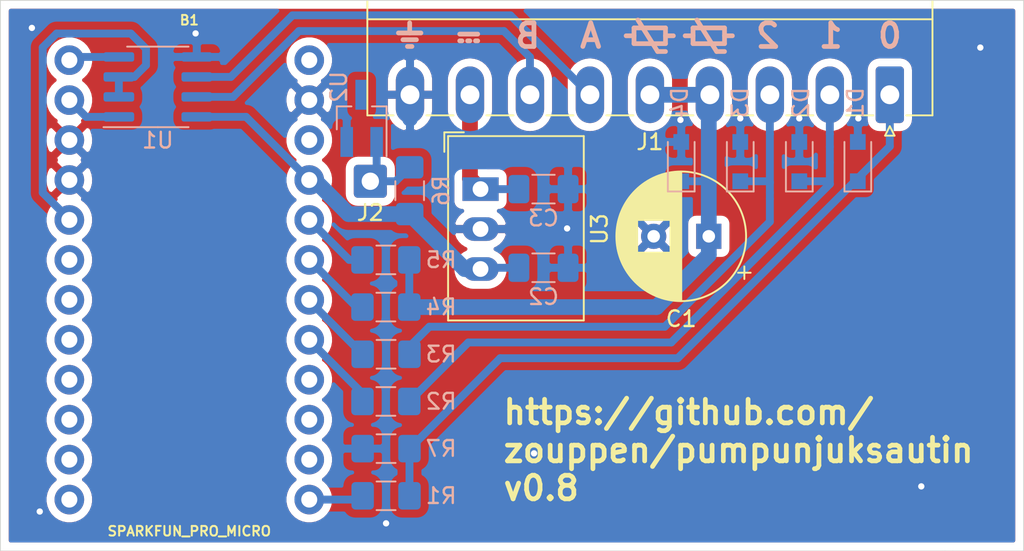
<source format=kicad_pcb>
(kicad_pcb (version 20171130) (host pcbnew 5.1.10-88a1d61d58~88~ubuntu20.04.1)

  (general
    (thickness 1.6)
    (drawings 32)
    (tracks 105)
    (zones 0)
    (modules 20)
    (nets 31)
  )

  (page A4)
  (title_block
    (title Pumpunjuksautin)
    (date 2021-05-28)
    (rev 0.7)
    (company "Oy Pula-ajan Puhelin Ab")
  )

  (layers
    (0 F.Cu signal hide)
    (31 B.Cu signal)
    (32 B.Adhes user)
    (33 F.Adhes user)
    (34 B.Paste user)
    (35 F.Paste user)
    (36 B.SilkS user)
    (37 F.SilkS user)
    (38 B.Mask user)
    (39 F.Mask user)
    (40 Dwgs.User user)
    (41 Cmts.User user)
    (42 Eco1.User user)
    (43 Eco2.User user)
    (44 Edge.Cuts user)
    (45 Margin user)
    (46 B.CrtYd user hide)
    (47 F.CrtYd user)
    (48 B.Fab user)
    (49 F.Fab user hide)
  )

  (setup
    (last_trace_width 1)
    (user_trace_width 0.25)
    (user_trace_width 1)
    (trace_clearance 0.5)
    (zone_clearance 0.508)
    (zone_45_only no)
    (trace_min 0.2)
    (via_size 0.8)
    (via_drill 0.4)
    (via_min_size 0.4)
    (via_min_drill 0.3)
    (uvia_size 0.3)
    (uvia_drill 0.1)
    (uvias_allowed no)
    (uvia_min_size 0.2)
    (uvia_min_drill 0.1)
    (edge_width 0.05)
    (segment_width 0.2)
    (pcb_text_width 0.3)
    (pcb_text_size 1.5 1.5)
    (mod_edge_width 0.12)
    (mod_text_size 1 1)
    (mod_text_width 0.15)
    (pad_size 1.524 1.524)
    (pad_drill 0.762)
    (pad_to_mask_clearance 0.051)
    (solder_mask_min_width 0.25)
    (aux_axis_origin 175 65)
    (grid_origin 166.5 71)
    (visible_elements FFFFFF7F)
    (pcbplotparams
      (layerselection 0x010fc_ffffffff)
      (usegerberextensions false)
      (usegerberattributes false)
      (usegerberadvancedattributes false)
      (creategerberjobfile false)
      (excludeedgelayer true)
      (linewidth 0.100000)
      (plotframeref false)
      (viasonmask false)
      (mode 1)
      (useauxorigin false)
      (hpglpennumber 1)
      (hpglpenspeed 20)
      (hpglpendiameter 15.000000)
      (psnegative false)
      (psa4output false)
      (plotreference true)
      (plotvalue true)
      (plotinvisibletext false)
      (padsonsilk false)
      (subtractmaskfromsilk false)
      (outputformat 1)
      (mirror false)
      (drillshape 1)
      (scaleselection 1)
      (outputdirectory ""))
  )

  (net 0 "")
  (net 1 VIN)
  (net 2 GND)
  (net 3 "Net-(B1-Pad22)")
  (net 4 VCC)
  (net 5 "Net-(B1-Pad12)")
  (net 6 "Net-(B1-Pad11)")
  (net 7 "Net-(B1-Pad10)")
  (net 8 "Net-(B1-Pad9)")
  (net 9 "Net-(B1-Pad8)")
  (net 10 "Net-(B1-Pad7)")
  (net 11 "Net-(B1-Pad6)")
  (net 12 B)
  (net 13 A)
  (net 14 /AREF)
  (net 15 K5)
  (net 16 FB)
  (net 17 DRIVE)
  (net 18 TX_EN)
  (net 19 RX)
  (net 20 TX)
  (net 21 "Net-(B1-Pad16)")
  (net 22 PUMPFAIL)
  (net 23 PUMPFAIL_M)
  (net 24 IO1_M)
  (net 25 IO2_M)
  (net 26 IO1)
  (net 27 IO2)
  (net 28 "Net-(B1-Pad14)")
  (net 29 "Net-(B1-Pad15)")
  (net 30 "Net-(B1-Pad24)")

  (net_class Default "Tämä on oletuskytkentäverkkoluokka."
    (clearance 0.5)
    (trace_width 0.5)
    (via_dia 0.8)
    (via_drill 0.4)
    (uvia_dia 0.3)
    (uvia_drill 0.1)
    (add_net /AREF)
    (add_net A)
    (add_net B)
    (add_net DRIVE)
    (add_net FB)
    (add_net GND)
    (add_net IO1)
    (add_net IO1_M)
    (add_net IO2)
    (add_net IO2_M)
    (add_net K5)
    (add_net "Net-(B1-Pad10)")
    (add_net "Net-(B1-Pad11)")
    (add_net "Net-(B1-Pad12)")
    (add_net "Net-(B1-Pad14)")
    (add_net "Net-(B1-Pad15)")
    (add_net "Net-(B1-Pad16)")
    (add_net "Net-(B1-Pad22)")
    (add_net "Net-(B1-Pad24)")
    (add_net "Net-(B1-Pad6)")
    (add_net "Net-(B1-Pad7)")
    (add_net "Net-(B1-Pad8)")
    (add_net "Net-(B1-Pad9)")
    (add_net PUMPFAIL)
    (add_net PUMPFAIL_M)
    (add_net RX)
    (add_net TX)
    (add_net TX_EN)
    (add_net VCC)
    (add_net VIN)
  )

  (module Package_TO_SOT_SMD:SOT-23_Handsoldering (layer B.Cu) (tedit 5A0AB76C) (tstamp 60A1138C)
    (at 132.95 72.5 90)
    (descr "SOT-23, Handsoldering")
    (tags SOT-23)
    (path /615BEE03)
    (attr smd)
    (fp_text reference U2 (at 2 -1.45 90) (layer B.SilkS)
      (effects (font (size 1 1) (thickness 0.15)) (justify mirror))
    )
    (fp_text value LM4041 (at 0 -2.5 90) (layer B.Fab)
      (effects (font (size 1 1) (thickness 0.15)) (justify mirror))
    )
    (fp_line (start 0.76 -1.58) (end -0.7 -1.58) (layer B.SilkS) (width 0.12))
    (fp_line (start -0.7 -1.52) (end 0.7 -1.52) (layer B.Fab) (width 0.1))
    (fp_line (start 0.7 1.52) (end 0.7 -1.52) (layer B.Fab) (width 0.1))
    (fp_line (start -0.7 0.95) (end -0.15 1.52) (layer B.Fab) (width 0.1))
    (fp_line (start -0.15 1.52) (end 0.7 1.52) (layer B.Fab) (width 0.1))
    (fp_line (start -0.7 0.95) (end -0.7 -1.5) (layer B.Fab) (width 0.1))
    (fp_line (start 0.76 1.58) (end -2.4 1.58) (layer B.SilkS) (width 0.12))
    (fp_line (start -2.7 -1.75) (end -2.7 1.75) (layer B.CrtYd) (width 0.05))
    (fp_line (start 2.7 -1.75) (end -2.7 -1.75) (layer B.CrtYd) (width 0.05))
    (fp_line (start 2.7 1.75) (end 2.7 -1.75) (layer B.CrtYd) (width 0.05))
    (fp_line (start -2.7 1.75) (end 2.7 1.75) (layer B.CrtYd) (width 0.05))
    (fp_line (start 0.76 1.58) (end 0.76 0.65) (layer B.SilkS) (width 0.12))
    (fp_line (start 0.76 -1.58) (end 0.76 -0.65) (layer B.SilkS) (width 0.12))
    (fp_text user %R (at 0 0 180) (layer B.Fab)
      (effects (font (size 0.5 0.5) (thickness 0.075)) (justify mirror))
    )
    (pad 3 smd rect (at 1.5 0 90) (size 1.9 0.8) (layers B.Cu B.Paste B.Mask))
    (pad 2 smd rect (at -1.5 -0.95 90) (size 1.9 0.8) (layers B.Cu B.Paste B.Mask)
      (net 2 GND))
    (pad 1 smd rect (at -1.5 0.95 90) (size 1.9 0.8) (layers B.Cu B.Paste B.Mask)
      (net 14 /AREF))
    (model ${KISYS3DMOD}/Package_TO_SOT_SMD.3dshapes/SOT-23.wrl
      (at (xyz 0 0 0))
      (scale (xyz 1 1 1))
      (rotate (xyz 0 0 0))
    )
  )

  (module Capacitor_SMD:C_1206_3216Metric_Pad1.33x1.80mm_HandSolder (layer B.Cu) (tedit 5F68FEEF) (tstamp 60AC7FD3)
    (at 144.5 77)
    (descr "Capacitor SMD 1206 (3216 Metric), square (rectangular) end terminal, IPC_7351 nominal with elongated pad for handsoldering. (Body size source: IPC-SM-782 page 76, https://www.pcb-3d.com/wordpress/wp-content/uploads/ipc-sm-782a_amendment_1_and_2.pdf), generated with kicad-footprint-generator")
    (tags "capacitor handsolder")
    (path /60BBD556)
    (attr smd)
    (fp_text reference C3 (at 0 1.85) (layer B.SilkS)
      (effects (font (size 1 1) (thickness 0.15)) (justify mirror))
    )
    (fp_text value 10u (at 0 -1.85) (layer B.Fab)
      (effects (font (size 1 1) (thickness 0.15)) (justify mirror))
    )
    (fp_line (start 2.48 -1.15) (end -2.48 -1.15) (layer B.CrtYd) (width 0.05))
    (fp_line (start 2.48 1.15) (end 2.48 -1.15) (layer B.CrtYd) (width 0.05))
    (fp_line (start -2.48 1.15) (end 2.48 1.15) (layer B.CrtYd) (width 0.05))
    (fp_line (start -2.48 -1.15) (end -2.48 1.15) (layer B.CrtYd) (width 0.05))
    (fp_line (start -0.711252 -0.91) (end 0.711252 -0.91) (layer B.SilkS) (width 0.12))
    (fp_line (start -0.711252 0.91) (end 0.711252 0.91) (layer B.SilkS) (width 0.12))
    (fp_line (start 1.6 -0.8) (end -1.6 -0.8) (layer B.Fab) (width 0.1))
    (fp_line (start 1.6 0.8) (end 1.6 -0.8) (layer B.Fab) (width 0.1))
    (fp_line (start -1.6 0.8) (end 1.6 0.8) (layer B.Fab) (width 0.1))
    (fp_line (start -1.6 -0.8) (end -1.6 0.8) (layer B.Fab) (width 0.1))
    (fp_text user %R (at 0 0) (layer B.Fab)
      (effects (font (size 0.8 0.8) (thickness 0.12)) (justify mirror))
    )
    (pad 2 smd roundrect (at 1.5625 0) (size 1.325 1.8) (layers B.Cu B.Paste B.Mask) (roundrect_rratio 0.188679)
      (net 2 GND))
    (pad 1 smd roundrect (at -1.5625 0) (size 1.325 1.8) (layers B.Cu B.Paste B.Mask) (roundrect_rratio 0.188679)
      (net 1 VIN))
    (model ${KISYS3DMOD}/Capacitor_SMD.3dshapes/C_1206_3216Metric.wrl
      (at (xyz 0 0 0))
      (scale (xyz 1 1 1))
      (rotate (xyz 0 0 0))
    )
  )

  (module Capacitor_SMD:C_1206_3216Metric_Pad1.33x1.80mm_HandSolder (layer B.Cu) (tedit 5F68FEEF) (tstamp 60AC911D)
    (at 144.5 82)
    (descr "Capacitor SMD 1206 (3216 Metric), square (rectangular) end terminal, IPC_7351 nominal with elongated pad for handsoldering. (Body size source: IPC-SM-782 page 76, https://www.pcb-3d.com/wordpress/wp-content/uploads/ipc-sm-782a_amendment_1_and_2.pdf), generated with kicad-footprint-generator")
    (tags "capacitor handsolder")
    (path /60BBE74F)
    (attr smd)
    (fp_text reference C2 (at 0 1.85) (layer B.SilkS)
      (effects (font (size 1 1) (thickness 0.15)) (justify mirror))
    )
    (fp_text value 10u (at 0 -1.85) (layer B.Fab)
      (effects (font (size 1 1) (thickness 0.15)) (justify mirror))
    )
    (fp_line (start 2.48 -1.15) (end -2.48 -1.15) (layer B.CrtYd) (width 0.05))
    (fp_line (start 2.48 1.15) (end 2.48 -1.15) (layer B.CrtYd) (width 0.05))
    (fp_line (start -2.48 1.15) (end 2.48 1.15) (layer B.CrtYd) (width 0.05))
    (fp_line (start -2.48 -1.15) (end -2.48 1.15) (layer B.CrtYd) (width 0.05))
    (fp_line (start -0.711252 -0.91) (end 0.711252 -0.91) (layer B.SilkS) (width 0.12))
    (fp_line (start -0.711252 0.91) (end 0.711252 0.91) (layer B.SilkS) (width 0.12))
    (fp_line (start 1.6 -0.8) (end -1.6 -0.8) (layer B.Fab) (width 0.1))
    (fp_line (start 1.6 0.8) (end 1.6 -0.8) (layer B.Fab) (width 0.1))
    (fp_line (start -1.6 0.8) (end 1.6 0.8) (layer B.Fab) (width 0.1))
    (fp_line (start -1.6 -0.8) (end -1.6 0.8) (layer B.Fab) (width 0.1))
    (fp_text user %R (at 0 0) (layer B.Fab)
      (effects (font (size 0.8 0.8) (thickness 0.12)) (justify mirror))
    )
    (pad 2 smd roundrect (at 1.5625 0) (size 1.325 1.8) (layers B.Cu B.Paste B.Mask) (roundrect_rratio 0.188679)
      (net 2 GND))
    (pad 1 smd roundrect (at -1.5625 0) (size 1.325 1.8) (layers B.Cu B.Paste B.Mask) (roundrect_rratio 0.188679)
      (net 4 VCC))
    (model ${KISYS3DMOD}/Capacitor_SMD.3dshapes/C_1206_3216Metric.wrl
      (at (xyz 0 0 0))
      (scale (xyz 1 1 1))
      (rotate (xyz 0 0 0))
    )
  )

  (module Connector_Wire:SolderWire-0.5sqmm_1x01_D0.9mm_OD2.1mm (layer F.Cu) (tedit 5EB70B43) (tstamp 60AC9E71)
    (at 133.5 76.5)
    (descr "Soldered wire connection, for a single 0.5 mm² wire, basic insulation, conductor diameter 0.9mm, outer diameter 2.1mm, size source Multi-Contact FLEXI-E 0.5 (https://ec.staubli.com/AcroFiles/Catalogues/TM_Cab-Main-11014119_(en)_hi.pdf), bend radius 3 times outer diameter, generated with kicad-footprint-generator")
    (tags "connector wire 0.5sqmm")
    (path /60AD6F27)
    (attr virtual)
    (fp_text reference J2 (at 0 2) (layer F.SilkS)
      (effects (font (size 1 1) (thickness 0.15)))
    )
    (fp_text value "ATMEGA32U4 pin 42" (at 0 2.25) (layer F.Fab)
      (effects (font (size 1 1) (thickness 0.15)))
    )
    (fp_line (start 1.8 -1.55) (end -1.8 -1.55) (layer F.CrtYd) (width 0.05))
    (fp_line (start 1.8 1.55) (end 1.8 -1.55) (layer F.CrtYd) (width 0.05))
    (fp_line (start -1.8 1.55) (end 1.8 1.55) (layer F.CrtYd) (width 0.05))
    (fp_line (start -1.8 -1.55) (end -1.8 1.55) (layer F.CrtYd) (width 0.05))
    (fp_circle (center 0 0) (end 1.05 0) (layer F.Fab) (width 0.1))
    (fp_text user %R (at 0 0) (layer F.Fab)
      (effects (font (size 0.52 0.52) (thickness 0.08)))
    )
    (pad 1 thru_hole roundrect (at 0 0) (size 2.1 2.1) (drill 1.1) (layers *.Cu *.Mask) (roundrect_rratio 0.119048)
      (net 14 /AREF))
    (model ${KISYS3DMOD}/Connector_Wire.3dshapes/SolderWire-0.5sqmm_1x01_D0.9mm_OD2.1mm.wrl
      (at (xyz 0 0 0))
      (scale (xyz 1 1 1))
      (rotate (xyz 0 0 0))
    )
  )

  (module Diode_SMD:D_SOD-323_HandSoldering (layer B.Cu) (tedit 58641869) (tstamp 60B165BA)
    (at 153.25 75.25 90)
    (descr SOD-323)
    (tags SOD-323)
    (path /60A26129)
    (attr smd)
    (fp_text reference D4 (at 3.75 -0.1016 90) (layer B.SilkS)
      (effects (font (size 1 1) (thickness 0.15)) (justify mirror))
    )
    (fp_text value SD05.TCT (at 0.1 -1.9 90) (layer B.Fab)
      (effects (font (size 1 1) (thickness 0.15)) (justify mirror))
    )
    (fp_line (start -1.9 0.85) (end 1.25 0.85) (layer B.SilkS) (width 0.12))
    (fp_line (start -1.9 -0.85) (end 1.25 -0.85) (layer B.SilkS) (width 0.12))
    (fp_line (start -2 0.95) (end -2 -0.95) (layer B.CrtYd) (width 0.05))
    (fp_line (start -2 -0.95) (end 2 -0.95) (layer B.CrtYd) (width 0.05))
    (fp_line (start 2 0.95) (end 2 -0.95) (layer B.CrtYd) (width 0.05))
    (fp_line (start -2 0.95) (end 2 0.95) (layer B.CrtYd) (width 0.05))
    (fp_line (start -0.9 0.7) (end 0.9 0.7) (layer B.Fab) (width 0.1))
    (fp_line (start 0.9 0.7) (end 0.9 -0.7) (layer B.Fab) (width 0.1))
    (fp_line (start 0.9 -0.7) (end -0.9 -0.7) (layer B.Fab) (width 0.1))
    (fp_line (start -0.9 -0.7) (end -0.9 0.7) (layer B.Fab) (width 0.1))
    (fp_line (start -0.3 0.35) (end -0.3 -0.35) (layer B.Fab) (width 0.1))
    (fp_line (start -0.3 0) (end -0.5 0) (layer B.Fab) (width 0.1))
    (fp_line (start -0.3 0) (end 0.2 0.35) (layer B.Fab) (width 0.1))
    (fp_line (start 0.2 0.35) (end 0.2 -0.35) (layer B.Fab) (width 0.1))
    (fp_line (start 0.2 -0.35) (end -0.3 0) (layer B.Fab) (width 0.1))
    (fp_line (start 0.2 0) (end 0.45 0) (layer B.Fab) (width 0.1))
    (fp_line (start -1.9 0.85) (end -1.9 -0.85) (layer B.SilkS) (width 0.12))
    (fp_text user %R (at 0 1.85 90) (layer B.Fab)
      (effects (font (size 1 1) (thickness 0.15)) (justify mirror))
    )
    (pad 2 smd rect (at 1.25 0 90) (size 1 1) (layers B.Cu B.Paste B.Mask)
      (net 2 GND))
    (pad 1 smd rect (at -1.25 0 90) (size 1 1) (layers B.Cu B.Paste B.Mask)
      (net 15 K5))
    (model ${KISYS3DMOD}/Diode_SMD.3dshapes/D_SOD-323.wrl
      (at (xyz 0 0 0))
      (scale (xyz 1 1 1))
      (rotate (xyz 0 0 0))
    )
  )

  (module Converter_DCDC:Converter_DCDC_RECOM_R-78E-0.5_THT (layer F.Cu) (tedit 5B741BB0) (tstamp 60AC6D3F)
    (at 140.5 77 270)
    (descr "DCDC-Converter, RECOM, RECOM_R-78E-0.5, SIP-3, pitch 2.54mm, package size 11.6x8.5x10.4mm^3, https://www.recom-power.com/pdf/Innoline/R-78Exx-0.5.pdf")
    (tags "dc-dc recom buck sip-3 pitch 2.54mm")
    (path /60AE05D2)
    (fp_text reference U3 (at 2.54 -7.56 90) (layer F.SilkS)
      (effects (font (size 1 1) (thickness 0.15)))
    )
    (fp_text value R-78E5.0-0.5 (at 2.54 3 90) (layer F.Fab)
      (effects (font (size 1 1) (thickness 0.15)))
    )
    (fp_line (start 8.54 -6.75) (end -3.57 -6.75) (layer F.CrtYd) (width 0.05))
    (fp_line (start 8.54 2.25) (end 8.54 -6.75) (layer F.CrtYd) (width 0.05))
    (fp_line (start -3.57 2.25) (end 8.54 2.25) (layer F.CrtYd) (width 0.05))
    (fp_line (start -3.57 -6.75) (end -3.57 2.25) (layer F.CrtYd) (width 0.05))
    (fp_line (start -3.611 2.3) (end -2.371 2.3) (layer F.SilkS) (width 0.12))
    (fp_line (start -3.611 1.06) (end -3.611 2.3) (layer F.SilkS) (width 0.12))
    (fp_line (start 8.35 -6.56) (end 8.35 2.06) (layer F.SilkS) (width 0.12))
    (fp_line (start -3.371 -6.56) (end -3.371 2.06) (layer F.SilkS) (width 0.12))
    (fp_line (start -3.371 2.06) (end 8.35 2.06) (layer F.SilkS) (width 0.12))
    (fp_line (start -3.371 -6.56) (end 8.35 -6.56) (layer F.SilkS) (width 0.12))
    (fp_line (start -3.31 1) (end -3.31 -6.5) (layer F.Fab) (width 0.1))
    (fp_line (start -2.31 2) (end -3.31 1) (layer F.Fab) (width 0.1))
    (fp_line (start 8.29 2) (end -2.31 2) (layer F.Fab) (width 0.1))
    (fp_line (start 8.29 -6.5) (end 8.29 2) (layer F.Fab) (width 0.1))
    (fp_line (start -3.31 -6.5) (end 8.29 -6.5) (layer F.Fab) (width 0.1))
    (fp_text user %R (at 2.54 -2.25 90) (layer F.Fab)
      (effects (font (size 1 1) (thickness 0.15)))
    )
    (pad 3 thru_hole oval (at 5.08 0 270) (size 1.5 2.3) (drill 1) (layers *.Cu *.Mask)
      (net 4 VCC))
    (pad 2 thru_hole oval (at 2.54 0 270) (size 1.5 2.3) (drill 1) (layers *.Cu *.Mask)
      (net 2 GND))
    (pad 1 thru_hole rect (at 0 0 270) (size 1.5 2.3) (drill 1) (layers *.Cu *.Mask)
      (net 1 VIN))
    (model ${KISYS3DMOD}/Converter_DCDC.3dshapes/Converter_DCDC_RECOM_R-78E-0.5_THT.wrl
      (at (xyz 0 0 0))
      (scale (xyz 1 1 1))
      (rotate (xyz 0 0 0))
    )
  )

  (module "Sparkfun boards:SPARKFUN_PRO_MICRO" (layer F.Cu) (tedit 60ABDE26) (tstamp 60ABE49E)
    (at 122 81.5)
    (descr "SPARKFUN PRO MICO FOOTPRINT (WITH USB CONNECTOR)")
    (tags "SPARKFUN PRO MICO FOOTPRINT (WITH USB CONNECTOR)")
    (path /60E2242B)
    (attr virtual)
    (fp_text reference B1 (at 0 -15.24) (layer F.SilkS)
      (effects (font (size 0.6096 0.6096) (thickness 0.127)))
    )
    (fp_text value SPARKFUN_PRO_MICRO (at 0 17.25) (layer F.SilkS)
      (effects (font (size 0.6096 0.6096) (thickness 0.127)))
    )
    (fp_line (start -8.89 -16.51) (end -8.89 16.51) (layer Dwgs.User) (width 0.127))
    (fp_line (start -8.89 16.51) (end 8.89 16.51) (layer Dwgs.User) (width 0.127))
    (fp_line (start 8.89 16.51) (end 8.89 -16.51) (layer Dwgs.User) (width 0.127))
    (fp_line (start 8.89 -16.51) (end -8.89 -16.51) (layer Dwgs.User) (width 0.127))
    (fp_line (start -3.81 -16.51) (end -3.81 -17.78) (layer Dwgs.User) (width 0.127))
    (fp_line (start -3.81 -17.78) (end 3.81 -17.78) (layer Dwgs.User) (width 0.127))
    (fp_line (start 3.81 -17.78) (end 3.81 -16.51) (layer Dwgs.User) (width 0.127))
    (fp_text user USB (at -0.0508 -16.9164) (layer Dwgs.User)
      (effects (font (size 0.8128 0.8128) (thickness 0.1524)))
    )
    (pad 24 thru_hole circle (at 7.62 -12.7) (size 1.8796 1.8796) (drill 1.016) (layers *.Cu *.Mask)
      (net 30 "Net-(B1-Pad24)") (solder_mask_margin 0.1016))
    (pad 23 thru_hole circle (at 7.62 -10.16) (size 1.8796 1.8796) (drill 1.016) (layers *.Cu *.Mask)
      (net 2 GND) (solder_mask_margin 0.1016))
    (pad 22 thru_hole circle (at 7.62 -7.62) (size 1.8796 1.8796) (drill 1.016) (layers *.Cu *.Mask)
      (net 3 "Net-(B1-Pad22)") (solder_mask_margin 0.1016))
    (pad 21 thru_hole circle (at 7.62 -5.08) (size 1.8796 1.8796) (drill 1.016) (layers *.Cu *.Mask)
      (net 4 VCC) (solder_mask_margin 0.1016))
    (pad 20 thru_hole circle (at 7.62 -2.54) (size 1.8796 1.8796) (drill 1.016) (layers *.Cu *.Mask)
      (net 16 FB) (solder_mask_margin 0.1016))
    (pad 19 thru_hole circle (at 7.62 0) (size 1.8796 1.8796) (drill 1.016) (layers *.Cu *.Mask)
      (net 17 DRIVE) (solder_mask_margin 0.1016))
    (pad 18 thru_hole circle (at 7.62 2.54) (size 1.8796 1.8796) (drill 1.016) (layers *.Cu *.Mask)
      (net 25 IO2_M) (solder_mask_margin 0.1016))
    (pad 17 thru_hole circle (at 7.62 5.08) (size 1.8796 1.8796) (drill 1.016) (layers *.Cu *.Mask)
      (net 24 IO1_M) (solder_mask_margin 0.1016))
    (pad 16 thru_hole circle (at 7.62 7.62) (size 1.8796 1.8796) (drill 1.016) (layers *.Cu *.Mask)
      (net 21 "Net-(B1-Pad16)") (solder_mask_margin 0.1016))
    (pad 15 thru_hole circle (at 7.62 10.16) (size 1.8796 1.8796) (drill 1.016) (layers *.Cu *.Mask)
      (net 29 "Net-(B1-Pad15)") (solder_mask_margin 0.1016))
    (pad 14 thru_hole circle (at 7.62 12.7) (size 1.8796 1.8796) (drill 1.016) (layers *.Cu *.Mask)
      (net 28 "Net-(B1-Pad14)") (solder_mask_margin 0.1016))
    (pad 13 thru_hole circle (at 7.62 15.24) (size 1.8796 1.8796) (drill 1.016) (layers *.Cu *.Mask)
      (net 23 PUMPFAIL_M) (solder_mask_margin 0.1016))
    (pad 12 thru_hole circle (at -7.62 15.24) (size 1.8796 1.8796) (drill 1.016) (layers *.Cu *.Mask)
      (net 5 "Net-(B1-Pad12)") (solder_mask_margin 0.1016))
    (pad 11 thru_hole circle (at -7.62 12.7) (size 1.8796 1.8796) (drill 1.016) (layers *.Cu *.Mask)
      (net 6 "Net-(B1-Pad11)") (solder_mask_margin 0.1016))
    (pad 10 thru_hole circle (at -7.62 10.16) (size 1.8796 1.8796) (drill 1.016) (layers *.Cu *.Mask)
      (net 7 "Net-(B1-Pad10)") (solder_mask_margin 0.1016))
    (pad 9 thru_hole circle (at -7.62 7.62) (size 1.8796 1.8796) (drill 1.016) (layers *.Cu *.Mask)
      (net 8 "Net-(B1-Pad9)") (solder_mask_margin 0.1016))
    (pad 8 thru_hole circle (at -7.62 5.08) (size 1.8796 1.8796) (drill 1.016) (layers *.Cu *.Mask)
      (net 9 "Net-(B1-Pad8)") (solder_mask_margin 0.1016))
    (pad 7 thru_hole circle (at -7.62 2.54) (size 1.8796 1.8796) (drill 1.016) (layers *.Cu *.Mask)
      (net 10 "Net-(B1-Pad7)") (solder_mask_margin 0.1016))
    (pad 6 thru_hole circle (at -7.62 0) (size 1.8796 1.8796) (drill 1.016) (layers *.Cu *.Mask)
      (net 11 "Net-(B1-Pad6)") (solder_mask_margin 0.1016))
    (pad 5 thru_hole circle (at -7.62 -2.54) (size 1.8796 1.8796) (drill 1.016) (layers *.Cu *.Mask)
      (net 18 TX_EN) (solder_mask_margin 0.1016))
    (pad 4 thru_hole circle (at -7.62 -5.08) (size 1.8796 1.8796) (drill 1.016) (layers *.Cu *.Mask)
      (net 2 GND) (solder_mask_margin 0.1016))
    (pad 3 thru_hole circle (at -7.62 -7.62) (size 1.8796 1.8796) (drill 1.016) (layers *.Cu *.Mask)
      (net 2 GND) (solder_mask_margin 0.1016))
    (pad 2 thru_hole circle (at -7.62 -10.16) (size 1.8796 1.8796) (drill 1.016) (layers *.Cu *.Mask)
      (net 19 RX) (solder_mask_margin 0.1016))
    (pad 1 thru_hole circle (at -7.62 -12.7) (size 1.8796 1.8796) (drill 1.016) (layers *.Cu *.Mask)
      (net 20 TX) (solder_mask_margin 0.1016))
    (model /home/joell/koodaus/external/3D_Models/products/12640/geometry_edit_blender/Pro_Micro.x3d
      (offset (xyz -9 -16.5 0.8))
      (scale (xyz 0.3937 0.3937 0.3937))
      (rotate (xyz 90 180 0))
    )
  )

  (module Diode_SMD:D_SOD-323_HandSoldering (layer B.Cu) (tedit 58641869) (tstamp 60B16021)
    (at 157 75.25 90)
    (descr SOD-323)
    (tags SOD-323)
    (path /60B69DF6)
    (attr smd)
    (fp_text reference D3 (at 3.75 0 90) (layer B.SilkS)
      (effects (font (size 1 1) (thickness 0.15)) (justify mirror))
    )
    (fp_text value SD05.TCT (at 0.1 -1.9 90) (layer B.Fab)
      (effects (font (size 1 1) (thickness 0.15)) (justify mirror))
    )
    (fp_line (start -1.9 0.85) (end 1.25 0.85) (layer B.SilkS) (width 0.12))
    (fp_line (start -1.9 -0.85) (end 1.25 -0.85) (layer B.SilkS) (width 0.12))
    (fp_line (start -2 0.95) (end -2 -0.95) (layer B.CrtYd) (width 0.05))
    (fp_line (start -2 -0.95) (end 2 -0.95) (layer B.CrtYd) (width 0.05))
    (fp_line (start 2 0.95) (end 2 -0.95) (layer B.CrtYd) (width 0.05))
    (fp_line (start -2 0.95) (end 2 0.95) (layer B.CrtYd) (width 0.05))
    (fp_line (start -0.9 0.7) (end 0.9 0.7) (layer B.Fab) (width 0.1))
    (fp_line (start 0.9 0.7) (end 0.9 -0.7) (layer B.Fab) (width 0.1))
    (fp_line (start 0.9 -0.7) (end -0.9 -0.7) (layer B.Fab) (width 0.1))
    (fp_line (start -0.9 -0.7) (end -0.9 0.7) (layer B.Fab) (width 0.1))
    (fp_line (start -0.3 0.35) (end -0.3 -0.35) (layer B.Fab) (width 0.1))
    (fp_line (start -0.3 0) (end -0.5 0) (layer B.Fab) (width 0.1))
    (fp_line (start -0.3 0) (end 0.2 0.35) (layer B.Fab) (width 0.1))
    (fp_line (start 0.2 0.35) (end 0.2 -0.35) (layer B.Fab) (width 0.1))
    (fp_line (start 0.2 -0.35) (end -0.3 0) (layer B.Fab) (width 0.1))
    (fp_line (start 0.2 0) (end 0.45 0) (layer B.Fab) (width 0.1))
    (fp_line (start -1.9 0.85) (end -1.9 -0.85) (layer B.SilkS) (width 0.12))
    (fp_text user %R (at 0 1.85 90) (layer B.Fab)
      (effects (font (size 1 1) (thickness 0.15)) (justify mirror))
    )
    (pad 2 smd rect (at 1.25 0 90) (size 1 1) (layers B.Cu B.Paste B.Mask)
      (net 2 GND))
    (pad 1 smd rect (at -1.25 0 90) (size 1 1) (layers B.Cu B.Paste B.Mask)
      (net 27 IO2))
    (model ${KISYS3DMOD}/Diode_SMD.3dshapes/D_SOD-323.wrl
      (at (xyz 0 0 0))
      (scale (xyz 1 1 1))
      (rotate (xyz 0 0 0))
    )
  )

  (module Diode_SMD:D_SOD-323_HandSoldering (layer B.Cu) (tedit 58641869) (tstamp 60B160F7)
    (at 160.75 75.25 90)
    (descr SOD-323)
    (tags SOD-323)
    (path /60ACD8EE)
    (attr smd)
    (fp_text reference D2 (at 3.75 0.1 90) (layer B.SilkS)
      (effects (font (size 1 1) (thickness 0.15)) (justify mirror))
    )
    (fp_text value SD05.TCT (at 0.1 -1.9 90) (layer B.Fab)
      (effects (font (size 1 1) (thickness 0.15)) (justify mirror))
    )
    (fp_line (start -1.9 0.85) (end 1.25 0.85) (layer B.SilkS) (width 0.12))
    (fp_line (start -1.9 -0.85) (end 1.25 -0.85) (layer B.SilkS) (width 0.12))
    (fp_line (start -2 0.95) (end -2 -0.95) (layer B.CrtYd) (width 0.05))
    (fp_line (start -2 -0.95) (end 2 -0.95) (layer B.CrtYd) (width 0.05))
    (fp_line (start 2 0.95) (end 2 -0.95) (layer B.CrtYd) (width 0.05))
    (fp_line (start -2 0.95) (end 2 0.95) (layer B.CrtYd) (width 0.05))
    (fp_line (start -0.9 0.7) (end 0.9 0.7) (layer B.Fab) (width 0.1))
    (fp_line (start 0.9 0.7) (end 0.9 -0.7) (layer B.Fab) (width 0.1))
    (fp_line (start 0.9 -0.7) (end -0.9 -0.7) (layer B.Fab) (width 0.1))
    (fp_line (start -0.9 -0.7) (end -0.9 0.7) (layer B.Fab) (width 0.1))
    (fp_line (start -0.3 0.35) (end -0.3 -0.35) (layer B.Fab) (width 0.1))
    (fp_line (start -0.3 0) (end -0.5 0) (layer B.Fab) (width 0.1))
    (fp_line (start -0.3 0) (end 0.2 0.35) (layer B.Fab) (width 0.1))
    (fp_line (start 0.2 0.35) (end 0.2 -0.35) (layer B.Fab) (width 0.1))
    (fp_line (start 0.2 -0.35) (end -0.3 0) (layer B.Fab) (width 0.1))
    (fp_line (start 0.2 0) (end 0.45 0) (layer B.Fab) (width 0.1))
    (fp_line (start -1.9 0.85) (end -1.9 -0.85) (layer B.SilkS) (width 0.12))
    (fp_text user %R (at 0 1.85 90) (layer B.Fab)
      (effects (font (size 1 1) (thickness 0.15)) (justify mirror))
    )
    (pad 2 smd rect (at 1.25 0 90) (size 1 1) (layers B.Cu B.Paste B.Mask)
      (net 2 GND))
    (pad 1 smd rect (at -1.25 0 90) (size 1 1) (layers B.Cu B.Paste B.Mask)
      (net 26 IO1))
    (model ${KISYS3DMOD}/Diode_SMD.3dshapes/D_SOD-323.wrl
      (at (xyz 0 0 0))
      (scale (xyz 1 1 1))
      (rotate (xyz 0 0 0))
    )
  )

  (module Diode_SMD:D_SOD-323_HandSoldering (layer B.Cu) (tedit 58641869) (tstamp 60ACA777)
    (at 164.468 75.25 90)
    (descr SOD-323)
    (tags SOD-323)
    (path /60A7DFC0)
    (attr smd)
    (fp_text reference D1 (at 3.75 -0.15 90) (layer B.SilkS)
      (effects (font (size 1 1) (thickness 0.15)) (justify mirror))
    )
    (fp_text value SD05.TCT (at 0.1 -1.9 90) (layer B.Fab)
      (effects (font (size 1 1) (thickness 0.15)) (justify mirror))
    )
    (fp_line (start -1.9 0.85) (end 1.25 0.85) (layer B.SilkS) (width 0.12))
    (fp_line (start -1.9 -0.85) (end 1.25 -0.85) (layer B.SilkS) (width 0.12))
    (fp_line (start -2 0.95) (end -2 -0.95) (layer B.CrtYd) (width 0.05))
    (fp_line (start -2 -0.95) (end 2 -0.95) (layer B.CrtYd) (width 0.05))
    (fp_line (start 2 0.95) (end 2 -0.95) (layer B.CrtYd) (width 0.05))
    (fp_line (start -2 0.95) (end 2 0.95) (layer B.CrtYd) (width 0.05))
    (fp_line (start -0.9 0.7) (end 0.9 0.7) (layer B.Fab) (width 0.1))
    (fp_line (start 0.9 0.7) (end 0.9 -0.7) (layer B.Fab) (width 0.1))
    (fp_line (start 0.9 -0.7) (end -0.9 -0.7) (layer B.Fab) (width 0.1))
    (fp_line (start -0.9 -0.7) (end -0.9 0.7) (layer B.Fab) (width 0.1))
    (fp_line (start -0.3 0.35) (end -0.3 -0.35) (layer B.Fab) (width 0.1))
    (fp_line (start -0.3 0) (end -0.5 0) (layer B.Fab) (width 0.1))
    (fp_line (start -0.3 0) (end 0.2 0.35) (layer B.Fab) (width 0.1))
    (fp_line (start 0.2 0.35) (end 0.2 -0.35) (layer B.Fab) (width 0.1))
    (fp_line (start 0.2 -0.35) (end -0.3 0) (layer B.Fab) (width 0.1))
    (fp_line (start 0.2 0) (end 0.45 0) (layer B.Fab) (width 0.1))
    (fp_line (start -1.9 0.85) (end -1.9 -0.85) (layer B.SilkS) (width 0.12))
    (fp_text user %R (at 0 1.85 90) (layer B.Fab)
      (effects (font (size 1 1) (thickness 0.15)) (justify mirror))
    )
    (pad 2 smd rect (at 1.25 0 90) (size 1 1) (layers B.Cu B.Paste B.Mask)
      (net 2 GND))
    (pad 1 smd rect (at -1.25 0 90) (size 1 1) (layers B.Cu B.Paste B.Mask)
      (net 22 PUMPFAIL))
    (model ${KISYS3DMOD}/Diode_SMD.3dshapes/D_SOD-323.wrl
      (at (xyz 0 0 0))
      (scale (xyz 1 1 1))
      (rotate (xyz 0 0 0))
    )
  )

  (module Capacitor_THT:CP_Radial_D8.0mm_P3.50mm (layer F.Cu) (tedit 5AE50EF0) (tstamp 60AC409B)
    (at 155 80 180)
    (descr "CP, Radial series, Radial, pin pitch=3.50mm, , diameter=8mm, Electrolytic Capacitor")
    (tags "CP Radial series Radial pin pitch 3.50mm  diameter 8mm Electrolytic Capacitor")
    (path /60E223EC)
    (fp_text reference C1 (at 1.75 -5.25) (layer F.SilkS)
      (effects (font (size 1 1) (thickness 0.15)))
    )
    (fp_text value 680u (at 1.7588 5.25) (layer F.Fab)
      (effects (font (size 1 1) (thickness 0.15)))
    )
    (fp_circle (center 1.75 0) (end 5.75 0) (layer F.Fab) (width 0.1))
    (fp_circle (center 1.75 0) (end 5.87 0) (layer F.SilkS) (width 0.12))
    (fp_circle (center 1.75 0) (end 6 0) (layer F.CrtYd) (width 0.05))
    (fp_line (start -1.676759 -1.7475) (end -0.876759 -1.7475) (layer F.Fab) (width 0.1))
    (fp_line (start -1.276759 -2.1475) (end -1.276759 -1.3475) (layer F.Fab) (width 0.1))
    (fp_line (start 1.75 -4.08) (end 1.75 4.08) (layer F.SilkS) (width 0.12))
    (fp_line (start 1.79 -4.08) (end 1.79 4.08) (layer F.SilkS) (width 0.12))
    (fp_line (start 1.83 -4.08) (end 1.83 4.08) (layer F.SilkS) (width 0.12))
    (fp_line (start 1.87 -4.079) (end 1.87 4.079) (layer F.SilkS) (width 0.12))
    (fp_line (start 1.91 -4.077) (end 1.91 4.077) (layer F.SilkS) (width 0.12))
    (fp_line (start 1.95 -4.076) (end 1.95 4.076) (layer F.SilkS) (width 0.12))
    (fp_line (start 1.99 -4.074) (end 1.99 4.074) (layer F.SilkS) (width 0.12))
    (fp_line (start 2.03 -4.071) (end 2.03 4.071) (layer F.SilkS) (width 0.12))
    (fp_line (start 2.07 -4.068) (end 2.07 4.068) (layer F.SilkS) (width 0.12))
    (fp_line (start 2.11 -4.065) (end 2.11 4.065) (layer F.SilkS) (width 0.12))
    (fp_line (start 2.15 -4.061) (end 2.15 4.061) (layer F.SilkS) (width 0.12))
    (fp_line (start 2.19 -4.057) (end 2.19 4.057) (layer F.SilkS) (width 0.12))
    (fp_line (start 2.23 -4.052) (end 2.23 4.052) (layer F.SilkS) (width 0.12))
    (fp_line (start 2.27 -4.048) (end 2.27 4.048) (layer F.SilkS) (width 0.12))
    (fp_line (start 2.31 -4.042) (end 2.31 4.042) (layer F.SilkS) (width 0.12))
    (fp_line (start 2.35 -4.037) (end 2.35 4.037) (layer F.SilkS) (width 0.12))
    (fp_line (start 2.39 -4.03) (end 2.39 4.03) (layer F.SilkS) (width 0.12))
    (fp_line (start 2.43 -4.024) (end 2.43 4.024) (layer F.SilkS) (width 0.12))
    (fp_line (start 2.471 -4.017) (end 2.471 -1.04) (layer F.SilkS) (width 0.12))
    (fp_line (start 2.471 1.04) (end 2.471 4.017) (layer F.SilkS) (width 0.12))
    (fp_line (start 2.511 -4.01) (end 2.511 -1.04) (layer F.SilkS) (width 0.12))
    (fp_line (start 2.511 1.04) (end 2.511 4.01) (layer F.SilkS) (width 0.12))
    (fp_line (start 2.551 -4.002) (end 2.551 -1.04) (layer F.SilkS) (width 0.12))
    (fp_line (start 2.551 1.04) (end 2.551 4.002) (layer F.SilkS) (width 0.12))
    (fp_line (start 2.591 -3.994) (end 2.591 -1.04) (layer F.SilkS) (width 0.12))
    (fp_line (start 2.591 1.04) (end 2.591 3.994) (layer F.SilkS) (width 0.12))
    (fp_line (start 2.631 -3.985) (end 2.631 -1.04) (layer F.SilkS) (width 0.12))
    (fp_line (start 2.631 1.04) (end 2.631 3.985) (layer F.SilkS) (width 0.12))
    (fp_line (start 2.671 -3.976) (end 2.671 -1.04) (layer F.SilkS) (width 0.12))
    (fp_line (start 2.671 1.04) (end 2.671 3.976) (layer F.SilkS) (width 0.12))
    (fp_line (start 2.711 -3.967) (end 2.711 -1.04) (layer F.SilkS) (width 0.12))
    (fp_line (start 2.711 1.04) (end 2.711 3.967) (layer F.SilkS) (width 0.12))
    (fp_line (start 2.751 -3.957) (end 2.751 -1.04) (layer F.SilkS) (width 0.12))
    (fp_line (start 2.751 1.04) (end 2.751 3.957) (layer F.SilkS) (width 0.12))
    (fp_line (start 2.791 -3.947) (end 2.791 -1.04) (layer F.SilkS) (width 0.12))
    (fp_line (start 2.791 1.04) (end 2.791 3.947) (layer F.SilkS) (width 0.12))
    (fp_line (start 2.831 -3.936) (end 2.831 -1.04) (layer F.SilkS) (width 0.12))
    (fp_line (start 2.831 1.04) (end 2.831 3.936) (layer F.SilkS) (width 0.12))
    (fp_line (start 2.871 -3.925) (end 2.871 -1.04) (layer F.SilkS) (width 0.12))
    (fp_line (start 2.871 1.04) (end 2.871 3.925) (layer F.SilkS) (width 0.12))
    (fp_line (start 2.911 -3.914) (end 2.911 -1.04) (layer F.SilkS) (width 0.12))
    (fp_line (start 2.911 1.04) (end 2.911 3.914) (layer F.SilkS) (width 0.12))
    (fp_line (start 2.951 -3.902) (end 2.951 -1.04) (layer F.SilkS) (width 0.12))
    (fp_line (start 2.951 1.04) (end 2.951 3.902) (layer F.SilkS) (width 0.12))
    (fp_line (start 2.991 -3.889) (end 2.991 -1.04) (layer F.SilkS) (width 0.12))
    (fp_line (start 2.991 1.04) (end 2.991 3.889) (layer F.SilkS) (width 0.12))
    (fp_line (start 3.031 -3.877) (end 3.031 -1.04) (layer F.SilkS) (width 0.12))
    (fp_line (start 3.031 1.04) (end 3.031 3.877) (layer F.SilkS) (width 0.12))
    (fp_line (start 3.071 -3.863) (end 3.071 -1.04) (layer F.SilkS) (width 0.12))
    (fp_line (start 3.071 1.04) (end 3.071 3.863) (layer F.SilkS) (width 0.12))
    (fp_line (start 3.111 -3.85) (end 3.111 -1.04) (layer F.SilkS) (width 0.12))
    (fp_line (start 3.111 1.04) (end 3.111 3.85) (layer F.SilkS) (width 0.12))
    (fp_line (start 3.151 -3.835) (end 3.151 -1.04) (layer F.SilkS) (width 0.12))
    (fp_line (start 3.151 1.04) (end 3.151 3.835) (layer F.SilkS) (width 0.12))
    (fp_line (start 3.191 -3.821) (end 3.191 -1.04) (layer F.SilkS) (width 0.12))
    (fp_line (start 3.191 1.04) (end 3.191 3.821) (layer F.SilkS) (width 0.12))
    (fp_line (start 3.231 -3.805) (end 3.231 -1.04) (layer F.SilkS) (width 0.12))
    (fp_line (start 3.231 1.04) (end 3.231 3.805) (layer F.SilkS) (width 0.12))
    (fp_line (start 3.271 -3.79) (end 3.271 -1.04) (layer F.SilkS) (width 0.12))
    (fp_line (start 3.271 1.04) (end 3.271 3.79) (layer F.SilkS) (width 0.12))
    (fp_line (start 3.311 -3.774) (end 3.311 -1.04) (layer F.SilkS) (width 0.12))
    (fp_line (start 3.311 1.04) (end 3.311 3.774) (layer F.SilkS) (width 0.12))
    (fp_line (start 3.351 -3.757) (end 3.351 -1.04) (layer F.SilkS) (width 0.12))
    (fp_line (start 3.351 1.04) (end 3.351 3.757) (layer F.SilkS) (width 0.12))
    (fp_line (start 3.391 -3.74) (end 3.391 -1.04) (layer F.SilkS) (width 0.12))
    (fp_line (start 3.391 1.04) (end 3.391 3.74) (layer F.SilkS) (width 0.12))
    (fp_line (start 3.431 -3.722) (end 3.431 -1.04) (layer F.SilkS) (width 0.12))
    (fp_line (start 3.431 1.04) (end 3.431 3.722) (layer F.SilkS) (width 0.12))
    (fp_line (start 3.471 -3.704) (end 3.471 -1.04) (layer F.SilkS) (width 0.12))
    (fp_line (start 3.471 1.04) (end 3.471 3.704) (layer F.SilkS) (width 0.12))
    (fp_line (start 3.511 -3.686) (end 3.511 -1.04) (layer F.SilkS) (width 0.12))
    (fp_line (start 3.511 1.04) (end 3.511 3.686) (layer F.SilkS) (width 0.12))
    (fp_line (start 3.551 -3.666) (end 3.551 -1.04) (layer F.SilkS) (width 0.12))
    (fp_line (start 3.551 1.04) (end 3.551 3.666) (layer F.SilkS) (width 0.12))
    (fp_line (start 3.591 -3.647) (end 3.591 -1.04) (layer F.SilkS) (width 0.12))
    (fp_line (start 3.591 1.04) (end 3.591 3.647) (layer F.SilkS) (width 0.12))
    (fp_line (start 3.631 -3.627) (end 3.631 -1.04) (layer F.SilkS) (width 0.12))
    (fp_line (start 3.631 1.04) (end 3.631 3.627) (layer F.SilkS) (width 0.12))
    (fp_line (start 3.671 -3.606) (end 3.671 -1.04) (layer F.SilkS) (width 0.12))
    (fp_line (start 3.671 1.04) (end 3.671 3.606) (layer F.SilkS) (width 0.12))
    (fp_line (start 3.711 -3.584) (end 3.711 -1.04) (layer F.SilkS) (width 0.12))
    (fp_line (start 3.711 1.04) (end 3.711 3.584) (layer F.SilkS) (width 0.12))
    (fp_line (start 3.751 -3.562) (end 3.751 -1.04) (layer F.SilkS) (width 0.12))
    (fp_line (start 3.751 1.04) (end 3.751 3.562) (layer F.SilkS) (width 0.12))
    (fp_line (start 3.791 -3.54) (end 3.791 -1.04) (layer F.SilkS) (width 0.12))
    (fp_line (start 3.791 1.04) (end 3.791 3.54) (layer F.SilkS) (width 0.12))
    (fp_line (start 3.831 -3.517) (end 3.831 -1.04) (layer F.SilkS) (width 0.12))
    (fp_line (start 3.831 1.04) (end 3.831 3.517) (layer F.SilkS) (width 0.12))
    (fp_line (start 3.871 -3.493) (end 3.871 -1.04) (layer F.SilkS) (width 0.12))
    (fp_line (start 3.871 1.04) (end 3.871 3.493) (layer F.SilkS) (width 0.12))
    (fp_line (start 3.911 -3.469) (end 3.911 -1.04) (layer F.SilkS) (width 0.12))
    (fp_line (start 3.911 1.04) (end 3.911 3.469) (layer F.SilkS) (width 0.12))
    (fp_line (start 3.951 -3.444) (end 3.951 -1.04) (layer F.SilkS) (width 0.12))
    (fp_line (start 3.951 1.04) (end 3.951 3.444) (layer F.SilkS) (width 0.12))
    (fp_line (start 3.991 -3.418) (end 3.991 -1.04) (layer F.SilkS) (width 0.12))
    (fp_line (start 3.991 1.04) (end 3.991 3.418) (layer F.SilkS) (width 0.12))
    (fp_line (start 4.031 -3.392) (end 4.031 -1.04) (layer F.SilkS) (width 0.12))
    (fp_line (start 4.031 1.04) (end 4.031 3.392) (layer F.SilkS) (width 0.12))
    (fp_line (start 4.071 -3.365) (end 4.071 -1.04) (layer F.SilkS) (width 0.12))
    (fp_line (start 4.071 1.04) (end 4.071 3.365) (layer F.SilkS) (width 0.12))
    (fp_line (start 4.111 -3.338) (end 4.111 -1.04) (layer F.SilkS) (width 0.12))
    (fp_line (start 4.111 1.04) (end 4.111 3.338) (layer F.SilkS) (width 0.12))
    (fp_line (start 4.151 -3.309) (end 4.151 -1.04) (layer F.SilkS) (width 0.12))
    (fp_line (start 4.151 1.04) (end 4.151 3.309) (layer F.SilkS) (width 0.12))
    (fp_line (start 4.191 -3.28) (end 4.191 -1.04) (layer F.SilkS) (width 0.12))
    (fp_line (start 4.191 1.04) (end 4.191 3.28) (layer F.SilkS) (width 0.12))
    (fp_line (start 4.231 -3.25) (end 4.231 -1.04) (layer F.SilkS) (width 0.12))
    (fp_line (start 4.231 1.04) (end 4.231 3.25) (layer F.SilkS) (width 0.12))
    (fp_line (start 4.271 -3.22) (end 4.271 -1.04) (layer F.SilkS) (width 0.12))
    (fp_line (start 4.271 1.04) (end 4.271 3.22) (layer F.SilkS) (width 0.12))
    (fp_line (start 4.311 -3.189) (end 4.311 -1.04) (layer F.SilkS) (width 0.12))
    (fp_line (start 4.311 1.04) (end 4.311 3.189) (layer F.SilkS) (width 0.12))
    (fp_line (start 4.351 -3.156) (end 4.351 -1.04) (layer F.SilkS) (width 0.12))
    (fp_line (start 4.351 1.04) (end 4.351 3.156) (layer F.SilkS) (width 0.12))
    (fp_line (start 4.391 -3.124) (end 4.391 -1.04) (layer F.SilkS) (width 0.12))
    (fp_line (start 4.391 1.04) (end 4.391 3.124) (layer F.SilkS) (width 0.12))
    (fp_line (start 4.431 -3.09) (end 4.431 -1.04) (layer F.SilkS) (width 0.12))
    (fp_line (start 4.431 1.04) (end 4.431 3.09) (layer F.SilkS) (width 0.12))
    (fp_line (start 4.471 -3.055) (end 4.471 -1.04) (layer F.SilkS) (width 0.12))
    (fp_line (start 4.471 1.04) (end 4.471 3.055) (layer F.SilkS) (width 0.12))
    (fp_line (start 4.511 -3.019) (end 4.511 -1.04) (layer F.SilkS) (width 0.12))
    (fp_line (start 4.511 1.04) (end 4.511 3.019) (layer F.SilkS) (width 0.12))
    (fp_line (start 4.551 -2.983) (end 4.551 2.983) (layer F.SilkS) (width 0.12))
    (fp_line (start 4.591 -2.945) (end 4.591 2.945) (layer F.SilkS) (width 0.12))
    (fp_line (start 4.631 -2.907) (end 4.631 2.907) (layer F.SilkS) (width 0.12))
    (fp_line (start 4.671 -2.867) (end 4.671 2.867) (layer F.SilkS) (width 0.12))
    (fp_line (start 4.711 -2.826) (end 4.711 2.826) (layer F.SilkS) (width 0.12))
    (fp_line (start 4.751 -2.784) (end 4.751 2.784) (layer F.SilkS) (width 0.12))
    (fp_line (start 4.791 -2.741) (end 4.791 2.741) (layer F.SilkS) (width 0.12))
    (fp_line (start 4.831 -2.697) (end 4.831 2.697) (layer F.SilkS) (width 0.12))
    (fp_line (start 4.871 -2.651) (end 4.871 2.651) (layer F.SilkS) (width 0.12))
    (fp_line (start 4.911 -2.604) (end 4.911 2.604) (layer F.SilkS) (width 0.12))
    (fp_line (start 4.951 -2.556) (end 4.951 2.556) (layer F.SilkS) (width 0.12))
    (fp_line (start 4.991 -2.505) (end 4.991 2.505) (layer F.SilkS) (width 0.12))
    (fp_line (start 5.031 -2.454) (end 5.031 2.454) (layer F.SilkS) (width 0.12))
    (fp_line (start 5.071 -2.4) (end 5.071 2.4) (layer F.SilkS) (width 0.12))
    (fp_line (start 5.111 -2.345) (end 5.111 2.345) (layer F.SilkS) (width 0.12))
    (fp_line (start 5.151 -2.287) (end 5.151 2.287) (layer F.SilkS) (width 0.12))
    (fp_line (start 5.191 -2.228) (end 5.191 2.228) (layer F.SilkS) (width 0.12))
    (fp_line (start 5.231 -2.166) (end 5.231 2.166) (layer F.SilkS) (width 0.12))
    (fp_line (start 5.271 -2.102) (end 5.271 2.102) (layer F.SilkS) (width 0.12))
    (fp_line (start 5.311 -2.034) (end 5.311 2.034) (layer F.SilkS) (width 0.12))
    (fp_line (start 5.351 -1.964) (end 5.351 1.964) (layer F.SilkS) (width 0.12))
    (fp_line (start 5.391 -1.89) (end 5.391 1.89) (layer F.SilkS) (width 0.12))
    (fp_line (start 5.431 -1.813) (end 5.431 1.813) (layer F.SilkS) (width 0.12))
    (fp_line (start 5.471 -1.731) (end 5.471 1.731) (layer F.SilkS) (width 0.12))
    (fp_line (start 5.511 -1.645) (end 5.511 1.645) (layer F.SilkS) (width 0.12))
    (fp_line (start 5.551 -1.552) (end 5.551 1.552) (layer F.SilkS) (width 0.12))
    (fp_line (start 5.591 -1.453) (end 5.591 1.453) (layer F.SilkS) (width 0.12))
    (fp_line (start 5.631 -1.346) (end 5.631 1.346) (layer F.SilkS) (width 0.12))
    (fp_line (start 5.671 -1.229) (end 5.671 1.229) (layer F.SilkS) (width 0.12))
    (fp_line (start 5.711 -1.098) (end 5.711 1.098) (layer F.SilkS) (width 0.12))
    (fp_line (start 5.751 -0.948) (end 5.751 0.948) (layer F.SilkS) (width 0.12))
    (fp_line (start 5.791 -0.768) (end 5.791 0.768) (layer F.SilkS) (width 0.12))
    (fp_line (start 5.831 -0.533) (end 5.831 0.533) (layer F.SilkS) (width 0.12))
    (fp_line (start -2.659698 -2.315) (end -1.859698 -2.315) (layer F.SilkS) (width 0.12))
    (fp_line (start -2.259698 -2.715) (end -2.259698 -1.915) (layer F.SilkS) (width 0.12))
    (fp_text user %R (at 1.75 0) (layer F.Fab)
      (effects (font (size 1 1) (thickness 0.15)))
    )
    (pad 2 thru_hole circle (at 3.5 0 180) (size 1.6 1.6) (drill 0.8) (layers *.Cu *.Mask)
      (net 2 GND))
    (pad 1 thru_hole rect (at 0 0 180) (size 1.6 1.6) (drill 0.8) (layers *.Cu *.Mask)
      (net 15 K5))
    (model ${KISYS3DMOD}/Capacitor_THT.3dshapes/CP_Radial_D8.0mm_P3.50mm.wrl
      (at (xyz 0 0 0))
      (scale (xyz 1 1 1))
      (rotate (xyz 0 0 0))
    )
  )

  (module Resistor_SMD:R_1206_3216Metric_Pad1.42x1.75mm_HandSolder (layer B.Cu) (tedit 5B301BBD) (tstamp 60A1F205)
    (at 134.4875 84.5)
    (descr "Resistor SMD 1206 (3216 Metric), square (rectangular) end terminal, IPC_7351 nominal with elongated pad for handsoldering. (Body size source: http://www.tortai-tech.com/upload/download/2011102023233369053.pdf), generated with kicad-footprint-generator")
    (tags "resistor handsolder")
    (path /60E223F9)
    (attr smd)
    (fp_text reference R4 (at 3.5125 0) (layer B.SilkS)
      (effects (font (size 1 1) (thickness 0.15)) (justify mirror))
    )
    (fp_text value 200 (at 0 -1.82) (layer B.Fab)
      (effects (font (size 1 1) (thickness 0.15)) (justify mirror))
    )
    (fp_line (start 2.45 -1.12) (end -2.45 -1.12) (layer B.CrtYd) (width 0.05))
    (fp_line (start 2.45 1.12) (end 2.45 -1.12) (layer B.CrtYd) (width 0.05))
    (fp_line (start -2.45 1.12) (end 2.45 1.12) (layer B.CrtYd) (width 0.05))
    (fp_line (start -2.45 -1.12) (end -2.45 1.12) (layer B.CrtYd) (width 0.05))
    (fp_line (start -0.602064 -0.91) (end 0.602064 -0.91) (layer B.SilkS) (width 0.12))
    (fp_line (start -0.602064 0.91) (end 0.602064 0.91) (layer B.SilkS) (width 0.12))
    (fp_line (start 1.6 -0.8) (end -1.6 -0.8) (layer B.Fab) (width 0.1))
    (fp_line (start 1.6 0.8) (end 1.6 -0.8) (layer B.Fab) (width 0.1))
    (fp_line (start -1.6 0.8) (end 1.6 0.8) (layer B.Fab) (width 0.1))
    (fp_line (start -1.6 -0.8) (end -1.6 0.8) (layer B.Fab) (width 0.1))
    (fp_text user %R (at 0 0) (layer B.Fab)
      (effects (font (size 0.8 0.8) (thickness 0.12)) (justify mirror))
    )
    (pad 2 smd roundrect (at 1.4875 0) (size 1.425 1.75) (layers B.Cu B.Paste B.Mask) (roundrect_rratio 0.175439)
      (net 15 K5))
    (pad 1 smd roundrect (at -1.4875 0) (size 1.425 1.75) (layers B.Cu B.Paste B.Mask) (roundrect_rratio 0.175439)
      (net 17 DRIVE))
    (model ${KISYS3DMOD}/Resistor_SMD.3dshapes/R_1206_3216Metric.wrl
      (at (xyz 0 0 0))
      (scale (xyz 1 1 1))
      (rotate (xyz 0 0 0))
    )
  )

  (module Resistor_SMD:R_1206_3216Metric_Pad1.42x1.75mm_HandSolder (layer B.Cu) (tedit 5B301BBD) (tstamp 60A1EAB3)
    (at 134.4875 81.5)
    (descr "Resistor SMD 1206 (3216 Metric), square (rectangular) end terminal, IPC_7351 nominal with elongated pad for handsoldering. (Body size source: http://www.tortai-tech.com/upload/download/2011102023233369053.pdf), generated with kicad-footprint-generator")
    (tags "resistor handsolder")
    (path /60C1544B)
    (attr smd)
    (fp_text reference R5 (at 3.5125 0) (layer B.SilkS)
      (effects (font (size 1 1) (thickness 0.15)) (justify mirror))
    )
    (fp_text value 200 (at 0 -1.82) (layer B.Fab)
      (effects (font (size 1 1) (thickness 0.15)) (justify mirror))
    )
    (fp_line (start 2.45 -1.12) (end -2.45 -1.12) (layer B.CrtYd) (width 0.05))
    (fp_line (start 2.45 1.12) (end 2.45 -1.12) (layer B.CrtYd) (width 0.05))
    (fp_line (start -2.45 1.12) (end 2.45 1.12) (layer B.CrtYd) (width 0.05))
    (fp_line (start -2.45 -1.12) (end -2.45 1.12) (layer B.CrtYd) (width 0.05))
    (fp_line (start -0.602064 -0.91) (end 0.602064 -0.91) (layer B.SilkS) (width 0.12))
    (fp_line (start -0.602064 0.91) (end 0.602064 0.91) (layer B.SilkS) (width 0.12))
    (fp_line (start 1.6 -0.8) (end -1.6 -0.8) (layer B.Fab) (width 0.1))
    (fp_line (start 1.6 0.8) (end 1.6 -0.8) (layer B.Fab) (width 0.1))
    (fp_line (start -1.6 0.8) (end 1.6 0.8) (layer B.Fab) (width 0.1))
    (fp_line (start -1.6 -0.8) (end -1.6 0.8) (layer B.Fab) (width 0.1))
    (fp_text user %R (at 0 0) (layer B.Fab)
      (effects (font (size 0.8 0.8) (thickness 0.12)) (justify mirror))
    )
    (pad 2 smd roundrect (at 1.4875 0) (size 1.425 1.75) (layers B.Cu B.Paste B.Mask) (roundrect_rratio 0.175439)
      (net 15 K5))
    (pad 1 smd roundrect (at -1.4875 0) (size 1.425 1.75) (layers B.Cu B.Paste B.Mask) (roundrect_rratio 0.175439)
      (net 16 FB))
    (model ${KISYS3DMOD}/Resistor_SMD.3dshapes/R_1206_3216Metric.wrl
      (at (xyz 0 0 0))
      (scale (xyz 1 1 1))
      (rotate (xyz 0 0 0))
    )
  )

  (module Resistor_SMD:R_1206_3216Metric_Pad1.42x1.75mm_HandSolder (layer B.Cu) (tedit 5B301BBD) (tstamp 60A1E4EA)
    (at 134.5 87.5 180)
    (descr "Resistor SMD 1206 (3216 Metric), square (rectangular) end terminal, IPC_7351 nominal with elongated pad for handsoldering. (Body size source: http://www.tortai-tech.com/upload/download/2011102023233369053.pdf), generated with kicad-footprint-generator")
    (tags "resistor handsolder")
    (path /60B69E15)
    (attr smd)
    (fp_text reference R3 (at -3.5 0) (layer B.SilkS)
      (effects (font (size 1 1) (thickness 0.15)) (justify mirror))
    )
    (fp_text value 200 (at 0 -1.82) (layer B.Fab)
      (effects (font (size 1 1) (thickness 0.15)) (justify mirror))
    )
    (fp_line (start 2.45 -1.12) (end -2.45 -1.12) (layer B.CrtYd) (width 0.05))
    (fp_line (start 2.45 1.12) (end 2.45 -1.12) (layer B.CrtYd) (width 0.05))
    (fp_line (start -2.45 1.12) (end 2.45 1.12) (layer B.CrtYd) (width 0.05))
    (fp_line (start -2.45 -1.12) (end -2.45 1.12) (layer B.CrtYd) (width 0.05))
    (fp_line (start -0.602064 -0.91) (end 0.602064 -0.91) (layer B.SilkS) (width 0.12))
    (fp_line (start -0.602064 0.91) (end 0.602064 0.91) (layer B.SilkS) (width 0.12))
    (fp_line (start 1.6 -0.8) (end -1.6 -0.8) (layer B.Fab) (width 0.1))
    (fp_line (start 1.6 0.8) (end 1.6 -0.8) (layer B.Fab) (width 0.1))
    (fp_line (start -1.6 0.8) (end 1.6 0.8) (layer B.Fab) (width 0.1))
    (fp_line (start -1.6 -0.8) (end -1.6 0.8) (layer B.Fab) (width 0.1))
    (fp_text user %R (at 0 0) (layer B.Fab)
      (effects (font (size 0.8 0.8) (thickness 0.12)) (justify mirror))
    )
    (pad 2 smd roundrect (at 1.4875 0 180) (size 1.425 1.75) (layers B.Cu B.Paste B.Mask) (roundrect_rratio 0.175439)
      (net 25 IO2_M))
    (pad 1 smd roundrect (at -1.4875 0 180) (size 1.425 1.75) (layers B.Cu B.Paste B.Mask) (roundrect_rratio 0.175439)
      (net 27 IO2))
    (model ${KISYS3DMOD}/Resistor_SMD.3dshapes/R_1206_3216Metric.wrl
      (at (xyz 0 0 0))
      (scale (xyz 1 1 1))
      (rotate (xyz 0 0 0))
    )
  )

  (module Resistor_SMD:R_1206_3216Metric_Pad1.42x1.75mm_HandSolder (layer B.Cu) (tedit 5B301BBD) (tstamp 60A1E4D9)
    (at 134.4875 90.5 180)
    (descr "Resistor SMD 1206 (3216 Metric), square (rectangular) end terminal, IPC_7351 nominal with elongated pad for handsoldering. (Body size source: http://www.tortai-tech.com/upload/download/2011102023233369053.pdf), generated with kicad-footprint-generator")
    (tags "resistor handsolder")
    (path /60ACD8F8)
    (attr smd)
    (fp_text reference R2 (at -3.5125 0) (layer B.SilkS)
      (effects (font (size 1 1) (thickness 0.15)) (justify mirror))
    )
    (fp_text value 200 (at 0 -1.82) (layer B.Fab)
      (effects (font (size 1 1) (thickness 0.15)) (justify mirror))
    )
    (fp_line (start 2.45 -1.12) (end -2.45 -1.12) (layer B.CrtYd) (width 0.05))
    (fp_line (start 2.45 1.12) (end 2.45 -1.12) (layer B.CrtYd) (width 0.05))
    (fp_line (start -2.45 1.12) (end 2.45 1.12) (layer B.CrtYd) (width 0.05))
    (fp_line (start -2.45 -1.12) (end -2.45 1.12) (layer B.CrtYd) (width 0.05))
    (fp_line (start -0.602064 -0.91) (end 0.602064 -0.91) (layer B.SilkS) (width 0.12))
    (fp_line (start -0.602064 0.91) (end 0.602064 0.91) (layer B.SilkS) (width 0.12))
    (fp_line (start 1.6 -0.8) (end -1.6 -0.8) (layer B.Fab) (width 0.1))
    (fp_line (start 1.6 0.8) (end 1.6 -0.8) (layer B.Fab) (width 0.1))
    (fp_line (start -1.6 0.8) (end 1.6 0.8) (layer B.Fab) (width 0.1))
    (fp_line (start -1.6 -0.8) (end -1.6 0.8) (layer B.Fab) (width 0.1))
    (fp_text user %R (at 0 0) (layer B.Fab)
      (effects (font (size 0.8 0.8) (thickness 0.12)) (justify mirror))
    )
    (pad 2 smd roundrect (at 1.4875 0 180) (size 1.425 1.75) (layers B.Cu B.Paste B.Mask) (roundrect_rratio 0.175439)
      (net 24 IO1_M))
    (pad 1 smd roundrect (at -1.4875 0 180) (size 1.425 1.75) (layers B.Cu B.Paste B.Mask) (roundrect_rratio 0.175439)
      (net 26 IO1))
    (model ${KISYS3DMOD}/Resistor_SMD.3dshapes/R_1206_3216Metric.wrl
      (at (xyz 0 0 0))
      (scale (xyz 1 1 1))
      (rotate (xyz 0 0 0))
    )
  )

  (module Resistor_SMD:R_1206_3216Metric_Pad1.42x1.75mm_HandSolder (layer B.Cu) (tedit 5B301BBD) (tstamp 60A1E4C8)
    (at 134.5 96.5)
    (descr "Resistor SMD 1206 (3216 Metric), square (rectangular) end terminal, IPC_7351 nominal with elongated pad for handsoldering. (Body size source: http://www.tortai-tech.com/upload/download/2011102023233369053.pdf), generated with kicad-footprint-generator")
    (tags "resistor handsolder")
    (path /60B2FD04)
    (attr smd)
    (fp_text reference R1 (at 3.5 0) (layer B.SilkS)
      (effects (font (size 1 1) (thickness 0.15)) (justify mirror))
    )
    (fp_text value 200 (at 0 -1.82) (layer B.Fab)
      (effects (font (size 1 1) (thickness 0.15)) (justify mirror))
    )
    (fp_line (start 2.45 -1.12) (end -2.45 -1.12) (layer B.CrtYd) (width 0.05))
    (fp_line (start 2.45 1.12) (end 2.45 -1.12) (layer B.CrtYd) (width 0.05))
    (fp_line (start -2.45 1.12) (end 2.45 1.12) (layer B.CrtYd) (width 0.05))
    (fp_line (start -2.45 -1.12) (end -2.45 1.12) (layer B.CrtYd) (width 0.05))
    (fp_line (start -0.602064 -0.91) (end 0.602064 -0.91) (layer B.SilkS) (width 0.12))
    (fp_line (start -0.602064 0.91) (end 0.602064 0.91) (layer B.SilkS) (width 0.12))
    (fp_line (start 1.6 -0.8) (end -1.6 -0.8) (layer B.Fab) (width 0.1))
    (fp_line (start 1.6 0.8) (end 1.6 -0.8) (layer B.Fab) (width 0.1))
    (fp_line (start -1.6 0.8) (end 1.6 0.8) (layer B.Fab) (width 0.1))
    (fp_line (start -1.6 -0.8) (end -1.6 0.8) (layer B.Fab) (width 0.1))
    (fp_text user %R (at 0 0) (layer B.Fab)
      (effects (font (size 0.8 0.8) (thickness 0.12)) (justify mirror))
    )
    (pad 2 smd roundrect (at 1.4875 0) (size 1.425 1.75) (layers B.Cu B.Paste B.Mask) (roundrect_rratio 0.175439)
      (net 22 PUMPFAIL))
    (pad 1 smd roundrect (at -1.4875 0) (size 1.425 1.75) (layers B.Cu B.Paste B.Mask) (roundrect_rratio 0.175439)
      (net 23 PUMPFAIL_M))
    (model ${KISYS3DMOD}/Resistor_SMD.3dshapes/R_1206_3216Metric.wrl
      (at (xyz 0 0 0))
      (scale (xyz 1 1 1))
      (rotate (xyz 0 0 0))
    )
  )

  (module Resistor_SMD:R_1206_3216Metric_Pad1.42x1.75mm_HandSolder (layer B.Cu) (tedit 5B301BBD) (tstamp 60A1D7BA)
    (at 134.5 93.5)
    (descr "Resistor SMD 1206 (3216 Metric), square (rectangular) end terminal, IPC_7351 nominal with elongated pad for handsoldering. (Body size source: http://www.tortai-tech.com/upload/download/2011102023233369053.pdf), generated with kicad-footprint-generator")
    (tags "resistor handsolder")
    (path /60A868A1)
    (attr smd)
    (fp_text reference R7 (at 3.5 0) (layer B.SilkS)
      (effects (font (size 1 1) (thickness 0.15)) (justify mirror))
    )
    (fp_text value 20k (at 0 -1.82) (layer B.Fab)
      (effects (font (size 1 1) (thickness 0.15)) (justify mirror))
    )
    (fp_line (start 2.45 -1.12) (end -2.45 -1.12) (layer B.CrtYd) (width 0.05))
    (fp_line (start 2.45 1.12) (end 2.45 -1.12) (layer B.CrtYd) (width 0.05))
    (fp_line (start -2.45 1.12) (end 2.45 1.12) (layer B.CrtYd) (width 0.05))
    (fp_line (start -2.45 -1.12) (end -2.45 1.12) (layer B.CrtYd) (width 0.05))
    (fp_line (start -0.602064 -0.91) (end 0.602064 -0.91) (layer B.SilkS) (width 0.12))
    (fp_line (start -0.602064 0.91) (end 0.602064 0.91) (layer B.SilkS) (width 0.12))
    (fp_line (start 1.6 -0.8) (end -1.6 -0.8) (layer B.Fab) (width 0.1))
    (fp_line (start 1.6 0.8) (end 1.6 -0.8) (layer B.Fab) (width 0.1))
    (fp_line (start -1.6 0.8) (end 1.6 0.8) (layer B.Fab) (width 0.1))
    (fp_line (start -1.6 -0.8) (end -1.6 0.8) (layer B.Fab) (width 0.1))
    (fp_text user %R (at 0 0) (layer B.Fab)
      (effects (font (size 0.8 0.8) (thickness 0.12)) (justify mirror))
    )
    (pad 2 smd roundrect (at 1.4875 0) (size 1.425 1.75) (layers B.Cu B.Paste B.Mask) (roundrect_rratio 0.175439)
      (net 22 PUMPFAIL))
    (pad 1 smd roundrect (at -1.4875 0) (size 1.425 1.75) (layers B.Cu B.Paste B.Mask) (roundrect_rratio 0.175439)
      (net 2 GND))
    (model ${KISYS3DMOD}/Resistor_SMD.3dshapes/R_1206_3216Metric.wrl
      (at (xyz 0 0 0))
      (scale (xyz 1 1 1))
      (rotate (xyz 0 0 0))
    )
  )

  (module Connector_Phoenix_MC:PhoenixContact_MC_1,5_9-G-3.81_1x09_P3.81mm_Horizontal (layer F.Cu) (tedit 5B784ED1) (tstamp 60A2A1FF)
    (at 166.5 71 180)
    (descr "Generic Phoenix Contact connector footprint for: MC_1,5/9-G-3.81; number of pins: 09; pin pitch: 3.81mm; Angled || order number: 1803345 8A 160V")
    (tags "phoenix_contact connector MC_01x09_G_3.81mm")
    (path /60A3C20C)
    (fp_text reference J1 (at 15.24 -3) (layer F.SilkS)
      (effects (font (size 1 1) (thickness 0.15)))
    )
    (fp_text value Screw_Terminal_01x09 (at 15.24 9.2) (layer F.Fab)
      (effects (font (size 1 1) (thickness 0.15)))
    )
    (fp_line (start 0 0) (end -0.8 -1.2) (layer F.Fab) (width 0.1))
    (fp_line (start 0.8 -1.2) (end 0 0) (layer F.Fab) (width 0.1))
    (fp_line (start -0.3 -2.6) (end 0.3 -2.6) (layer F.SilkS) (width 0.12))
    (fp_line (start 0 -2) (end -0.3 -2.6) (layer F.SilkS) (width 0.12))
    (fp_line (start 0.3 -2.6) (end 0 -2) (layer F.SilkS) (width 0.12))
    (fp_line (start 33.58 -2.3) (end -3.21 -2.3) (layer F.CrtYd) (width 0.05))
    (fp_line (start 33.58 8.5) (end 33.58 -2.3) (layer F.CrtYd) (width 0.05))
    (fp_line (start -3.21 8.5) (end 33.58 8.5) (layer F.CrtYd) (width 0.05))
    (fp_line (start -3.21 -2.3) (end -3.21 8.5) (layer F.CrtYd) (width 0.05))
    (fp_line (start -2.71 4.8) (end 33.19 4.8) (layer F.SilkS) (width 0.12))
    (fp_line (start 33.08 -1.2) (end -2.6 -1.2) (layer F.Fab) (width 0.1))
    (fp_line (start 33.08 8) (end 33.08 -1.2) (layer F.Fab) (width 0.1))
    (fp_line (start -2.6 8) (end 33.08 8) (layer F.Fab) (width 0.1))
    (fp_line (start -2.6 -1.2) (end -2.6 8) (layer F.Fab) (width 0.1))
    (fp_line (start 27.72 -1.31) (end 29.43 -1.31) (layer F.SilkS) (width 0.12))
    (fp_line (start 23.91 -1.31) (end 25.62 -1.31) (layer F.SilkS) (width 0.12))
    (fp_line (start 20.1 -1.31) (end 21.81 -1.31) (layer F.SilkS) (width 0.12))
    (fp_line (start 16.29 -1.31) (end 18 -1.31) (layer F.SilkS) (width 0.12))
    (fp_line (start 12.48 -1.31) (end 14.19 -1.31) (layer F.SilkS) (width 0.12))
    (fp_line (start 8.67 -1.31) (end 10.38 -1.31) (layer F.SilkS) (width 0.12))
    (fp_line (start 4.86 -1.31) (end 6.57 -1.31) (layer F.SilkS) (width 0.12))
    (fp_line (start 1.05 -1.31) (end 2.76 -1.31) (layer F.SilkS) (width 0.12))
    (fp_line (start 33.19 -1.31) (end 31.53 -1.31) (layer F.SilkS) (width 0.12))
    (fp_line (start -2.71 -1.31) (end -1.05 -1.31) (layer F.SilkS) (width 0.12))
    (fp_line (start 33.19 8.11) (end 33.19 -1.31) (layer F.SilkS) (width 0.12))
    (fp_line (start -2.71 8.11) (end 33.19 8.11) (layer F.SilkS) (width 0.12))
    (fp_line (start -2.71 -1.31) (end -2.71 8.11) (layer F.SilkS) (width 0.12))
    (fp_text user %R (at 15.24 -0.5) (layer F.Fab)
      (effects (font (size 1 1) (thickness 0.15)))
    )
    (pad 9 thru_hole oval (at 30.48 0 180) (size 1.8 3.6) (drill 1.2) (layers *.Cu *.Mask)
      (net 2 GND))
    (pad 8 thru_hole oval (at 26.67 0 180) (size 1.8 3.6) (drill 1.2) (layers *.Cu *.Mask)
      (net 1 VIN))
    (pad 7 thru_hole oval (at 22.86 0 180) (size 1.8 3.6) (drill 1.2) (layers *.Cu *.Mask)
      (net 12 B))
    (pad 6 thru_hole oval (at 19.05 0 180) (size 1.8 3.6) (drill 1.2) (layers *.Cu *.Mask)
      (net 13 A))
    (pad 5 thru_hole oval (at 15.24 0 180) (size 1.8 3.6) (drill 1.2) (layers *.Cu *.Mask)
      (net 15 K5))
    (pad 4 thru_hole oval (at 11.43 0 180) (size 1.8 3.6) (drill 1.2) (layers *.Cu *.Mask)
      (net 15 K5))
    (pad 3 thru_hole oval (at 7.62 0 180) (size 1.8 3.6) (drill 1.2) (layers *.Cu *.Mask)
      (net 27 IO2))
    (pad 2 thru_hole oval (at 3.81 0 180) (size 1.8 3.6) (drill 1.2) (layers *.Cu *.Mask)
      (net 26 IO1))
    (pad 1 thru_hole roundrect (at 0 0 180) (size 1.8 3.6) (drill 1.2) (layers *.Cu *.Mask) (roundrect_rratio 0.138889)
      (net 22 PUMPFAIL))
    (model ${KISYS3DMOD}/Connector_Phoenix_MC.3dshapes/PhoenixContact_MC_1,5_9-G-3.81_1x09_P3.81mm_Horizontal.wrl
      (at (xyz 0 0 0))
      (scale (xyz 1 1 1))
      (rotate (xyz 0 0 0))
    )
  )

  (module Resistor_SMD:R_1206_3216Metric_Pad1.42x1.75mm_HandSolder (layer B.Cu) (tedit 5B301BBD) (tstamp 60AC9D27)
    (at 136 77.1 90)
    (descr "Resistor SMD 1206 (3216 Metric), square (rectangular) end terminal, IPC_7351 nominal with elongated pad for handsoldering. (Body size source: http://www.tortai-tech.com/upload/download/2011102023233369053.pdf), generated with kicad-footprint-generator")
    (tags "resistor handsolder")
    (path /60AE76A5)
    (attr smd)
    (fp_text reference R6 (at 0 2 270) (layer B.SilkS)
      (effects (font (size 1 1) (thickness 0.15)) (justify mirror))
    )
    (fp_text value 4700 (at 0 -1.82 90) (layer B.Fab)
      (effects (font (size 1 1) (thickness 0.15)) (justify mirror))
    )
    (fp_line (start -1.6 -0.8) (end -1.6 0.8) (layer B.Fab) (width 0.1))
    (fp_line (start -1.6 0.8) (end 1.6 0.8) (layer B.Fab) (width 0.1))
    (fp_line (start 1.6 0.8) (end 1.6 -0.8) (layer B.Fab) (width 0.1))
    (fp_line (start 1.6 -0.8) (end -1.6 -0.8) (layer B.Fab) (width 0.1))
    (fp_line (start -0.602064 0.91) (end 0.602064 0.91) (layer B.SilkS) (width 0.12))
    (fp_line (start -0.602064 -0.91) (end 0.602064 -0.91) (layer B.SilkS) (width 0.12))
    (fp_line (start -2.45 -1.12) (end -2.45 1.12) (layer B.CrtYd) (width 0.05))
    (fp_line (start -2.45 1.12) (end 2.45 1.12) (layer B.CrtYd) (width 0.05))
    (fp_line (start 2.45 1.12) (end 2.45 -1.12) (layer B.CrtYd) (width 0.05))
    (fp_line (start 2.45 -1.12) (end -2.45 -1.12) (layer B.CrtYd) (width 0.05))
    (fp_text user %R (at 0 0 90) (layer B.Fab)
      (effects (font (size 0.8 0.8) (thickness 0.12)) (justify mirror))
    )
    (pad 2 smd roundrect (at 1.4875 0 90) (size 1.425 1.75) (layers B.Cu B.Paste B.Mask) (roundrect_rratio 0.175439)
      (net 14 /AREF))
    (pad 1 smd roundrect (at -1.4875 0 90) (size 1.425 1.75) (layers B.Cu B.Paste B.Mask) (roundrect_rratio 0.175439)
      (net 4 VCC))
    (model ${KISYS3DMOD}/Resistor_SMD.3dshapes/R_1206_3216Metric.wrl
      (at (xyz 0 0 0))
      (scale (xyz 1 1 1))
      (rotate (xyz 0 0 0))
    )
  )

  (module Package_SO:SOIC-8_3.9x4.9mm_P1.27mm (layer B.Cu) (tedit 5D9F72B1) (tstamp 609E7926)
    (at 120 70.5)
    (descr "SOIC, 8 Pin (JEDEC MS-012AA, https://www.analog.com/media/en/package-pcb-resources/package/pkg_pdf/soic_narrow-r/r_8.pdf), generated with kicad-footprint-generator ipc_gullwing_generator.py")
    (tags "SOIC SO")
    (path /60E223B8)
    (attr smd)
    (fp_text reference U1 (at 0 3.4) (layer B.SilkS)
      (effects (font (size 1 1) (thickness 0.15)) (justify mirror))
    )
    (fp_text value SP3485CN (at 0 -3.4) (layer B.Fab)
      (effects (font (size 1 1) (thickness 0.15)) (justify mirror))
    )
    (fp_line (start 3.7 2.7) (end -3.7 2.7) (layer B.CrtYd) (width 0.05))
    (fp_line (start 3.7 -2.7) (end 3.7 2.7) (layer B.CrtYd) (width 0.05))
    (fp_line (start -3.7 -2.7) (end 3.7 -2.7) (layer B.CrtYd) (width 0.05))
    (fp_line (start -3.7 2.7) (end -3.7 -2.7) (layer B.CrtYd) (width 0.05))
    (fp_line (start -1.95 1.475) (end -0.975 2.45) (layer B.Fab) (width 0.1))
    (fp_line (start -1.95 -2.45) (end -1.95 1.475) (layer B.Fab) (width 0.1))
    (fp_line (start 1.95 -2.45) (end -1.95 -2.45) (layer B.Fab) (width 0.1))
    (fp_line (start 1.95 2.45) (end 1.95 -2.45) (layer B.Fab) (width 0.1))
    (fp_line (start -0.975 2.45) (end 1.95 2.45) (layer B.Fab) (width 0.1))
    (fp_line (start 0 2.56) (end -3.45 2.56) (layer B.SilkS) (width 0.12))
    (fp_line (start 0 2.56) (end 1.95 2.56) (layer B.SilkS) (width 0.12))
    (fp_line (start 0 -2.56) (end -1.95 -2.56) (layer B.SilkS) (width 0.12))
    (fp_line (start 0 -2.56) (end 1.95 -2.56) (layer B.SilkS) (width 0.12))
    (fp_text user %R (at 0 0) (layer B.Fab)
      (effects (font (size 0.98 0.98) (thickness 0.15)) (justify mirror))
    )
    (pad 8 smd roundrect (at 2.475 1.905) (size 1.95 0.6) (layers B.Cu B.Paste B.Mask) (roundrect_rratio 0.25)
      (net 4 VCC))
    (pad 7 smd roundrect (at 2.475 0.635) (size 1.95 0.6) (layers B.Cu B.Paste B.Mask) (roundrect_rratio 0.25)
      (net 12 B))
    (pad 6 smd roundrect (at 2.475 -0.635) (size 1.95 0.6) (layers B.Cu B.Paste B.Mask) (roundrect_rratio 0.25)
      (net 13 A))
    (pad 5 smd roundrect (at 2.475 -1.905) (size 1.95 0.6) (layers B.Cu B.Paste B.Mask) (roundrect_rratio 0.25)
      (net 2 GND))
    (pad 4 smd roundrect (at -2.475 -1.905) (size 1.95 0.6) (layers B.Cu B.Paste B.Mask) (roundrect_rratio 0.25)
      (net 20 TX))
    (pad 3 smd roundrect (at -2.475 -0.635) (size 1.95 0.6) (layers B.Cu B.Paste B.Mask) (roundrect_rratio 0.25)
      (net 18 TX_EN))
    (pad 2 smd roundrect (at -2.475 0.635) (size 1.95 0.6) (layers B.Cu B.Paste B.Mask) (roundrect_rratio 0.25)
      (net 18 TX_EN))
    (pad 1 smd roundrect (at -2.475 1.905) (size 1.95 0.6) (layers B.Cu B.Paste B.Mask) (roundrect_rratio 0.25)
      (net 19 RX))
    (model ${KISYS3DMOD}/Package_SO.3dshapes/SOIC-8_3.9x4.9mm_P1.27mm.wrl
      (at (xyz 0 0 0))
      (scale (xyz 1 1 1))
      (rotate (xyz 0 0 0))
    )
  )

  (gr_line (start 155.5 68.25) (end 156 68.25) (layer B.SilkS) (width 0.3) (tstamp 60B17F00))
  (gr_line (start 156 67.75) (end 154 67.75) (layer B.SilkS) (width 0.3) (tstamp 60B17EFF))
  (gr_line (start 156 66.75) (end 156 67.75) (layer B.SilkS) (width 0.3) (tstamp 60B17EFE))
  (gr_line (start 153.5 67.25) (end 154 67.25) (layer B.SilkS) (width 0.3) (tstamp 60B17EFD))
  (gr_line (start 154.25 66.25) (end 155.5 68.25) (layer B.SilkS) (width 0.3) (tstamp 60B17EFC))
  (gr_line (start 154 67.75) (end 154 66.75) (layer B.SilkS) (width 0.3) (tstamp 60B17EFB))
  (gr_line (start 154 67.25) (end 153.5 67.25) (layer B.SilkS) (width 0.12) (tstamp 60B17EFA))
  (gr_line (start 154 66.75) (end 156 66.75) (layer B.SilkS) (width 0.3) (tstamp 60B17EF9))
  (gr_line (start 156 67.25) (end 156.5 67.25) (layer B.SilkS) (width 0.3) (tstamp 60B17EF8))
  (gr_line (start 151.75 68.25) (end 152.25 68.25) (layer B.SilkS) (width 0.3))
  (gr_line (start 150.5 66.25) (end 151.75 68.25) (layer B.SilkS) (width 0.3))
  (gr_line (start 152.25 67.25) (end 152.75 67.25) (layer B.SilkS) (width 0.3))
  (gr_line (start 149.75 67.25) (end 150.25 67.25) (layer B.SilkS) (width 0.3))
  (gr_line (start 150.25 67.25) (end 149.75 67.25) (layer B.SilkS) (width 0.12))
  (gr_line (start 150.25 67.75) (end 150.25 66.75) (layer B.SilkS) (width 0.3) (tstamp 60B17ECA))
  (gr_line (start 152.25 67.75) (end 150.25 67.75) (layer B.SilkS) (width 0.3))
  (gr_line (start 152.25 66.75) (end 152.25 67.75) (layer B.SilkS) (width 0.3))
  (gr_line (start 150.25 66.75) (end 152.25 66.75) (layer B.SilkS) (width 0.3))
  (gr_text 2 (at 158.75 67.25) (layer B.SilkS) (tstamp 60B17B2F)
    (effects (font (size 1.5 1.5) (thickness 0.3)) (justify mirror))
  )
  (gr_text 1 (at 162.75 67.25) (layer B.SilkS) (tstamp 60B17B2C)
    (effects (font (size 1.5 1.5) (thickness 0.3)) (justify mirror))
  )
  (gr_text 0 (at 166.5 67.25) (layer B.SilkS) (tstamp 60B17B29)
    (effects (font (size 1.5 1.5) (thickness 0.3)) (justify mirror))
  )
  (gr_text A (at 147.5 67.25) (layer B.SilkS) (tstamp 60B17948)
    (effects (font (size 1.5 1.5) (thickness 0.3)) (justify mirror))
  )
  (gr_text B (at 143.5 67.25) (layer B.SilkS) (tstamp 60B17945)
    (effects (font (size 1.5 1.5) (thickness 0.3)) (justify mirror))
  )
  (gr_text ⎓ (at 139.75 67.25) (layer B.SilkS)
    (effects (font (size 1.5 1.5) (thickness 0.3)) (justify mirror))
  )
  (gr_text ⏚ (at 136 67.25) (layer B.SilkS)
    (effects (font (size 1.5 1.5) (thickness 0.3)) (justify mirror))
  )
  (gr_line (start 110 65) (end 175 65) (layer Edge.Cuts) (width 0.05) (tstamp 60A2A1AC))
  (gr_line (start 170.5 100) (end 170 100) (layer Edge.Cuts) (width 0.05) (tstamp 60A09605))
  (gr_line (start 175 100) (end 170.5 100) (layer Edge.Cuts) (width 0.05))
  (gr_text "https://github.com/\nzouppen/pumpunjuksautin\nv0.8" (at 141.8 93.6) (layer F.SilkS) (tstamp 60B16D16)
    (effects (font (size 1.5 1.5) (thickness 0.3)) (justify left))
  )
  (gr_line (start 110 100) (end 110 65) (layer Edge.Cuts) (width 0.05))
  (gr_line (start 170 100) (end 110 100) (layer Edge.Cuts) (width 0.05))
  (gr_line (start 175 65) (end 175 100) (layer Edge.Cuts) (width 0.05) (tstamp 60A095D2))

  (segment (start 140 77) (end 142.9375 77) (width 0.5) (layer B.Cu) (net 1))
  (segment (start 139.83 76.33) (end 140.5 77) (width 1) (layer F.Cu) (net 1))
  (segment (start 139.83 71) (end 139.83 76.33) (width 1) (layer F.Cu) (net 1))
  (segment (start 136.02 71) (end 136.02 72.52) (width 1) (layer B.Cu) (net 2))
  (via (at 146 79.5) (size 0.8) (drill 0.4) (layers F.Cu B.Cu) (net 2))
  (via (at 172.25 68) (size 0.8) (drill 0.4) (layers F.Cu B.Cu) (net 2))
  (via (at 168.5 95.9) (size 0.8) (drill 0.4) (layers F.Cu B.Cu) (net 2))
  (via (at 112.5 97.5) (size 0.8) (drill 0.4) (layers F.Cu B.Cu) (net 2))
  (via (at 134.5 98.25) (size 0.8) (drill 0.4) (layers F.Cu B.Cu) (net 2))
  (via (at 112 66.75) (size 0.8) (drill 0.4) (layers F.Cu B.Cu) (net 2) (tstamp 60B1697F))
  (via (at 164.5 72.5) (size 0.8) (drill 0.4) (layers F.Cu B.Cu) (net 2))
  (via (at 160.75 72.5) (size 0.8) (drill 0.4) (layers F.Cu B.Cu) (net 2))
  (via (at 157 72.5) (size 0.8) (drill 0.4) (layers F.Cu B.Cu) (net 2))
  (via (at 153.2 72.6) (size 0.8) (drill 0.4) (layers F.Cu B.Cu) (net 2))
  (via (at 122.4 67.1) (size 0.8) (drill 0.4) (layers F.Cu B.Cu) (net 2))
  (via (at 143.9 93.8) (size 0.8) (drill 0.4) (layers F.Cu B.Cu) (net 2))
  (segment (start 129.49 76.55) (end 129.62 76.42) (width 0.5) (layer B.Cu) (net 4))
  (segment (start 125.605 72.405) (end 129.62 76.42) (width 0.5) (layer B.Cu) (net 4))
  (segment (start 122.475 72.405) (end 125.605 72.405) (width 0.5) (layer B.Cu) (net 4))
  (segment (start 129.950906 76.42) (end 129.62 76.42) (width 1) (layer B.Cu) (net 4))
  (segment (start 132.118406 78.5875) (end 129.950906 76.42) (width 1) (layer B.Cu) (net 4))
  (segment (start 136 78.5875) (end 132.118406 78.5875) (width 1) (layer B.Cu) (net 4))
  (segment (start 142.9375 82) (end 140.08 82) (width 0.5) (layer B.Cu) (net 4))
  (segment (start 139.4925 82.08) (end 136 78.5875) (width 1) (layer B.Cu) (net 4))
  (segment (start 140.08 82) (end 140 82.08) (width 0.5) (layer B.Cu) (net 4))
  (segment (start 140 82.08) (end 139.4925 82.08) (width 1) (layer B.Cu) (net 4))
  (segment (start 143.64 68.604226) (end 143.64 71) (width 0.5) (layer B.Cu) (net 12))
  (segment (start 141.985754 66.94998) (end 143.64 68.604226) (width 0.5) (layer B.Cu) (net 12))
  (segment (start 128.969114 66.94998) (end 141.985754 66.94998) (width 0.5) (layer B.Cu) (net 12))
  (segment (start 124.784094 71.135) (end 128.969114 66.94998) (width 0.5) (layer B.Cu) (net 12))
  (segment (start 122.475 71.135) (end 124.784094 71.135) (width 0.5) (layer B.Cu) (net 12))
  (segment (start 142.39997 65.94997) (end 147.45 71) (width 0.5) (layer B.Cu) (net 13))
  (segment (start 128.554897 65.94997) (end 142.39997 65.94997) (width 0.5) (layer B.Cu) (net 13))
  (segment (start 124.639868 69.865) (end 128.554897 65.94997) (width 0.5) (layer B.Cu) (net 13))
  (segment (start 122.475 69.865) (end 124.639868 69.865) (width 0.5) (layer B.Cu) (net 13))
  (segment (start 133.9 76.1) (end 133.5 76.5) (width 0.5) (layer B.Cu) (net 14))
  (segment (start 133.9 74) (end 133.9 76.1) (width 0.5) (layer B.Cu) (net 14))
  (segment (start 135.1125 76.5) (end 136 75.6125) (width 0.5) (layer B.Cu) (net 14))
  (segment (start 133.5 76.5) (end 135.1125 76.5) (width 0.5) (layer B.Cu) (net 14))
  (segment (start 135.975 81.5) (end 135.975 84.4875) (width 0.5) (layer B.Cu) (net 15))
  (segment (start 151.26 71) (end 155.07 71) (width 1) (layer B.Cu) (net 15))
  (segment (start 155 81.182222) (end 155 80) (width 1) (layer B.Cu) (net 15))
  (segment (start 151.682222 84.5) (end 155 81.182222) (width 1) (layer B.Cu) (net 15))
  (segment (start 135.975 84.5) (end 151.682222 84.5) (width 1) (layer B.Cu) (net 15))
  (segment (start 155 71.07) (end 155.07 71) (width 1) (layer B.Cu) (net 15))
  (segment (start 155 76.5) (end 155 71.07) (width 1) (layer B.Cu) (net 15))
  (segment (start 155 80) (end 155 76.5) (width 1) (layer B.Cu) (net 15))
  (segment (start 153.25 76.5) (end 155 76.5) (width 0.5) (layer B.Cu) (net 15))
  (segment (start 132.16 81.5) (end 129.62 78.96) (width 0.5) (layer B.Cu) (net 16))
  (segment (start 133 81.5) (end 132.16 81.5) (width 0.5) (layer B.Cu) (net 16))
  (segment (start 132.62 84.5) (end 129.62 81.5) (width 0.5) (layer B.Cu) (net 17))
  (segment (start 133 84.5) (end 132.62 84.5) (width 0.5) (layer B.Cu) (net 17))
  (segment (start 117.525 71.135) (end 117.525 69.865) (width 0.5) (layer B.Cu) (net 18))
  (segment (start 118.5 69.865) (end 117.525 69.865) (width 0.5) (layer B.Cu) (net 18))
  (segment (start 118.502808 69.865) (end 118.5 69.865) (width 0.5) (layer B.Cu) (net 18))
  (segment (start 119.25001 68.072202) (end 119.25001 69.117798) (width 0.5) (layer B.Cu) (net 18))
  (segment (start 118.288007 67.110199) (end 119.25001 68.072202) (width 0.5) (layer B.Cu) (net 18))
  (segment (start 119.25001 69.117798) (end 118.502808 69.865) (width 0.5) (layer B.Cu) (net 18))
  (segment (start 113.568895 67.110199) (end 118.288007 67.110199) (width 0.5) (layer B.Cu) (net 18))
  (segment (start 112.690199 67.988895) (end 113.568895 67.110199) (width 0.5) (layer B.Cu) (net 18))
  (segment (start 112.690199 77.231105) (end 112.690199 67.988895) (width 0.5) (layer B.Cu) (net 18))
  (segment (start 114.38 78.920906) (end 112.690199 77.231105) (width 0.5) (layer B.Cu) (net 18))
  (segment (start 114.38 78.96) (end 114.38 78.920906) (width 0.5) (layer B.Cu) (net 18))
  (segment (start 115.445 72.405) (end 117.525 72.405) (width 0.5) (layer B.Cu) (net 19))
  (segment (start 114.38 71.34) (end 115.445 72.405) (width 0.5) (layer B.Cu) (net 19))
  (segment (start 114.585 68.595) (end 114.38 68.8) (width 0.5) (layer B.Cu) (net 20))
  (segment (start 117.525 68.595) (end 114.585 68.595) (width 0.5) (layer B.Cu) (net 20))
  (segment (start 135.9875 96.5) (end 135.9875 93.5) (width 0.5) (layer B.Cu) (net 22))
  (segment (start 135.9875 93.5) (end 136 93.5) (width 0.5) (layer B.Cu) (net 22))
  (segment (start 136 93.5) (end 141.74997 87.75003) (width 0.5) (layer B.Cu) (net 22))
  (segment (start 166.5 74.278457) (end 166.5 71) (width 0.5) (layer B.Cu) (net 22))
  (segment (start 153.028427 87.75003) (end 166.5 74.278457) (width 0.5) (layer B.Cu) (net 22))
  (segment (start 141.74997 87.75003) (end 153.028427 87.75003) (width 0.5) (layer B.Cu) (net 22))
  (segment (start 132.7725 96.74) (end 133.0125 96.5) (width 0.5) (layer B.Cu) (net 23))
  (segment (start 129.62 96.74) (end 132.7725 96.74) (width 0.5) (layer B.Cu) (net 23))
  (segment (start 129.7 86.5) (end 129.62 86.58) (width 0.5) (layer B.Cu) (net 24))
  (segment (start 133 89.98923) (end 133 90.5) (width 0.5) (layer B.Cu) (net 24))
  (segment (start 129.62 86.60923) (end 133 89.98923) (width 0.5) (layer B.Cu) (net 24))
  (segment (start 129.62 86.58) (end 129.62 86.60923) (width 0.5) (layer B.Cu) (net 24))
  (segment (start 129.62 84.04) (end 130.0525 84.04) (width 0.5) (layer B.Cu) (net 25))
  (segment (start 129.62 84.1075) (end 133.0125 87.5) (width 0.5) (layer B.Cu) (net 25))
  (segment (start 129.62 84.04) (end 129.62 84.1075) (width 0.5) (layer B.Cu) (net 25))
  (segment (start 162.687 69.687) (end 162.687 72.497) (width 0.5) (layer B.Cu) (net 26))
  (segment (start 162.687 73.497) (end 162.69 73.5) (width 0.5) (layer B.Cu) (net 26))
  (segment (start 162.69 71) (end 162.69 73.5) (width 0.5) (layer B.Cu) (net 26))
  (segment (start 162.69 73.5) (end 162.69 74.31) (width 0.5) (layer B.Cu) (net 26))
  (segment (start 135.975 90.5) (end 139.72498 86.75002) (width 0.5) (layer B.Cu) (net 26))
  (segment (start 162.69 76.67423) (end 162.69 75.31) (width 0.5) (layer B.Cu) (net 26))
  (segment (start 152.61421 86.75002) (end 162.69 76.67423) (width 0.5) (layer B.Cu) (net 26))
  (segment (start 139.72498 86.75002) (end 152.61421 86.75002) (width 0.5) (layer B.Cu) (net 26))
  (segment (start 162.69 75.31) (end 162.69 74.31) (width 0.5) (layer B.Cu) (net 26))
  (segment (start 162.51577 76.5) (end 162.69 76.67423) (width 0.5) (layer B.Cu) (net 26))
  (segment (start 160.75 76.5) (end 162.51577 76.5) (width 0.5) (layer B.Cu) (net 26))
  (segment (start 158.877 73.497) (end 158.88 73.5) (width 0.5) (layer B.Cu) (net 27))
  (segment (start 158.88 73.5) (end 158.88 71) (width 0.5) (layer B.Cu) (net 27))
  (segment (start 158.88 77.223) (end 158.88 76.57) (width 0.5) (layer B.Cu) (net 27))
  (segment (start 135.9875 87.0125) (end 137.24999 85.75001) (width 0.5) (layer B.Cu) (net 27))
  (segment (start 135.9875 87.5) (end 135.9875 87.0125) (width 0.5) (layer B.Cu) (net 27))
  (segment (start 158.88 79.070003) (end 158.88 77.62) (width 0.5) (layer B.Cu) (net 27))
  (segment (start 152.199993 85.75001) (end 158.88 79.070003) (width 0.5) (layer B.Cu) (net 27))
  (segment (start 137.24999 85.75001) (end 152.199993 85.75001) (width 0.5) (layer B.Cu) (net 27))
  (segment (start 158.88 77.223) (end 158.88 77.62) (width 0.5) (layer B.Cu) (net 27))
  (segment (start 158.88 76.57) (end 158.88 73.5) (width 0.5) (layer B.Cu) (net 27))
  (segment (start 157 76.5) (end 158.81 76.5) (width 0.5) (layer B.Cu) (net 27) (tstamp 60B15EEB))
  (segment (start 158.81 76.5) (end 158.88 76.57) (width 0.5) (layer B.Cu) (net 27))

  (zone (net 2) (net_name GND) (layer B.Cu) (tstamp 60AC90B9) (hatch edge 0.508)
    (connect_pads (clearance 0.508))
    (min_thickness 0.254)
    (fill yes (arc_segments 32) (thermal_gap 0.508) (thermal_bridge_width 0.508))
    (polygon
      (pts
        (xy 175 100) (xy 110 100) (xy 110 65) (xy 175 65)
      )
    )
    (filled_polygon
      (pts
        (xy 124.27329 68.98) (xy 124.079701 68.98) (xy 124.088072 68.895) (xy 124.085 68.88075) (xy 123.92625 68.722)
        (xy 122.602 68.722) (xy 122.602 68.742) (xy 122.348 68.742) (xy 122.348 68.722) (xy 121.02375 68.722)
        (xy 120.865 68.88075) (xy 120.861928 68.895) (xy 120.874188 69.019482) (xy 120.910498 69.13918) (xy 120.969463 69.249494)
        (xy 120.99373 69.279064) (xy 120.921916 69.413418) (xy 120.877071 69.561255) (xy 120.861928 69.715) (xy 120.861928 70.015)
        (xy 120.877071 70.168745) (xy 120.921916 70.316582) (xy 120.994742 70.452829) (xy 121.033454 70.5) (xy 120.994742 70.547171)
        (xy 120.921916 70.683418) (xy 120.877071 70.831255) (xy 120.861928 70.985) (xy 120.861928 71.285) (xy 120.877071 71.438745)
        (xy 120.921916 71.586582) (xy 120.994742 71.722829) (xy 121.033454 71.77) (xy 120.994742 71.817171) (xy 120.921916 71.953418)
        (xy 120.877071 72.101255) (xy 120.861928 72.255) (xy 120.861928 72.555) (xy 120.877071 72.708745) (xy 120.921916 72.856582)
        (xy 120.994742 72.992829) (xy 121.092749 73.112251) (xy 121.212171 73.210258) (xy 121.348418 73.283084) (xy 121.496255 73.327929)
        (xy 121.65 73.343072) (xy 123.3 73.343072) (xy 123.453745 73.327929) (xy 123.578783 73.29) (xy 125.238422 73.29)
        (xy 128.073092 76.124671) (xy 128.0452 76.264896) (xy 128.0452 76.575104) (xy 128.105718 76.879352) (xy 128.22443 77.165948)
        (xy 128.396773 77.423877) (xy 128.616123 77.643227) (xy 128.686124 77.69) (xy 128.616123 77.736773) (xy 128.396773 77.956123)
        (xy 128.22443 78.214052) (xy 128.105718 78.500648) (xy 128.0452 78.804896) (xy 128.0452 79.115104) (xy 128.105718 79.419352)
        (xy 128.22443 79.705948) (xy 128.396773 79.963877) (xy 128.616123 80.183227) (xy 128.686124 80.23) (xy 128.616123 80.276773)
        (xy 128.396773 80.496123) (xy 128.22443 80.754052) (xy 128.105718 81.040648) (xy 128.0452 81.344896) (xy 128.0452 81.655104)
        (xy 128.105718 81.959352) (xy 128.22443 82.245948) (xy 128.396773 82.503877) (xy 128.616123 82.723227) (xy 128.686124 82.77)
        (xy 128.616123 82.816773) (xy 128.396773 83.036123) (xy 128.22443 83.294052) (xy 128.105718 83.580648) (xy 128.0452 83.884896)
        (xy 128.0452 84.195104) (xy 128.105718 84.499352) (xy 128.22443 84.785948) (xy 128.396773 85.043877) (xy 128.616123 85.263227)
        (xy 128.686124 85.31) (xy 128.616123 85.356773) (xy 128.396773 85.576123) (xy 128.22443 85.834052) (xy 128.105718 86.120648)
        (xy 128.0452 86.424896) (xy 128.0452 86.735104) (xy 128.105718 87.039352) (xy 128.22443 87.325948) (xy 128.396773 87.583877)
        (xy 128.616123 87.803227) (xy 128.686124 87.85) (xy 128.616123 87.896773) (xy 128.396773 88.116123) (xy 128.22443 88.374052)
        (xy 128.105718 88.660648) (xy 128.0452 88.964896) (xy 128.0452 89.275104) (xy 128.105718 89.579352) (xy 128.22443 89.865948)
        (xy 128.396773 90.123877) (xy 128.616123 90.343227) (xy 128.686124 90.39) (xy 128.616123 90.436773) (xy 128.396773 90.656123)
        (xy 128.22443 90.914052) (xy 128.105718 91.200648) (xy 128.0452 91.504896) (xy 128.0452 91.815104) (xy 128.105718 92.119352)
        (xy 128.22443 92.405948) (xy 128.396773 92.663877) (xy 128.616123 92.883227) (xy 128.686124 92.93) (xy 128.616123 92.976773)
        (xy 128.396773 93.196123) (xy 128.22443 93.454052) (xy 128.105718 93.740648) (xy 128.0452 94.044896) (xy 128.0452 94.355104)
        (xy 128.105718 94.659352) (xy 128.22443 94.945948) (xy 128.396773 95.203877) (xy 128.616123 95.423227) (xy 128.686124 95.47)
        (xy 128.616123 95.516773) (xy 128.396773 95.736123) (xy 128.22443 95.994052) (xy 128.105718 96.280648) (xy 128.0452 96.584896)
        (xy 128.0452 96.895104) (xy 128.105718 97.199352) (xy 128.22443 97.485948) (xy 128.396773 97.743877) (xy 128.616123 97.963227)
        (xy 128.874052 98.13557) (xy 129.160648 98.254282) (xy 129.464896 98.3148) (xy 129.775104 98.3148) (xy 130.079352 98.254282)
        (xy 130.365948 98.13557) (xy 130.623877 97.963227) (xy 130.843227 97.743877) (xy 130.922658 97.625) (xy 131.817023 97.625)
        (xy 131.922038 97.752962) (xy 132.056614 97.863405) (xy 132.21015 97.945472) (xy 132.376746 97.996008) (xy 132.55 98.013072)
        (xy 133.475 98.013072) (xy 133.648254 97.996008) (xy 133.81485 97.945472) (xy 133.968386 97.863405) (xy 134.102962 97.752962)
        (xy 134.213405 97.618386) (xy 134.295472 97.46485) (xy 134.346008 97.298254) (xy 134.363072 97.125) (xy 134.363072 95.875)
        (xy 134.346008 95.701746) (xy 134.295472 95.53515) (xy 134.213405 95.381614) (xy 134.102962 95.247038) (xy 133.968386 95.136595)
        (xy 133.81485 95.054528) (xy 133.677049 95.012727) (xy 133.725 95.013072) (xy 133.849482 95.000812) (xy 133.96918 94.964502)
        (xy 134.079494 94.905537) (xy 134.176185 94.826185) (xy 134.255537 94.729494) (xy 134.314502 94.61918) (xy 134.350812 94.499482)
        (xy 134.363072 94.375) (xy 134.36 93.78575) (xy 134.20125 93.627) (xy 133.1395 93.627) (xy 133.1395 93.647)
        (xy 132.8855 93.647) (xy 132.8855 93.627) (xy 131.82375 93.627) (xy 131.665 93.78575) (xy 131.661928 94.375)
        (xy 131.674188 94.499482) (xy 131.710498 94.61918) (xy 131.769463 94.729494) (xy 131.848815 94.826185) (xy 131.945506 94.905537)
        (xy 132.05582 94.964502) (xy 132.175518 95.000812) (xy 132.3 95.013072) (xy 132.347951 95.012727) (xy 132.21015 95.054528)
        (xy 132.056614 95.136595) (xy 131.922038 95.247038) (xy 131.811595 95.381614) (xy 131.729528 95.53515) (xy 131.678992 95.701746)
        (xy 131.663898 95.855) (xy 130.922658 95.855) (xy 130.843227 95.736123) (xy 130.623877 95.516773) (xy 130.553876 95.47)
        (xy 130.623877 95.423227) (xy 130.843227 95.203877) (xy 131.01557 94.945948) (xy 131.134282 94.659352) (xy 131.1948 94.355104)
        (xy 131.1948 94.044896) (xy 131.134282 93.740648) (xy 131.01557 93.454052) (xy 130.843227 93.196123) (xy 130.623877 92.976773)
        (xy 130.553876 92.93) (xy 130.623877 92.883227) (xy 130.843227 92.663877) (xy 131.01557 92.405948) (xy 131.134282 92.119352)
        (xy 131.1948 91.815104) (xy 131.1948 91.504896) (xy 131.134282 91.200648) (xy 131.01557 90.914052) (xy 130.843227 90.656123)
        (xy 130.623877 90.436773) (xy 130.553876 90.39) (xy 130.623877 90.343227) (xy 130.843227 90.123877) (xy 131.01557 89.865948)
        (xy 131.134282 89.579352) (xy 131.168171 89.408979) (xy 131.649428 89.890237) (xy 131.649428 91.125) (xy 131.666492 91.298254)
        (xy 131.717028 91.46485) (xy 131.799095 91.618386) (xy 131.909538 91.752962) (xy 132.044114 91.863405) (xy 132.19765 91.945472)
        (xy 132.335147 91.987181) (xy 132.3 91.986928) (xy 132.175518 91.999188) (xy 132.05582 92.035498) (xy 131.945506 92.094463)
        (xy 131.848815 92.173815) (xy 131.769463 92.270506) (xy 131.710498 92.38082) (xy 131.674188 92.500518) (xy 131.661928 92.625)
        (xy 131.665 93.21425) (xy 131.82375 93.373) (xy 132.8855 93.373) (xy 132.8855 93.353) (xy 133.1395 93.353)
        (xy 133.1395 93.373) (xy 134.20125 93.373) (xy 134.36 93.21425) (xy 134.363072 92.625) (xy 134.350812 92.500518)
        (xy 134.314502 92.38082) (xy 134.255537 92.270506) (xy 134.176185 92.173815) (xy 134.079494 92.094463) (xy 133.96918 92.035498)
        (xy 133.849482 91.999188) (xy 133.725 91.986928) (xy 133.664245 91.987365) (xy 133.80235 91.945472) (xy 133.955886 91.863405)
        (xy 134.090462 91.752962) (xy 134.200905 91.618386) (xy 134.282972 91.46485) (xy 134.333508 91.298254) (xy 134.350572 91.125)
        (xy 134.350572 89.875) (xy 134.333508 89.701746) (xy 134.282972 89.53515) (xy 134.200905 89.381614) (xy 134.090462 89.247038)
        (xy 133.955886 89.136595) (xy 133.80235 89.054528) (xy 133.635754 89.003992) (xy 133.601472 89.000616) (xy 133.648254 88.996008)
        (xy 133.81485 88.945472) (xy 133.968386 88.863405) (xy 134.102962 88.752962) (xy 134.213405 88.618386) (xy 134.295472 88.46485)
        (xy 134.346008 88.298254) (xy 134.363072 88.125) (xy 134.363072 86.875) (xy 134.346008 86.701746) (xy 134.295472 86.53515)
        (xy 134.213405 86.381614) (xy 134.102962 86.247038) (xy 133.968386 86.136595) (xy 133.81485 86.054528) (xy 133.648254 86.003992)
        (xy 133.601472 85.999384) (xy 133.635754 85.996008) (xy 133.80235 85.945472) (xy 133.955886 85.863405) (xy 134.090462 85.752962)
        (xy 134.200905 85.618386) (xy 134.282972 85.46485) (xy 134.333508 85.298254) (xy 134.350572 85.125) (xy 134.350572 83.875)
        (xy 134.333508 83.701746) (xy 134.282972 83.53515) (xy 134.200905 83.381614) (xy 134.090462 83.247038) (xy 133.955886 83.136595)
        (xy 133.80235 83.054528) (xy 133.635754 83.003992) (xy 133.595222 83) (xy 133.635754 82.996008) (xy 133.80235 82.945472)
        (xy 133.955886 82.863405) (xy 134.090462 82.752962) (xy 134.200905 82.618386) (xy 134.282972 82.46485) (xy 134.333508 82.298254)
        (xy 134.350572 82.125) (xy 134.350572 80.875) (xy 134.333508 80.701746) (xy 134.282972 80.53515) (xy 134.200905 80.381614)
        (xy 134.090462 80.247038) (xy 133.955886 80.136595) (xy 133.80235 80.054528) (xy 133.635754 80.003992) (xy 133.4625 79.986928)
        (xy 132.5375 79.986928) (xy 132.364246 80.003992) (xy 132.19765 80.054528) (xy 132.04676 80.135181) (xy 131.166908 79.255329)
        (xy 131.169263 79.243489) (xy 131.276415 79.350641) (xy 131.311957 79.393949) (xy 131.458234 79.513996) (xy 131.484783 79.535784)
        (xy 131.681959 79.641176) (xy 131.895907 79.706077) (xy 132.118406 79.727991) (xy 132.174158 79.7225) (xy 134.801308 79.7225)
        (xy 134.881614 79.788405) (xy 135.03515 79.870472) (xy 135.201746 79.921008) (xy 135.375 79.938072) (xy 135.745441 79.938072)
        (xy 135.794297 79.986928) (xy 135.5125 79.986928) (xy 135.339246 80.003992) (xy 135.17265 80.054528) (xy 135.019114 80.136595)
        (xy 134.884538 80.247038) (xy 134.774095 80.381614) (xy 134.692028 80.53515) (xy 134.641492 80.701746) (xy 134.624428 80.875)
        (xy 134.624428 82.125) (xy 134.641492 82.298254) (xy 134.692028 82.46485) (xy 134.774095 82.618386) (xy 134.884538 82.752962)
        (xy 135.019114 82.863405) (xy 135.09 82.901295) (xy 135.090001 83.098705) (xy 135.019114 83.136595) (xy 134.884538 83.247038)
        (xy 134.774095 83.381614) (xy 134.692028 83.53515) (xy 134.641492 83.701746) (xy 134.624428 83.875) (xy 134.624428 85.125)
        (xy 134.641492 85.298254) (xy 134.692028 85.46485) (xy 134.774095 85.618386) (xy 134.884538 85.752962) (xy 135.019114 85.863405)
        (xy 135.17265 85.945472) (xy 135.339246 85.996008) (xy 135.386028 86.000616) (xy 135.351746 86.003992) (xy 135.18515 86.054528)
        (xy 135.031614 86.136595) (xy 134.897038 86.247038) (xy 134.786595 86.381614) (xy 134.704528 86.53515) (xy 134.653992 86.701746)
        (xy 134.636928 86.875) (xy 134.636928 88.125) (xy 134.653992 88.298254) (xy 134.704528 88.46485) (xy 134.786595 88.618386)
        (xy 134.897038 88.752962) (xy 135.031614 88.863405) (xy 135.18515 88.945472) (xy 135.351746 88.996008) (xy 135.386028 88.999384)
        (xy 135.339246 89.003992) (xy 135.17265 89.054528) (xy 135.019114 89.136595) (xy 134.884538 89.247038) (xy 134.774095 89.381614)
        (xy 134.692028 89.53515) (xy 134.641492 89.701746) (xy 134.624428 89.875) (xy 134.624428 91.125) (xy 134.641492 91.298254)
        (xy 134.692028 91.46485) (xy 134.774095 91.618386) (xy 134.884538 91.752962) (xy 135.019114 91.863405) (xy 135.17265 91.945472)
        (xy 135.339246 91.996008) (xy 135.386028 92.000616) (xy 135.351746 92.003992) (xy 135.18515 92.054528) (xy 135.031614 92.136595)
        (xy 134.897038 92.247038) (xy 134.786595 92.381614) (xy 134.704528 92.53515) (xy 134.653992 92.701746) (xy 134.636928 92.875)
        (xy 134.636928 94.125) (xy 134.653992 94.298254) (xy 134.704528 94.46485) (xy 134.786595 94.618386) (xy 134.897038 94.752962)
        (xy 135.031614 94.863405) (xy 135.102501 94.901295) (xy 135.1025 95.098705) (xy 135.031614 95.136595) (xy 134.897038 95.247038)
        (xy 134.786595 95.381614) (xy 134.704528 95.53515) (xy 134.653992 95.701746) (xy 134.636928 95.875) (xy 134.636928 97.125)
        (xy 134.653992 97.298254) (xy 134.704528 97.46485) (xy 134.786595 97.618386) (xy 134.897038 97.752962) (xy 135.031614 97.863405)
        (xy 135.18515 97.945472) (xy 135.351746 97.996008) (xy 135.525 98.013072) (xy 136.45 98.013072) (xy 136.623254 97.996008)
        (xy 136.78985 97.945472) (xy 136.943386 97.863405) (xy 137.077962 97.752962) (xy 137.188405 97.618386) (xy 137.270472 97.46485)
        (xy 137.321008 97.298254) (xy 137.338072 97.125) (xy 137.338072 95.875) (xy 137.321008 95.701746) (xy 137.270472 95.53515)
        (xy 137.188405 95.381614) (xy 137.077962 95.247038) (xy 136.943386 95.136595) (xy 136.8725 95.098706) (xy 136.8725 94.901294)
        (xy 136.943386 94.863405) (xy 137.077962 94.752962) (xy 137.188405 94.618386) (xy 137.270472 94.46485) (xy 137.321008 94.298254)
        (xy 137.338072 94.125) (xy 137.338072 93.413506) (xy 142.116549 88.63503) (xy 152.984958 88.63503) (xy 153.028427 88.639311)
        (xy 153.071896 88.63503) (xy 153.071904 88.63503) (xy 153.201917 88.622225) (xy 153.36874 88.571619) (xy 153.522486 88.489441)
        (xy 153.657244 88.378847) (xy 153.684961 88.345074) (xy 164.391964 77.638072) (xy 164.968 77.638072) (xy 165.092482 77.625812)
        (xy 165.21218 77.589502) (xy 165.322494 77.530537) (xy 165.419185 77.451185) (xy 165.498537 77.354494) (xy 165.557502 77.24418)
        (xy 165.593812 77.124482) (xy 165.606072 77) (xy 165.606072 76.423964) (xy 167.095051 74.934985) (xy 167.128817 74.907274)
        (xy 167.156873 74.873089) (xy 167.23941 74.772517) (xy 167.239411 74.772516) (xy 167.321589 74.61877) (xy 167.372195 74.451947)
        (xy 167.385 74.321934) (xy 167.385 74.321924) (xy 167.389281 74.278458) (xy 167.385 74.234992) (xy 167.385 73.402278)
        (xy 167.48985 73.370472) (xy 167.643386 73.288405) (xy 167.777962 73.177962) (xy 167.888405 73.043386) (xy 167.970472 72.88985)
        (xy 168.021008 72.723254) (xy 168.038072 72.55) (xy 168.038072 69.45) (xy 168.021008 69.276746) (xy 167.970472 69.11015)
        (xy 167.888405 68.956614) (xy 167.777962 68.822038) (xy 167.643386 68.711595) (xy 167.48985 68.629528) (xy 167.323254 68.578992)
        (xy 167.15 68.561928) (xy 165.85 68.561928) (xy 165.676746 68.578992) (xy 165.51015 68.629528) (xy 165.356614 68.711595)
        (xy 165.222038 68.822038) (xy 165.111595 68.956614) (xy 165.029528 69.11015) (xy 164.978992 69.276746) (xy 164.961928 69.45)
        (xy 164.961928 72.55) (xy 164.978992 72.723254) (xy 165.022692 72.867315) (xy 164.968 72.861928) (xy 164.75375 72.865)
        (xy 164.595 73.02375) (xy 164.595 73.873) (xy 164.615 73.873) (xy 164.615 74.127) (xy 164.595 74.127)
        (xy 164.595 74.147) (xy 164.341 74.147) (xy 164.341 74.127) (xy 164.321 74.127) (xy 164.321 73.873)
        (xy 164.341 73.873) (xy 164.341 73.02375) (xy 164.18225 72.865) (xy 163.968 72.861928) (xy 163.879126 72.870681)
        (xy 163.972481 72.756927) (xy 164.115017 72.490261) (xy 164.20279 72.200913) (xy 164.225 71.975408) (xy 164.225 70.024592)
        (xy 164.20279 69.799087) (xy 164.115017 69.509739) (xy 163.972481 69.243073) (xy 163.780661 69.009339) (xy 163.546927 68.817519)
        (xy 163.280261 68.674983) (xy 162.990913 68.58721) (xy 162.69 68.557573) (xy 162.389088 68.58721) (xy 162.09974 68.674983)
        (xy 161.833074 68.817519) (xy 161.59934 69.009339) (xy 161.40752 69.243073) (xy 161.264984 69.509739) (xy 161.177211 69.799087)
        (xy 161.155 70.024592) (xy 161.155 71.975407) (xy 161.17721 72.200912) (xy 161.264983 72.49026) (xy 161.407519 72.756926)
        (xy 161.564319 72.947989) (xy 161.49418 72.910498) (xy 161.374482 72.874188) (xy 161.25 72.861928) (xy 161.03575 72.865)
        (xy 160.877 73.02375) (xy 160.877 73.873) (xy 160.897 73.873) (xy 160.897 74.127) (xy 160.877 74.127)
        (xy 160.877 74.97625) (xy 161.03575 75.135) (xy 161.25 75.138072) (xy 161.374482 75.125812) (xy 161.49418 75.089502)
        (xy 161.604494 75.030537) (xy 161.701185 74.951185) (xy 161.780537 74.854494) (xy 161.805001 74.808727) (xy 161.805 75.353476)
        (xy 161.805001 75.353486) (xy 161.805001 75.615) (xy 161.755501 75.615) (xy 161.701185 75.548815) (xy 161.604494 75.469463)
        (xy 161.49418 75.410498) (xy 161.374482 75.374188) (xy 161.25 75.361928) (xy 160.25 75.361928) (xy 160.125518 75.374188)
        (xy 160.00582 75.410498) (xy 159.895506 75.469463) (xy 159.798815 75.548815) (xy 159.765 75.590019) (xy 159.765 74.909981)
        (xy 159.798815 74.951185) (xy 159.895506 75.030537) (xy 160.00582 75.089502) (xy 160.125518 75.125812) (xy 160.25 75.138072)
        (xy 160.46425 75.135) (xy 160.623 74.97625) (xy 160.623 74.127) (xy 160.603 74.127) (xy 160.603 73.873)
        (xy 160.623 73.873) (xy 160.623 73.02375) (xy 160.46425 72.865) (xy 160.25 72.861928) (xy 160.125518 72.874188)
        (xy 160.046601 72.898127) (xy 160.162481 72.756927) (xy 160.305017 72.490261) (xy 160.39279 72.200913) (xy 160.415 71.975408)
        (xy 160.415 70.024592) (xy 160.39279 69.799087) (xy 160.305017 69.509739) (xy 160.162481 69.243073) (xy 159.970661 69.009339)
        (xy 159.736927 68.817519) (xy 159.470261 68.674983) (xy 159.180913 68.58721) (xy 158.88 68.557573) (xy 158.579088 68.58721)
        (xy 158.28974 68.674983) (xy 158.023074 68.817519) (xy 157.78934 69.009339) (xy 157.59752 69.243073) (xy 157.454984 69.509739)
        (xy 157.367211 69.799087) (xy 157.345 70.024592) (xy 157.345 71.975407) (xy 157.36721 72.200912) (xy 157.454983 72.49026)
        (xy 157.597519 72.756926) (xy 157.716714 72.902166) (xy 157.624482 72.874188) (xy 157.5 72.861928) (xy 157.28575 72.865)
        (xy 157.127 73.02375) (xy 157.127 73.873) (xy 157.147 73.873) (xy 157.147 74.127) (xy 157.127 74.127)
        (xy 157.127 74.97625) (xy 157.28575 75.135) (xy 157.5 75.138072) (xy 157.624482 75.125812) (xy 157.74418 75.089502)
        (xy 157.854494 75.030537) (xy 157.951185 74.951185) (xy 157.995001 74.897795) (xy 157.995 75.602204) (xy 157.951185 75.548815)
        (xy 157.854494 75.469463) (xy 157.74418 75.410498) (xy 157.624482 75.374188) (xy 157.5 75.361928) (xy 156.5 75.361928)
        (xy 156.375518 75.374188) (xy 156.25582 75.410498) (xy 156.145506 75.469463) (xy 156.135 75.478085) (xy 156.135 75.021915)
        (xy 156.145506 75.030537) (xy 156.25582 75.089502) (xy 156.375518 75.125812) (xy 156.5 75.138072) (xy 156.71425 75.135)
        (xy 156.873 74.97625) (xy 156.873 74.127) (xy 156.853 74.127) (xy 156.853 73.873) (xy 156.873 73.873)
        (xy 156.873 73.02375) (xy 156.71425 72.865) (xy 156.5 72.861928) (xy 156.375518 72.874188) (xy 156.25582 72.910498)
        (xy 156.203496 72.938466) (xy 156.352481 72.756927) (xy 156.495017 72.490261) (xy 156.58279 72.200913) (xy 156.605 71.975408)
        (xy 156.605 70.024592) (xy 156.58279 69.799087) (xy 156.495017 69.509739) (xy 156.352481 69.243073) (xy 156.160661 69.009339)
        (xy 155.926927 68.817519) (xy 155.660261 68.674983) (xy 155.370913 68.58721) (xy 155.07 68.557573) (xy 154.769088 68.58721)
        (xy 154.47974 68.674983) (xy 154.213074 68.817519) (xy 153.97934 69.009339) (xy 153.78752 69.243073) (xy 153.644984 69.509739)
        (xy 153.557211 69.799087) (xy 153.550719 69.865) (xy 152.779282 69.865) (xy 152.77279 69.799087) (xy 152.685017 69.509739)
        (xy 152.542481 69.243073) (xy 152.350661 69.009339) (xy 152.116927 68.817519) (xy 151.850261 68.674983) (xy 151.560913 68.58721)
        (xy 151.26 68.557573) (xy 150.959088 68.58721) (xy 150.66974 68.674983) (xy 150.403074 68.817519) (xy 150.16934 69.009339)
        (xy 149.97752 69.243073) (xy 149.834984 69.509739) (xy 149.747211 69.799087) (xy 149.725 70.024592) (xy 149.725 71.975407)
        (xy 149.74721 72.200912) (xy 149.834983 72.49026) (xy 149.977519 72.756926) (xy 150.169339 72.990661) (xy 150.403073 73.182481)
        (xy 150.669739 73.325017) (xy 150.959087 73.41279) (xy 151.26 73.442427) (xy 151.560912 73.41279) (xy 151.85026 73.325017)
        (xy 152.116926 73.182481) (xy 152.350661 72.990661) (xy 152.542481 72.756927) (xy 152.685017 72.490261) (xy 152.77279 72.200913)
        (xy 152.779282 72.135) (xy 153.550718 72.135) (xy 153.55721 72.200912) (xy 153.644983 72.49026) (xy 153.787519 72.756926)
        (xy 153.865001 72.851338) (xy 153.865001 72.873254) (xy 153.75 72.861928) (xy 153.53575 72.865) (xy 153.377 73.02375)
        (xy 153.377 73.873) (xy 153.397 73.873) (xy 153.397 74.127) (xy 153.377 74.127) (xy 153.377 74.97625)
        (xy 153.53575 75.135) (xy 153.75 75.138072) (xy 153.865 75.126746) (xy 153.865 75.373254) (xy 153.75 75.361928)
        (xy 152.75 75.361928) (xy 152.625518 75.374188) (xy 152.50582 75.410498) (xy 152.395506 75.469463) (xy 152.298815 75.548815)
        (xy 152.219463 75.645506) (xy 152.160498 75.75582) (xy 152.124188 75.875518) (xy 152.111928 76) (xy 152.111928 77)
        (xy 152.124188 77.124482) (xy 152.160498 77.24418) (xy 152.219463 77.354494) (xy 152.298815 77.451185) (xy 152.395506 77.530537)
        (xy 152.50582 77.589502) (xy 152.625518 77.625812) (xy 152.75 77.638072) (xy 153.75 77.638072) (xy 153.865001 77.626746)
        (xy 153.865 78.659043) (xy 153.845506 78.669463) (xy 153.748815 78.748815) (xy 153.669463 78.845506) (xy 153.610498 78.95582)
        (xy 153.574188 79.075518) (xy 153.561928 79.2) (xy 153.561928 80.8) (xy 153.574188 80.924482) (xy 153.59244 80.98465)
        (xy 151.212091 83.365) (xy 147.159351 83.365) (xy 147.176185 83.351185) (xy 147.255537 83.254494) (xy 147.314502 83.14418)
        (xy 147.350812 83.024482) (xy 147.363072 82.9) (xy 147.36 82.28575) (xy 147.20125 82.127) (xy 146.1895 82.127)
        (xy 146.1895 82.147) (xy 145.9355 82.147) (xy 145.9355 82.127) (xy 144.92375 82.127) (xy 144.765 82.28575)
        (xy 144.761928 82.9) (xy 144.774188 83.024482) (xy 144.810498 83.14418) (xy 144.869463 83.254494) (xy 144.948815 83.351185)
        (xy 144.965649 83.365) (xy 143.871906 83.365) (xy 143.977962 83.277962) (xy 144.088405 83.143387) (xy 144.170472 82.989851)
        (xy 144.221008 82.823255) (xy 144.238072 82.650001) (xy 144.238072 81.349999) (xy 144.221008 81.176745) (xy 144.197728 81.1)
        (xy 144.761928 81.1) (xy 144.765 81.71425) (xy 144.92375 81.873) (xy 145.9355 81.873) (xy 145.9355 80.62375)
        (xy 146.1895 80.62375) (xy 146.1895 81.873) (xy 147.20125 81.873) (xy 147.36 81.71425) (xy 147.363072 81.1)
        (xy 147.352505 80.992702) (xy 150.686903 80.992702) (xy 150.758486 81.236671) (xy 151.013996 81.357571) (xy 151.288184 81.4263)
        (xy 151.570512 81.440217) (xy 151.85013 81.398787) (xy 152.116292 81.303603) (xy 152.241514 81.236671) (xy 152.313097 80.992702)
        (xy 151.5 80.179605) (xy 150.686903 80.992702) (xy 147.352505 80.992702) (xy 147.350812 80.975518) (xy 147.314502 80.85582)
        (xy 147.255537 80.745506) (xy 147.176185 80.648815) (xy 147.079494 80.569463) (xy 146.96918 80.510498) (xy 146.849482 80.474188)
        (xy 146.725 80.461928) (xy 146.34825 80.465) (xy 146.1895 80.62375) (xy 145.9355 80.62375) (xy 145.77675 80.465)
        (xy 145.4 80.461928) (xy 145.275518 80.474188) (xy 145.15582 80.510498) (xy 145.045506 80.569463) (xy 144.948815 80.648815)
        (xy 144.869463 80.745506) (xy 144.810498 80.85582) (xy 144.774188 80.975518) (xy 144.761928 81.1) (xy 144.197728 81.1)
        (xy 144.170472 81.010149) (xy 144.088405 80.856613) (xy 143.977962 80.722038) (xy 143.843387 80.611595) (xy 143.689851 80.529528)
        (xy 143.523255 80.478992) (xy 143.350001 80.461928) (xy 142.524999 80.461928) (xy 142.351745 80.478992) (xy 142.185149 80.529528)
        (xy 142.031613 80.611595) (xy 141.897038 80.722038) (xy 141.786595 80.856613) (xy 141.727409 80.967341) (xy 141.673188 80.922843)
        (xy 141.457422 80.807514) (xy 141.547349 80.770972) (xy 141.775061 80.621028) (xy 141.969145 80.42954) (xy 142.122142 80.203868)
        (xy 142.178434 80.070512) (xy 150.059783 80.070512) (xy 150.101213 80.35013) (xy 150.196397 80.616292) (xy 150.263329 80.741514)
        (xy 150.507298 80.813097) (xy 151.320395 80) (xy 151.679605 80) (xy 152.492702 80.813097) (xy 152.736671 80.741514)
        (xy 152.857571 80.486004) (xy 152.9263 80.211816) (xy 152.940217 79.929488) (xy 152.898787 79.64987) (xy 152.803603 79.383708)
        (xy 152.736671 79.258486) (xy 152.492702 79.186903) (xy 151.679605 80) (xy 151.320395 80) (xy 150.507298 79.186903)
        (xy 150.263329 79.258486) (xy 150.142429 79.513996) (xy 150.0737 79.788184) (xy 150.059783 80.070512) (xy 142.178434 80.070512)
        (xy 142.228173 79.952684) (xy 142.242318 79.881185) (xy 142.119656 79.667) (xy 140.627 79.667) (xy 140.627 79.687)
        (xy 140.373 79.687) (xy 140.373 79.667) (xy 138.880344 79.667) (xy 138.809076 79.791444) (xy 137.513072 78.495441)
        (xy 137.513072 78.125) (xy 137.496008 77.951746) (xy 137.445472 77.78515) (xy 137.363405 77.631614) (xy 137.252962 77.497038)
        (xy 137.118386 77.386595) (xy 136.96485 77.304528) (xy 136.798254 77.253992) (xy 136.625 77.236928) (xy 135.609585 77.236928)
        (xy 135.741317 77.128817) (xy 135.769034 77.095044) (xy 135.901006 76.963072) (xy 136.625 76.963072) (xy 136.798254 76.946008)
        (xy 136.96485 76.895472) (xy 137.118386 76.813405) (xy 137.252962 76.702962) (xy 137.363405 76.568386) (xy 137.445472 76.41485)
        (xy 137.495478 76.25) (xy 138.711928 76.25) (xy 138.711928 77.75) (xy 138.724188 77.874482) (xy 138.760498 77.99418)
        (xy 138.819463 78.104494) (xy 138.898815 78.201185) (xy 138.995506 78.280537) (xy 139.10582 78.339502) (xy 139.225518 78.375812)
        (xy 139.334874 78.386582) (xy 139.224939 78.458972) (xy 139.030855 78.65046) (xy 138.877858 78.876132) (xy 138.771827 79.127316)
        (xy 138.757682 79.198815) (xy 138.880344 79.413) (xy 140.373 79.413) (xy 140.373 79.393) (xy 140.627 79.393)
        (xy 140.627 79.413) (xy 142.119656 79.413) (xy 142.242318 79.198815) (xy 142.228173 79.127316) (xy 142.177511 79.007298)
        (xy 150.686903 79.007298) (xy 151.5 79.820395) (xy 152.313097 79.007298) (xy 152.241514 78.763329) (xy 151.986004 78.642429)
        (xy 151.711816 78.5737) (xy 151.429488 78.559783) (xy 151.14987 78.601213) (xy 150.883708 78.696397) (xy 150.758486 78.763329)
        (xy 150.686903 79.007298) (xy 142.177511 79.007298) (xy 142.122142 78.876132) (xy 141.969145 78.65046) (xy 141.775061 78.458972)
        (xy 141.665126 78.386582) (xy 141.774482 78.375812) (xy 141.89418 78.339502) (xy 141.941321 78.314304) (xy 142.031613 78.388405)
        (xy 142.185149 78.470472) (xy 142.351745 78.521008) (xy 142.524999 78.538072) (xy 143.350001 78.538072) (xy 143.523255 78.521008)
        (xy 143.689851 78.470472) (xy 143.843387 78.388405) (xy 143.977962 78.277962) (xy 144.088405 78.143387) (xy 144.170472 77.989851)
        (xy 144.197727 77.9) (xy 144.761928 77.9) (xy 144.774188 78.024482) (xy 144.810498 78.14418) (xy 144.869463 78.254494)
        (xy 144.948815 78.351185) (xy 145.045506 78.430537) (xy 145.15582 78.489502) (xy 145.275518 78.525812) (xy 145.4 78.538072)
        (xy 145.77675 78.535) (xy 145.9355 78.37625) (xy 145.9355 77.127) (xy 146.1895 77.127) (xy 146.1895 78.37625)
        (xy 146.34825 78.535) (xy 146.725 78.538072) (xy 146.849482 78.525812) (xy 146.96918 78.489502) (xy 147.079494 78.430537)
        (xy 147.176185 78.351185) (xy 147.255537 78.254494) (xy 147.314502 78.14418) (xy 147.350812 78.024482) (xy 147.363072 77.9)
        (xy 147.36 77.28575) (xy 147.20125 77.127) (xy 146.1895 77.127) (xy 145.9355 77.127) (xy 144.92375 77.127)
        (xy 144.765 77.28575) (xy 144.761928 77.9) (xy 144.197727 77.9) (xy 144.221008 77.823255) (xy 144.238072 77.650001)
        (xy 144.238072 76.349999) (xy 144.221008 76.176745) (xy 144.197728 76.1) (xy 144.761928 76.1) (xy 144.765 76.71425)
        (xy 144.92375 76.873) (xy 145.9355 76.873) (xy 145.9355 75.62375) (xy 146.1895 75.62375) (xy 146.1895 76.873)
        (xy 147.20125 76.873) (xy 147.36 76.71425) (xy 147.363072 76.1) (xy 147.350812 75.975518) (xy 147.314502 75.85582)
        (xy 147.255537 75.745506) (xy 147.176185 75.648815) (xy 147.079494 75.569463) (xy 146.96918 75.510498) (xy 146.849482 75.474188)
        (xy 146.725 75.461928) (xy 146.34825 75.465) (xy 146.1895 75.62375) (xy 145.9355 75.62375) (xy 145.77675 75.465)
        (xy 145.4 75.461928) (xy 145.275518 75.474188) (xy 145.15582 75.510498) (xy 145.045506 75.569463) (xy 144.948815 75.648815)
        (xy 144.869463 75.745506) (xy 144.810498 75.85582) (xy 144.774188 75.975518) (xy 144.761928 76.1) (xy 144.197728 76.1)
        (xy 144.170472 76.010149) (xy 144.088405 75.856613) (xy 143.977962 75.722038) (xy 143.843387 75.611595) (xy 143.689851 75.529528)
        (xy 143.523255 75.478992) (xy 143.350001 75.461928) (xy 142.524999 75.461928) (xy 142.351745 75.478992) (xy 142.185149 75.529528)
        (xy 142.031613 75.611595) (xy 141.941321 75.685696) (xy 141.89418 75.660498) (xy 141.774482 75.624188) (xy 141.65 75.611928)
        (xy 139.35 75.611928) (xy 139.225518 75.624188) (xy 139.10582 75.660498) (xy 138.995506 75.719463) (xy 138.898815 75.798815)
        (xy 138.819463 75.895506) (xy 138.760498 76.00582) (xy 138.724188 76.125518) (xy 138.711928 76.25) (xy 137.495478 76.25)
        (xy 137.496008 76.248254) (xy 137.513072 76.075) (xy 137.513072 75.15) (xy 137.496008 74.976746) (xy 137.445472 74.81015)
        (xy 137.363405 74.656614) (xy 137.252962 74.522038) (xy 137.226109 74.5) (xy 152.111928 74.5) (xy 152.124188 74.624482)
        (xy 152.160498 74.74418) (xy 152.219463 74.854494) (xy 152.298815 74.951185) (xy 152.395506 75.030537) (xy 152.50582 75.089502)
        (xy 152.625518 75.125812) (xy 152.75 75.138072) (xy 152.96425 75.135) (xy 153.123 74.97625) (xy 153.123 74.127)
        (xy 152.27375 74.127) (xy 152.115 74.28575) (xy 152.111928 74.5) (xy 137.226109 74.5) (xy 137.118386 74.411595)
        (xy 136.96485 74.329528) (xy 136.798254 74.278992) (xy 136.625 74.261928) (xy 135.375 74.261928) (xy 135.201746 74.278992)
        (xy 135.03515 74.329528) (xy 134.938072 74.381417) (xy 134.938072 73.5) (xy 152.111928 73.5) (xy 152.115 73.71425)
        (xy 152.27375 73.873) (xy 153.123 73.873) (xy 153.123 73.02375) (xy 152.96425 72.865) (xy 152.75 72.861928)
        (xy 152.625518 72.874188) (xy 152.50582 72.910498) (xy 152.395506 72.969463) (xy 152.298815 73.048815) (xy 152.219463 73.145506)
        (xy 152.160498 73.25582) (xy 152.124188 73.375518) (xy 152.111928 73.5) (xy 134.938072 73.5) (xy 134.938072 73.05)
        (xy 134.931072 72.978925) (xy 135.024394 73.07521) (xy 135.272796 73.246862) (xy 135.549913 73.366755) (xy 135.65526 73.391036)
        (xy 135.893 73.270378) (xy 135.893 71.127) (xy 136.147 71.127) (xy 136.147 73.270378) (xy 136.38474 73.391036)
        (xy 136.490087 73.366755) (xy 136.767204 73.246862) (xy 137.015606 73.07521) (xy 137.225748 72.858396) (xy 137.389554 72.604751)
        (xy 137.500729 72.324023) (xy 137.555 72.027) (xy 137.555 71.127) (xy 136.147 71.127) (xy 135.893 71.127)
        (xy 134.485 71.127) (xy 134.485 72.027) (xy 134.539271 72.324023) (xy 134.606513 72.493816) (xy 134.54418 72.460498)
        (xy 134.424482 72.424188) (xy 134.3 72.411928) (xy 133.788095 72.411928) (xy 133.801185 72.401185) (xy 133.880537 72.304494)
        (xy 133.939502 72.19418) (xy 133.975812 72.074482) (xy 133.988072 71.95) (xy 133.988072 70.05) (xy 133.980489 69.973)
        (xy 134.485 69.973) (xy 134.485 70.873) (xy 135.893 70.873) (xy 135.893 68.729622) (xy 136.147 68.729622)
        (xy 136.147 70.873) (xy 137.555 70.873) (xy 137.555 70.024592) (xy 138.295 70.024592) (xy 138.295 71.975407)
        (xy 138.31721 72.200912) (xy 138.404983 72.49026) (xy 138.547519 72.756926) (xy 138.739339 72.990661) (xy 138.973073 73.182481)
        (xy 139.239739 73.325017) (xy 139.529087 73.41279) (xy 139.83 73.442427) (xy 140.130912 73.41279) (xy 140.42026 73.325017)
        (xy 140.686926 73.182481) (xy 140.920661 72.990661) (xy 141.112481 72.756927) (xy 141.255017 72.490261) (xy 141.34279 72.200913)
        (xy 141.365 71.975408) (xy 141.365 70.024592) (xy 141.34279 69.799087) (xy 141.255017 69.509739) (xy 141.112481 69.243073)
        (xy 140.920661 69.009339) (xy 140.686927 68.817519) (xy 140.420261 68.674983) (xy 140.130913 68.58721) (xy 139.83 68.557573)
        (xy 139.529088 68.58721) (xy 139.23974 68.674983) (xy 138.973074 68.817519) (xy 138.73934 69.009339) (xy 138.54752 69.243073)
        (xy 138.404984 69.509739) (xy 138.317211 69.799087) (xy 138.295 70.024592) (xy 137.555 70.024592) (xy 137.555 69.973)
        (xy 137.500729 69.675977) (xy 137.389554 69.395249) (xy 137.225748 69.141604) (xy 137.015606 68.92479) (xy 136.767204 68.753138)
        (xy 136.490087 68.633245) (xy 136.38474 68.608964) (xy 136.147 68.729622) (xy 135.893 68.729622) (xy 135.65526 68.608964)
        (xy 135.549913 68.633245) (xy 135.272796 68.753138) (xy 135.024394 68.92479) (xy 134.814252 69.141604) (xy 134.650446 69.395249)
        (xy 134.539271 69.675977) (xy 134.485 69.973) (xy 133.980489 69.973) (xy 133.975812 69.925518) (xy 133.939502 69.80582)
        (xy 133.880537 69.695506) (xy 133.801185 69.598815) (xy 133.704494 69.519463) (xy 133.59418 69.460498) (xy 133.474482 69.424188)
        (xy 133.35 69.411928) (xy 132.55 69.411928) (xy 132.425518 69.424188) (xy 132.30582 69.460498) (xy 132.195506 69.519463)
        (xy 132.098815 69.598815) (xy 132.019463 69.695506) (xy 131.960498 69.80582) (xy 131.924188 69.925518) (xy 131.911928 70.05)
        (xy 131.911928 71.95) (xy 131.924188 72.074482) (xy 131.960498 72.19418) (xy 132.019463 72.304494) (xy 132.098815 72.401185)
        (xy 132.195506 72.480537) (xy 132.211607 72.489143) (xy 132.127 72.57375) (xy 132.127 73.873) (xy 132.147 73.873)
        (xy 132.147 74.127) (xy 132.127 74.127) (xy 132.127 74.147) (xy 131.873 74.147) (xy 131.873 74.127)
        (xy 131.853 74.127) (xy 131.853 73.873) (xy 131.873 73.873) (xy 131.873 72.57375) (xy 131.71425 72.415)
        (xy 131.6 72.411928) (xy 131.475518 72.424188) (xy 131.35582 72.460498) (xy 131.245506 72.519463) (xy 131.148815 72.598815)
        (xy 131.069463 72.695506) (xy 131.010498 72.80582) (xy 130.974188 72.925518) (xy 130.961928 73.05) (xy 130.961946 73.053798)
        (xy 130.843227 72.876123) (xy 130.623877 72.656773) (xy 130.487286 72.565505) (xy 130.532871 72.432476) (xy 129.62 71.519605)
        (xy 128.707129 72.432476) (xy 128.752714 72.565505) (xy 128.616123 72.656773) (xy 128.396773 72.876123) (xy 128.22443 73.134052)
        (xy 128.105718 73.420648) (xy 128.06698 73.615401) (xy 126.261534 71.809956) (xy 126.233817 71.776183) (xy 126.099059 71.665589)
        (xy 125.945313 71.583411) (xy 125.77849 71.532805) (xy 125.650475 71.520197) (xy 125.765695 71.404977) (xy 128.038916 71.404977)
        (xy 128.081973 71.712184) (xy 128.184135 72.005086) (xy 128.269277 72.164377) (xy 128.527524 72.252871) (xy 129.440395 71.34)
        (xy 129.799605 71.34) (xy 130.712476 72.252871) (xy 130.970723 72.164377) (xy 131.105597 71.885024) (xy 131.183381 71.584725)
        (xy 131.201084 71.275023) (xy 131.158027 70.967816) (xy 131.055865 70.674914) (xy 130.970723 70.515623) (xy 130.712476 70.427129)
        (xy 129.799605 71.34) (xy 129.440395 71.34) (xy 128.527524 70.427129) (xy 128.269277 70.515623) (xy 128.134403 70.794976)
        (xy 128.056619 71.095275) (xy 128.038916 71.404977) (xy 125.765695 71.404977) (xy 128.073466 69.097207) (xy 128.105718 69.259352)
        (xy 128.22443 69.545948) (xy 128.396773 69.803877) (xy 128.616123 70.023227) (xy 128.752714 70.114495) (xy 128.707129 70.247524)
        (xy 129.62 71.160395) (xy 130.532871 70.247524) (xy 130.487286 70.114495) (xy 130.623877 70.023227) (xy 130.843227 69.803877)
        (xy 131.01557 69.545948) (xy 131.134282 69.259352) (xy 131.1948 68.955104) (xy 131.1948 68.644896) (xy 131.134282 68.340648)
        (xy 131.01557 68.054052) (xy 130.86919 67.83498) (xy 141.619176 67.83498) (xy 142.683463 68.899268) (xy 142.54934 69.009339)
        (xy 142.35752 69.243073) (xy 142.214984 69.509739) (xy 142.127211 69.799087) (xy 142.105 70.024592) (xy 142.105 71.975407)
        (xy 142.12721 72.200912) (xy 142.214983 72.49026) (xy 142.357519 72.756926) (xy 142.549339 72.990661) (xy 142.783073 73.182481)
        (xy 143.049739 73.325017) (xy 143.339087 73.41279) (xy 143.64 73.442427) (xy 143.940912 73.41279) (xy 144.23026 73.325017)
        (xy 144.496926 73.182481) (xy 144.730661 72.990661) (xy 144.922481 72.756927) (xy 145.065017 72.490261) (xy 145.15279 72.200913)
        (xy 145.175 71.975408) (xy 145.175 70.024592) (xy 145.169755 69.971333) (xy 145.915 70.716579) (xy 145.915 71.975407)
        (xy 145.93721 72.200912) (xy 146.024983 72.49026) (xy 146.167519 72.756926) (xy 146.359339 72.990661) (xy 146.593073 73.182481)
        (xy 146.859739 73.325017) (xy 147.149087 73.41279) (xy 147.45 73.442427) (xy 147.750912 73.41279) (xy 148.04026 73.325017)
        (xy 148.306926 73.182481) (xy 148.540661 72.990661) (xy 148.732481 72.756927) (xy 148.875017 72.490261) (xy 148.96279 72.200913)
        (xy 148.985 71.975408) (xy 148.985 70.024592) (xy 148.96279 69.799087) (xy 148.875017 69.509739) (xy 148.732481 69.243073)
        (xy 148.540661 69.009339) (xy 148.306927 68.817519) (xy 148.040261 68.674983) (xy 147.750913 68.58721) (xy 147.45 68.557573)
        (xy 147.149088 68.58721) (xy 146.85974 68.674983) (xy 146.593074 68.817519) (xy 146.552443 68.850864) (xy 143.361578 65.66)
        (xy 174.34 65.66) (xy 174.340001 99.34) (xy 110.66 99.34) (xy 110.66 67.988895) (xy 111.800918 67.988895)
        (xy 111.8052 68.032374) (xy 111.805199 77.187636) (xy 111.800918 77.231105) (xy 111.805199 77.274574) (xy 111.805199 77.274581)
        (xy 111.81094 77.332871) (xy 111.818004 77.404595) (xy 111.828526 77.439281) (xy 111.86861 77.571417) (xy 111.950788 77.725163)
        (xy 112.061382 77.859922) (xy 112.095155 77.887639) (xy 112.839578 78.632063) (xy 112.8052 78.804896) (xy 112.8052 79.115104)
        (xy 112.865718 79.419352) (xy 112.98443 79.705948) (xy 113.156773 79.963877) (xy 113.376123 80.183227) (xy 113.446124 80.23)
        (xy 113.376123 80.276773) (xy 113.156773 80.496123) (xy 112.98443 80.754052) (xy 112.865718 81.040648) (xy 112.8052 81.344896)
        (xy 112.8052 81.655104) (xy 112.865718 81.959352) (xy 112.98443 82.245948) (xy 113.156773 82.503877) (xy 113.376123 82.723227)
        (xy 113.446124 82.77) (xy 113.376123 82.816773) (xy 113.156773 83.036123) (xy 112.98443 83.294052) (xy 112.865718 83.580648)
        (xy 112.8052 83.884896) (xy 112.8052 84.195104) (xy 112.865718 84.499352) (xy 112.98443 84.785948) (xy 113.156773 85.043877)
        (xy 113.376123 85.263227) (xy 113.446124 85.31) (xy 113.376123 85.356773) (xy 113.156773 85.576123) (xy 112.98443 85.834052)
        (xy 112.865718 86.120648) (xy 112.8052 86.424896) (xy 112.8052 86.735104) (xy 112.865718 87.039352) (xy 112.98443 87.325948)
        (xy 113.156773 87.583877) (xy 113.376123 87.803227) (xy 113.446124 87.85) (xy 113.376123 87.896773) (xy 113.156773 88.116123)
        (xy 112.98443 88.374052) (xy 112.865718 88.660648) (xy 112.8052 88.964896) (xy 112.8052 89.275104) (xy 112.865718 89.579352)
        (xy 112.98443 89.865948) (xy 113.156773 90.123877) (xy 113.376123 90.343227) (xy 113.446124 90.39) (xy 113.376123 90.436773)
        (xy 113.156773 90.656123) (xy 112.98443 90.914052) (xy 112.865718 91.200648) (xy 112.8052 91.504896) (xy 112.8052 91.815104)
        (xy 112.865718 92.119352) (xy 112.98443 92.405948) (xy 113.156773 92.663877) (xy 113.376123 92.883227) (xy 113.446124 92.93)
        (xy 113.376123 92.976773) (xy 113.156773 93.196123) (xy 112.98443 93.454052) (xy 112.865718 93.740648) (xy 112.8052 94.044896)
        (xy 112.8052 94.355104) (xy 112.865718 94.659352) (xy 112.98443 94.945948) (xy 113.156773 95.203877) (xy 113.376123 95.423227)
        (xy 113.446124 95.47) (xy 113.376123 95.516773) (xy 113.156773 95.736123) (xy 112.98443 95.994052) (xy 112.865718 96.280648)
        (xy 112.8052 96.584896) (xy 112.8052 96.895104) (xy 112.865718 97.199352) (xy 112.98443 97.485948) (xy 113.156773 97.743877)
        (xy 113.376123 97.963227) (xy 113.634052 98.13557) (xy 113.920648 98.254282) (xy 114.224896 98.3148) (xy 114.535104 98.3148)
        (xy 114.839352 98.254282) (xy 115.125948 98.13557) (xy 115.383877 97.963227) (xy 115.603227 97.743877) (xy 115.77557 97.485948)
        (xy 115.894282 97.199352) (xy 115.9548 96.895104) (xy 115.9548 96.584896) (xy 115.894282 96.280648) (xy 115.77557 95.994052)
        (xy 115.603227 95.736123) (xy 115.383877 95.516773) (xy 115.313876 95.47) (xy 115.383877 95.423227) (xy 115.603227 95.203877)
        (xy 115.77557 94.945948) (xy 115.894282 94.659352) (xy 115.9548 94.355104) (xy 115.9548 94.044896) (xy 115.894282 93.740648)
        (xy 115.77557 93.454052) (xy 115.603227 93.196123) (xy 115.383877 92.976773) (xy 115.313876 92.93) (xy 115.383877 92.883227)
        (xy 115.603227 92.663877) (xy 115.77557 92.405948) (xy 115.894282 92.119352) (xy 115.9548 91.815104) (xy 115.9548 91.504896)
        (xy 115.894282 91.200648) (xy 115.77557 90.914052) (xy 115.603227 90.656123) (xy 115.383877 90.436773) (xy 115.313876 90.39)
        (xy 115.383877 90.343227) (xy 115.603227 90.123877) (xy 115.77557 89.865948) (xy 115.894282 89.579352) (xy 115.9548 89.275104)
        (xy 115.9548 88.964896) (xy 115.894282 88.660648) (xy 115.77557 88.374052) (xy 115.603227 88.116123) (xy 115.383877 87.896773)
        (xy 115.313876 87.85) (xy 115.383877 87.803227) (xy 115.603227 87.583877) (xy 115.77557 87.325948) (xy 115.894282 87.039352)
        (xy 115.9548 86.735104) (xy 115.9548 86.424896) (xy 115.894282 86.120648) (xy 115.77557 85.834052) (xy 115.603227 85.576123)
        (xy 115.383877 85.356773) (xy 115.313876 85.31) (xy 115.383877 85.263227) (xy 115.603227 85.043877) (xy 115.77557 84.785948)
        (xy 115.894282 84.499352) (xy 115.9548 84.195104) (xy 115.9548 83.884896) (xy 115.894282 83.580648) (xy 115.77557 83.294052)
        (xy 115.603227 83.036123) (xy 115.383877 82.816773) (xy 115.313876 82.77) (xy 115.383877 82.723227) (xy 115.603227 82.503877)
        (xy 115.77557 82.245948) (xy 115.894282 81.959352) (xy 115.9548 81.655104) (xy 115.9548 81.344896) (xy 115.894282 81.040648)
        (xy 115.77557 80.754052) (xy 115.603227 80.496123) (xy 115.383877 80.276773) (xy 115.313876 80.23) (xy 115.383877 80.183227)
        (xy 115.603227 79.963877) (xy 115.77557 79.705948) (xy 115.894282 79.419352) (xy 115.9548 79.115104) (xy 115.9548 78.804896)
        (xy 115.894282 78.500648) (xy 115.77557 78.214052) (xy 115.603227 77.956123) (xy 115.383877 77.736773) (xy 115.247286 77.645505)
        (xy 115.292871 77.512476) (xy 114.38 76.599605) (xy 114.365858 76.613748) (xy 114.186253 76.434143) (xy 114.200395 76.42)
        (xy 114.559605 76.42) (xy 115.472476 77.332871) (xy 115.730723 77.244377) (xy 115.865597 76.965024) (xy 115.943381 76.664725)
        (xy 115.961084 76.355023) (xy 115.918027 76.047816) (xy 115.815865 75.754914) (xy 115.730723 75.595623) (xy 115.472476 75.507129)
        (xy 114.559605 76.42) (xy 114.200395 76.42) (xy 114.186253 76.405858) (xy 114.365858 76.226253) (xy 114.38 76.240395)
        (xy 115.292871 75.327524) (xy 115.232039 75.15) (xy 115.292871 74.972476) (xy 114.38 74.059605) (xy 114.365858 74.073748)
        (xy 114.186253 73.894143) (xy 114.200395 73.88) (xy 114.186253 73.865858) (xy 114.365858 73.686253) (xy 114.38 73.700395)
        (xy 114.394143 73.686253) (xy 114.573748 73.865858) (xy 114.559605 73.88) (xy 115.472476 74.792871) (xy 115.730723 74.704377)
        (xy 115.865597 74.425024) (xy 115.943381 74.124725) (xy 115.961084 73.815023) (xy 115.918027 73.507816) (xy 115.842054 73.29)
        (xy 116.421217 73.29) (xy 116.546255 73.327929) (xy 116.7 73.343072) (xy 118.35 73.343072) (xy 118.503745 73.327929)
        (xy 118.651582 73.283084) (xy 118.787829 73.210258) (xy 118.907251 73.112251) (xy 119.005258 72.992829) (xy 119.078084 72.856582)
        (xy 119.122929 72.708745) (xy 119.138072 72.555) (xy 119.138072 72.255) (xy 119.122929 72.101255) (xy 119.078084 71.953418)
        (xy 119.005258 71.817171) (xy 118.966546 71.77) (xy 119.005258 71.722829) (xy 119.078084 71.586582) (xy 119.122929 71.438745)
        (xy 119.138072 71.285) (xy 119.138072 70.985) (xy 119.122929 70.831255) (xy 119.078084 70.683418) (xy 119.023966 70.582171)
        (xy 119.131625 70.493817) (xy 119.159342 70.460044) (xy 119.845059 69.774328) (xy 119.878827 69.746615) (xy 119.920772 69.695506)
        (xy 119.98942 69.611858) (xy 120.016468 69.561255) (xy 120.071599 69.458111) (xy 120.122205 69.291288) (xy 120.13501 69.161275)
        (xy 120.13501 69.161265) (xy 120.139291 69.117799) (xy 120.13501 69.074333) (xy 120.13501 68.295) (xy 120.861928 68.295)
        (xy 120.865 68.30925) (xy 121.02375 68.468) (xy 122.348 68.468) (xy 122.348 67.81875) (xy 122.602 67.81875)
        (xy 122.602 68.468) (xy 123.92625 68.468) (xy 124.085 68.30925) (xy 124.088072 68.295) (xy 124.075812 68.170518)
        (xy 124.039502 68.05082) (xy 123.980537 67.940506) (xy 123.901185 67.843815) (xy 123.804494 67.764463) (xy 123.69418 67.705498)
        (xy 123.574482 67.669188) (xy 123.45 67.656928) (xy 122.76075 67.66) (xy 122.602 67.81875) (xy 122.348 67.81875)
        (xy 122.18925 67.66) (xy 121.5 67.656928) (xy 121.375518 67.669188) (xy 121.25582 67.705498) (xy 121.145506 67.764463)
        (xy 121.048815 67.843815) (xy 120.969463 67.940506) (xy 120.910498 68.05082) (xy 120.874188 68.170518) (xy 120.861928 68.295)
        (xy 120.13501 68.295) (xy 120.13501 68.115671) (xy 120.139291 68.072202) (xy 120.13501 68.028733) (xy 120.13501 68.028725)
        (xy 120.122205 67.898712) (xy 120.102872 67.83498) (xy 120.071599 67.731888) (xy 119.989421 67.578143) (xy 119.906542 67.477155)
        (xy 119.90654 67.477153) (xy 119.878827 67.443385) (xy 119.84506 67.415673) (xy 118.944541 66.515155) (xy 118.916824 66.481382)
        (xy 118.782066 66.370788) (xy 118.62832 66.28861) (xy 118.461497 66.238004) (xy 118.331484 66.225199) (xy 118.331476 66.225199)
        (xy 118.288007 66.220918) (xy 118.244538 66.225199) (xy 113.612364 66.225199) (xy 113.568895 66.220918) (xy 113.525426 66.225199)
        (xy 113.525418 66.225199) (xy 113.395405 66.238004) (xy 113.228582 66.28861) (xy 113.219531 66.293448) (xy 113.074836 66.370788)
        (xy 112.973848 66.453667) (xy 112.973846 66.453669) (xy 112.940078 66.481382) (xy 112.912365 66.51515) (xy 112.09515 67.332366)
        (xy 112.061383 67.360078) (xy 112.03367 67.393846) (xy 112.033667 67.393849) (xy 111.950789 67.494836) (xy 111.868611 67.648582)
        (xy 111.818004 67.815405) (xy 111.800918 67.988895) (xy 110.66 67.988895) (xy 110.66 65.66) (xy 127.593288 65.66)
      )
    )
  )
  (zone (net 2) (net_name GND) (layer F.Cu) (tstamp 0) (hatch edge 0.508)
    (connect_pads (clearance 0.508))
    (min_thickness 0.254)
    (fill yes (arc_segments 32) (thermal_gap 0.508) (thermal_bridge_width 0.508))
    (polygon
      (pts
        (xy 175 100) (xy 110 100) (xy 110 65) (xy 175 65)
      )
    )
    (filled_polygon
      (pts
        (xy 174.340001 99.34) (xy 110.66 99.34) (xy 110.66 78.804896) (xy 112.8052 78.804896) (xy 112.8052 79.115104)
        (xy 112.865718 79.419352) (xy 112.98443 79.705948) (xy 113.156773 79.963877) (xy 113.376123 80.183227) (xy 113.446124 80.23)
        (xy 113.376123 80.276773) (xy 113.156773 80.496123) (xy 112.98443 80.754052) (xy 112.865718 81.040648) (xy 112.8052 81.344896)
        (xy 112.8052 81.655104) (xy 112.865718 81.959352) (xy 112.98443 82.245948) (xy 113.156773 82.503877) (xy 113.376123 82.723227)
        (xy 113.446124 82.77) (xy 113.376123 82.816773) (xy 113.156773 83.036123) (xy 112.98443 83.294052) (xy 112.865718 83.580648)
        (xy 112.8052 83.884896) (xy 112.8052 84.195104) (xy 112.865718 84.499352) (xy 112.98443 84.785948) (xy 113.156773 85.043877)
        (xy 113.376123 85.263227) (xy 113.446124 85.31) (xy 113.376123 85.356773) (xy 113.156773 85.576123) (xy 112.98443 85.834052)
        (xy 112.865718 86.120648) (xy 112.8052 86.424896) (xy 112.8052 86.735104) (xy 112.865718 87.039352) (xy 112.98443 87.325948)
        (xy 113.156773 87.583877) (xy 113.376123 87.803227) (xy 113.446124 87.85) (xy 113.376123 87.896773) (xy 113.156773 88.116123)
        (xy 112.98443 88.374052) (xy 112.865718 88.660648) (xy 112.8052 88.964896) (xy 112.8052 89.275104) (xy 112.865718 89.579352)
        (xy 112.98443 89.865948) (xy 113.156773 90.123877) (xy 113.376123 90.343227) (xy 113.446124 90.39) (xy 113.376123 90.436773)
        (xy 113.156773 90.656123) (xy 112.98443 90.914052) (xy 112.865718 91.200648) (xy 112.8052 91.504896) (xy 112.8052 91.815104)
        (xy 112.865718 92.119352) (xy 112.98443 92.405948) (xy 113.156773 92.663877) (xy 113.376123 92.883227) (xy 113.446124 92.93)
        (xy 113.376123 92.976773) (xy 113.156773 93.196123) (xy 112.98443 93.454052) (xy 112.865718 93.740648) (xy 112.8052 94.044896)
        (xy 112.8052 94.355104) (xy 112.865718 94.659352) (xy 112.98443 94.945948) (xy 113.156773 95.203877) (xy 113.376123 95.423227)
        (xy 113.446124 95.47) (xy 113.376123 95.516773) (xy 113.156773 95.736123) (xy 112.98443 95.994052) (xy 112.865718 96.280648)
        (xy 112.8052 96.584896) (xy 112.8052 96.895104) (xy 112.865718 97.199352) (xy 112.98443 97.485948) (xy 113.156773 97.743877)
        (xy 113.376123 97.963227) (xy 113.634052 98.13557) (xy 113.920648 98.254282) (xy 114.224896 98.3148) (xy 114.535104 98.3148)
        (xy 114.839352 98.254282) (xy 115.125948 98.13557) (xy 115.383877 97.963227) (xy 115.603227 97.743877) (xy 115.77557 97.485948)
        (xy 115.894282 97.199352) (xy 115.9548 96.895104) (xy 115.9548 96.584896) (xy 115.894282 96.280648) (xy 115.77557 95.994052)
        (xy 115.603227 95.736123) (xy 115.383877 95.516773) (xy 115.313876 95.47) (xy 115.383877 95.423227) (xy 115.603227 95.203877)
        (xy 115.77557 94.945948) (xy 115.894282 94.659352) (xy 115.9548 94.355104) (xy 115.9548 94.044896) (xy 115.894282 93.740648)
        (xy 115.77557 93.454052) (xy 115.603227 93.196123) (xy 115.383877 92.976773) (xy 115.313876 92.93) (xy 115.383877 92.883227)
        (xy 115.603227 92.663877) (xy 115.77557 92.405948) (xy 115.894282 92.119352) (xy 115.9548 91.815104) (xy 115.9548 91.504896)
        (xy 115.894282 91.200648) (xy 115.77557 90.914052) (xy 115.603227 90.656123) (xy 115.383877 90.436773) (xy 115.313876 90.39)
        (xy 115.383877 90.343227) (xy 115.603227 90.123877) (xy 115.77557 89.865948) (xy 115.894282 89.579352) (xy 115.9548 89.275104)
        (xy 115.9548 88.964896) (xy 115.894282 88.660648) (xy 115.77557 88.374052) (xy 115.603227 88.116123) (xy 115.383877 87.896773)
        (xy 115.313876 87.85) (xy 115.383877 87.803227) (xy 115.603227 87.583877) (xy 115.77557 87.325948) (xy 115.894282 87.039352)
        (xy 115.9548 86.735104) (xy 115.9548 86.424896) (xy 115.894282 86.120648) (xy 115.77557 85.834052) (xy 115.603227 85.576123)
        (xy 115.383877 85.356773) (xy 115.313876 85.31) (xy 115.383877 85.263227) (xy 115.603227 85.043877) (xy 115.77557 84.785948)
        (xy 115.894282 84.499352) (xy 115.9548 84.195104) (xy 115.9548 83.884896) (xy 115.894282 83.580648) (xy 115.77557 83.294052)
        (xy 115.603227 83.036123) (xy 115.383877 82.816773) (xy 115.313876 82.77) (xy 115.383877 82.723227) (xy 115.603227 82.503877)
        (xy 115.77557 82.245948) (xy 115.894282 81.959352) (xy 115.9548 81.655104) (xy 115.9548 81.344896) (xy 115.894282 81.040648)
        (xy 115.77557 80.754052) (xy 115.603227 80.496123) (xy 115.383877 80.276773) (xy 115.313876 80.23) (xy 115.383877 80.183227)
        (xy 115.603227 79.963877) (xy 115.77557 79.705948) (xy 115.894282 79.419352) (xy 115.9548 79.115104) (xy 115.9548 78.804896)
        (xy 115.894282 78.500648) (xy 115.77557 78.214052) (xy 115.603227 77.956123) (xy 115.383877 77.736773) (xy 115.247286 77.645505)
        (xy 115.292871 77.512476) (xy 114.38 76.599605) (xy 113.467129 77.512476) (xy 113.512714 77.645505) (xy 113.376123 77.736773)
        (xy 113.156773 77.956123) (xy 112.98443 78.214052) (xy 112.865718 78.500648) (xy 112.8052 78.804896) (xy 110.66 78.804896)
        (xy 110.66 76.484977) (xy 112.798916 76.484977) (xy 112.841973 76.792184) (xy 112.944135 77.085086) (xy 113.029277 77.244377)
        (xy 113.287524 77.332871) (xy 114.200395 76.42) (xy 114.559605 76.42) (xy 115.472476 77.332871) (xy 115.730723 77.244377)
        (xy 115.865597 76.965024) (xy 115.943381 76.664725) (xy 115.961084 76.355023) (xy 115.918027 76.047816) (xy 115.815865 75.754914)
        (xy 115.730723 75.595623) (xy 115.472476 75.507129) (xy 114.559605 76.42) (xy 114.200395 76.42) (xy 113.287524 75.507129)
        (xy 113.029277 75.595623) (xy 112.894403 75.874976) (xy 112.816619 76.175275) (xy 112.798916 76.484977) (xy 110.66 76.484977)
        (xy 110.66 74.972476) (xy 113.467129 74.972476) (xy 113.527961 75.15) (xy 113.467129 75.327524) (xy 114.38 76.240395)
        (xy 115.292871 75.327524) (xy 115.232039 75.15) (xy 115.292871 74.972476) (xy 114.38 74.059605) (xy 113.467129 74.972476)
        (xy 110.66 74.972476) (xy 110.66 73.944977) (xy 112.798916 73.944977) (xy 112.841973 74.252184) (xy 112.944135 74.545086)
        (xy 113.029277 74.704377) (xy 113.287524 74.792871) (xy 114.200395 73.88) (xy 114.559605 73.88) (xy 115.472476 74.792871)
        (xy 115.730723 74.704377) (xy 115.865597 74.425024) (xy 115.943381 74.124725) (xy 115.961084 73.815023) (xy 115.948453 73.724896)
        (xy 128.0452 73.724896) (xy 128.0452 74.035104) (xy 128.105718 74.339352) (xy 128.22443 74.625948) (xy 128.396773 74.883877)
        (xy 128.616123 75.103227) (xy 128.686124 75.15) (xy 128.616123 75.196773) (xy 128.396773 75.416123) (xy 128.22443 75.674052)
        (xy 128.105718 75.960648) (xy 128.0452 76.264896) (xy 128.0452 76.575104) (xy 128.105718 76.879352) (xy 128.22443 77.165948)
        (xy 128.396773 77.423877) (xy 128.616123 77.643227) (xy 128.686124 77.69) (xy 128.616123 77.736773) (xy 128.396773 77.956123)
        (xy 128.22443 78.214052) (xy 128.105718 78.500648) (xy 128.0452 78.804896) (xy 128.0452 79.115104) (xy 128.105718 79.419352)
        (xy 128.22443 79.705948) (xy 128.396773 79.963877) (xy 128.616123 80.183227) (xy 128.686124 80.23) (xy 128.616123 80.276773)
        (xy 128.396773 80.496123) (xy 128.22443 80.754052) (xy 128.105718 81.040648) (xy 128.0452 81.344896) (xy 128.0452 81.655104)
        (xy 128.105718 81.959352) (xy 128.22443 82.245948) (xy 128.396773 82.503877) (xy 128.616123 82.723227) (xy 128.686124 82.77)
        (xy 128.616123 82.816773) (xy 128.396773 83.036123) (xy 128.22443 83.294052) (xy 128.105718 83.580648) (xy 128.0452 83.884896)
        (xy 128.0452 84.195104) (xy 128.105718 84.499352) (xy 128.22443 84.785948) (xy 128.396773 85.043877) (xy 128.616123 85.263227)
        (xy 128.686124 85.31) (xy 128.616123 85.356773) (xy 128.396773 85.576123) (xy 128.22443 85.834052) (xy 128.105718 86.120648)
        (xy 128.0452 86.424896) (xy 128.0452 86.735104) (xy 128.105718 87.039352) (xy 128.22443 87.325948) (xy 128.396773 87.583877)
        (xy 128.616123 87.803227) (xy 128.686124 87.85) (xy 128.616123 87.896773) (xy 128.396773 88.116123) (xy 128.22443 88.374052)
        (xy 128.105718 88.660648) (xy 128.0452 88.964896) (xy 128.0452 89.275104) (xy 128.105718 89.579352) (xy 128.22443 89.865948)
        (xy 128.396773 90.123877) (xy 128.616123 90.343227) (xy 128.686124 90.39) (xy 128.616123 90.436773) (xy 128.396773 90.656123)
        (xy 128.22443 90.914052) (xy 128.105718 91.200648) (xy 128.0452 91.504896) (xy 128.0452 91.815104) (xy 128.105718 92.119352)
        (xy 128.22443 92.405948) (xy 128.396773 92.663877) (xy 128.616123 92.883227) (xy 128.686124 92.93) (xy 128.616123 92.976773)
        (xy 128.396773 93.196123) (xy 128.22443 93.454052) (xy 128.105718 93.740648) (xy 128.0452 94.044896) (xy 128.0452 94.355104)
        (xy 128.105718 94.659352) (xy 128.22443 94.945948) (xy 128.396773 95.203877) (xy 128.616123 95.423227) (xy 128.686124 95.47)
        (xy 128.616123 95.516773) (xy 128.396773 95.736123) (xy 128.22443 95.994052) (xy 128.105718 96.280648) (xy 128.0452 96.584896)
        (xy 128.0452 96.895104) (xy 128.105718 97.199352) (xy 128.22443 97.485948) (xy 128.396773 97.743877) (xy 128.616123 97.963227)
        (xy 128.874052 98.13557) (xy 129.160648 98.254282) (xy 129.464896 98.3148) (xy 129.775104 98.3148) (xy 130.079352 98.254282)
        (xy 130.365948 98.13557) (xy 130.623877 97.963227) (xy 130.843227 97.743877) (xy 131.01557 97.485948) (xy 131.134282 97.199352)
        (xy 131.1948 96.895104) (xy 131.1948 96.584896) (xy 131.134282 96.280648) (xy 131.01557 95.994052) (xy 130.843227 95.736123)
        (xy 130.623877 95.516773) (xy 130.553876 95.47) (xy 130.623877 95.423227) (xy 130.843227 95.203877) (xy 131.01557 94.945948)
        (xy 131.134282 94.659352) (xy 131.1948 94.355104) (xy 131.1948 94.044896) (xy 131.134282 93.740648) (xy 131.01557 93.454052)
        (xy 130.843227 93.196123) (xy 130.623877 92.976773) (xy 130.553876 92.93) (xy 130.623877 92.883227) (xy 130.843227 92.663877)
        (xy 131.01557 92.405948) (xy 131.134282 92.119352) (xy 131.1948 91.815104) (xy 131.1948 91.504896) (xy 131.134282 91.200648)
        (xy 131.01557 90.914052) (xy 130.843227 90.656123) (xy 130.623877 90.436773) (xy 130.553876 90.39) (xy 130.623877 90.343227)
        (xy 130.843227 90.123877) (xy 131.01557 89.865948) (xy 131.134282 89.579352) (xy 131.1948 89.275104) (xy 131.1948 88.964896)
        (xy 131.134282 88.660648) (xy 131.01557 88.374052) (xy 130.843227 88.116123) (xy 130.623877 87.896773) (xy 130.553876 87.85)
        (xy 130.623877 87.803227) (xy 130.843227 87.583877) (xy 131.01557 87.325948) (xy 131.134282 87.039352) (xy 131.1948 86.735104)
        (xy 131.1948 86.424896) (xy 131.134282 86.120648) (xy 131.01557 85.834052) (xy 130.843227 85.576123) (xy 130.623877 85.356773)
        (xy 130.553876 85.31) (xy 130.623877 85.263227) (xy 130.843227 85.043877) (xy 131.01557 84.785948) (xy 131.134282 84.499352)
        (xy 131.1948 84.195104) (xy 131.1948 83.884896) (xy 131.134282 83.580648) (xy 131.01557 83.294052) (xy 130.843227 83.036123)
        (xy 130.623877 82.816773) (xy 130.553876 82.77) (xy 130.623877 82.723227) (xy 130.843227 82.503877) (xy 131.01557 82.245948)
        (xy 131.084307 82.08) (xy 138.708299 82.08) (xy 138.73504 82.351507) (xy 138.814236 82.612581) (xy 138.942843 82.853188)
        (xy 139.115919 83.064081) (xy 139.326812 83.237157) (xy 139.567419 83.365764) (xy 139.828493 83.44496) (xy 140.031963 83.465)
        (xy 140.968037 83.465) (xy 141.171507 83.44496) (xy 141.432581 83.365764) (xy 141.673188 83.237157) (xy 141.884081 83.064081)
        (xy 142.057157 82.853188) (xy 142.185764 82.612581) (xy 142.26496 82.351507) (xy 142.291701 82.08) (xy 142.26496 81.808493)
        (xy 142.185764 81.547419) (xy 142.057157 81.306812) (xy 141.884081 81.095919) (xy 141.758312 80.992702) (xy 150.686903 80.992702)
        (xy 150.758486 81.236671) (xy 151.013996 81.357571) (xy 151.288184 81.4263) (xy 151.570512 81.440217) (xy 151.85013 81.398787)
        (xy 152.116292 81.303603) (xy 152.241514 81.236671) (xy 152.313097 80.992702) (xy 151.5 80.179605) (xy 150.686903 80.992702)
        (xy 141.758312 80.992702) (xy 141.673188 80.922843) (xy 141.457422 80.807514) (xy 141.547349 80.770972) (xy 141.775061 80.621028)
        (xy 141.969145 80.42954) (xy 142.122142 80.203868) (xy 142.178434 80.070512) (xy 150.059783 80.070512) (xy 150.101213 80.35013)
        (xy 150.196397 80.616292) (xy 150.263329 80.741514) (xy 150.507298 80.813097) (xy 151.320395 80) (xy 151.679605 80)
        (xy 152.492702 80.813097) (xy 152.736671 80.741514) (xy 152.857571 80.486004) (xy 152.9263 80.211816) (xy 152.940217 79.929488)
        (xy 152.898787 79.64987) (xy 152.803603 79.383708) (xy 152.736671 79.258486) (xy 152.53734 79.2) (xy 153.561928 79.2)
        (xy 153.561928 80.8) (xy 153.574188 80.924482) (xy 153.610498 81.04418) (xy 153.669463 81.154494) (xy 153.748815 81.251185)
        (xy 153.845506 81.330537) (xy 153.95582 81.389502) (xy 154.075518 81.425812) (xy 154.2 81.438072) (xy 155.8 81.438072)
        (xy 155.924482 81.425812) (xy 156.04418 81.389502) (xy 156.154494 81.330537) (xy 156.251185 81.251185) (xy 156.330537 81.154494)
        (xy 156.389502 81.04418) (xy 156.425812 80.924482) (xy 156.438072 80.8) (xy 156.438072 79.2) (xy 156.425812 79.075518)
        (xy 156.389502 78.95582) (xy 156.330537 78.845506) (xy 156.251185 78.748815) (xy 156.154494 78.669463) (xy 156.04418 78.610498)
        (xy 155.924482 78.574188) (xy 155.8 78.561928) (xy 154.2 78.561928) (xy 154.075518 78.574188) (xy 153.95582 78.610498)
        (xy 153.845506 78.669463) (xy 153.748815 78.748815) (xy 153.669463 78.845506) (xy 153.610498 78.95582) (xy 153.574188 79.075518)
        (xy 153.561928 79.2) (xy 152.53734 79.2) (xy 152.492702 79.186903) (xy 151.679605 80) (xy 151.320395 80)
        (xy 150.507298 79.186903) (xy 150.263329 79.258486) (xy 150.142429 79.513996) (xy 150.0737 79.788184) (xy 150.059783 80.070512)
        (xy 142.178434 80.070512) (xy 142.228173 79.952684) (xy 142.242318 79.881185) (xy 142.119656 79.667) (xy 140.627 79.667)
        (xy 140.627 79.687) (xy 140.373 79.687) (xy 140.373 79.667) (xy 138.880344 79.667) (xy 138.757682 79.881185)
        (xy 138.771827 79.952684) (xy 138.877858 80.203868) (xy 139.030855 80.42954) (xy 139.224939 80.621028) (xy 139.452651 80.770972)
        (xy 139.542578 80.807514) (xy 139.326812 80.922843) (xy 139.115919 81.095919) (xy 138.942843 81.306812) (xy 138.814236 81.547419)
        (xy 138.73504 81.808493) (xy 138.708299 82.08) (xy 131.084307 82.08) (xy 131.134282 81.959352) (xy 131.1948 81.655104)
        (xy 131.1948 81.344896) (xy 131.134282 81.040648) (xy 131.01557 80.754052) (xy 130.843227 80.496123) (xy 130.623877 80.276773)
        (xy 130.553876 80.23) (xy 130.623877 80.183227) (xy 130.843227 79.963877) (xy 131.01557 79.705948) (xy 131.134282 79.419352)
        (xy 131.1948 79.115104) (xy 131.1948 78.804896) (xy 131.134282 78.500648) (xy 131.01557 78.214052) (xy 130.843227 77.956123)
        (xy 130.623877 77.736773) (xy 130.553876 77.69) (xy 130.623877 77.643227) (xy 130.843227 77.423877) (xy 131.01557 77.165948)
        (xy 131.134282 76.879352) (xy 131.1948 76.575104) (xy 131.1948 76.264896) (xy 131.134282 75.960648) (xy 131.026319 75.7)
        (xy 131.811928 75.7) (xy 131.811928 77.3) (xy 131.828992 77.473254) (xy 131.879528 77.63985) (xy 131.961595 77.793386)
        (xy 132.072038 77.927962) (xy 132.206614 78.038405) (xy 132.36015 78.120472) (xy 132.526746 78.171008) (xy 132.7 78.188072)
        (xy 134.3 78.188072) (xy 134.473254 78.171008) (xy 134.63985 78.120472) (xy 134.793386 78.038405) (xy 134.927962 77.927962)
        (xy 135.038405 77.793386) (xy 135.120472 77.63985) (xy 135.171008 77.473254) (xy 135.188072 77.3) (xy 135.188072 75.7)
        (xy 135.171008 75.526746) (xy 135.120472 75.36015) (xy 135.038405 75.206614) (xy 134.927962 75.072038) (xy 134.793386 74.961595)
        (xy 134.63985 74.879528) (xy 134.473254 74.828992) (xy 134.3 74.811928) (xy 132.7 74.811928) (xy 132.526746 74.828992)
        (xy 132.36015 74.879528) (xy 132.206614 74.961595) (xy 132.072038 75.072038) (xy 131.961595 75.206614) (xy 131.879528 75.36015)
        (xy 131.828992 75.526746) (xy 131.811928 75.7) (xy 131.026319 75.7) (xy 131.01557 75.674052) (xy 130.843227 75.416123)
        (xy 130.623877 75.196773) (xy 130.553876 75.15) (xy 130.623877 75.103227) (xy 130.843227 74.883877) (xy 131.01557 74.625948)
        (xy 131.134282 74.339352) (xy 131.1948 74.035104) (xy 131.1948 73.724896) (xy 131.134282 73.420648) (xy 131.01557 73.134052)
        (xy 130.843227 72.876123) (xy 130.623877 72.656773) (xy 130.487286 72.565505) (xy 130.532871 72.432476) (xy 129.62 71.519605)
        (xy 128.707129 72.432476) (xy 128.752714 72.565505) (xy 128.616123 72.656773) (xy 128.396773 72.876123) (xy 128.22443 73.134052)
        (xy 128.105718 73.420648) (xy 128.0452 73.724896) (xy 115.948453 73.724896) (xy 115.918027 73.507816) (xy 115.815865 73.214914)
        (xy 115.730723 73.055623) (xy 115.472476 72.967129) (xy 114.559605 73.88) (xy 114.200395 73.88) (xy 113.287524 72.967129)
        (xy 113.029277 73.055623) (xy 112.894403 73.334976) (xy 112.816619 73.635275) (xy 112.798916 73.944977) (xy 110.66 73.944977)
        (xy 110.66 68.644896) (xy 112.8052 68.644896) (xy 112.8052 68.955104) (xy 112.865718 69.259352) (xy 112.98443 69.545948)
        (xy 113.156773 69.803877) (xy 113.376123 70.023227) (xy 113.446124 70.07) (xy 113.376123 70.116773) (xy 113.156773 70.336123)
        (xy 112.98443 70.594052) (xy 112.865718 70.880648) (xy 112.8052 71.184896) (xy 112.8052 71.495104) (xy 112.865718 71.799352)
        (xy 112.98443 72.085948) (xy 113.156773 72.343877) (xy 113.376123 72.563227) (xy 113.512714 72.654495) (xy 113.467129 72.787524)
        (xy 114.38 73.700395) (xy 115.292871 72.787524) (xy 115.247286 72.654495) (xy 115.383877 72.563227) (xy 115.603227 72.343877)
        (xy 115.77557 72.085948) (xy 115.894282 71.799352) (xy 115.9548 71.495104) (xy 115.9548 71.404977) (xy 128.038916 71.404977)
        (xy 128.081973 71.712184) (xy 128.184135 72.005086) (xy 128.269277 72.164377) (xy 128.527524 72.252871) (xy 129.440395 71.34)
        (xy 129.799605 71.34) (xy 130.712476 72.252871) (xy 130.970723 72.164377) (xy 131.105597 71.885024) (xy 131.183381 71.584725)
        (xy 131.201084 71.275023) (xy 131.180338 71.127) (xy 134.485 71.127) (xy 134.485 72.027) (xy 134.539271 72.324023)
        (xy 134.650446 72.604751) (xy 134.814252 72.858396) (xy 135.024394 73.07521) (xy 135.272796 73.246862) (xy 135.549913 73.366755)
        (xy 135.65526 73.391036) (xy 135.893 73.270378) (xy 135.893 71.127) (xy 136.147 71.127) (xy 136.147 73.270378)
        (xy 136.38474 73.391036) (xy 136.490087 73.366755) (xy 136.767204 73.246862) (xy 137.015606 73.07521) (xy 137.225748 72.858396)
        (xy 137.389554 72.604751) (xy 137.500729 72.324023) (xy 137.555 72.027) (xy 137.555 71.127) (xy 136.147 71.127)
        (xy 135.893 71.127) (xy 134.485 71.127) (xy 131.180338 71.127) (xy 131.158027 70.967816) (xy 131.055865 70.674914)
        (xy 130.970723 70.515623) (xy 130.712476 70.427129) (xy 129.799605 71.34) (xy 129.440395 71.34) (xy 128.527524 70.427129)
        (xy 128.269277 70.515623) (xy 128.134403 70.794976) (xy 128.056619 71.095275) (xy 128.038916 71.404977) (xy 115.9548 71.404977)
        (xy 115.9548 71.184896) (xy 115.894282 70.880648) (xy 115.77557 70.594052) (xy 115.603227 70.336123) (xy 115.383877 70.116773)
        (xy 115.313876 70.07) (xy 115.383877 70.023227) (xy 115.603227 69.803877) (xy 115.77557 69.545948) (xy 115.894282 69.259352)
        (xy 115.9548 68.955104) (xy 115.9548 68.644896) (xy 128.0452 68.644896) (xy 128.0452 68.955104) (xy 128.105718 69.259352)
        (xy 128.22443 69.545948) (xy 128.396773 69.803877) (xy 128.616123 70.023227) (xy 128.752714 70.114495) (xy 128.707129 70.247524)
        (xy 129.62 71.160395) (xy 130.532871 70.247524) (xy 130.487286 70.114495) (xy 130.623877 70.023227) (xy 130.674104 69.973)
        (xy 134.485 69.973) (xy 134.485 70.873) (xy 135.893 70.873) (xy 135.893 68.729622) (xy 136.147 68.729622)
        (xy 136.147 70.873) (xy 137.555 70.873) (xy 137.555 70.024592) (xy 138.295 70.024592) (xy 138.295 71.975407)
        (xy 138.31721 72.200912) (xy 138.404983 72.49026) (xy 138.547519 72.756926) (xy 138.695 72.936634) (xy 138.695001 76.274239)
        (xy 138.689509 76.33) (xy 138.711423 76.552498) (xy 138.711928 76.554163) (xy 138.711928 77.75) (xy 138.724188 77.874482)
        (xy 138.760498 77.99418) (xy 138.819463 78.104494) (xy 138.898815 78.201185) (xy 138.995506 78.280537) (xy 139.10582 78.339502)
        (xy 139.225518 78.375812) (xy 139.334874 78.386582) (xy 139.224939 78.458972) (xy 139.030855 78.65046) (xy 138.877858 78.876132)
        (xy 138.771827 79.127316) (xy 138.757682 79.198815) (xy 138.880344 79.413) (xy 140.373 79.413) (xy 140.373 79.393)
        (xy 140.627 79.393) (xy 140.627 79.413) (xy 142.119656 79.413) (xy 142.242318 79.198815) (xy 142.228173 79.127316)
        (xy 142.177511 79.007298) (xy 150.686903 79.007298) (xy 151.5 79.820395) (xy 152.313097 79.007298) (xy 152.241514 78.763329)
        (xy 151.986004 78.642429) (xy 151.711816 78.5737) (xy 151.429488 78.559783) (xy 151.14987 78.601213) (xy 150.883708 78.696397)
        (xy 150.758486 78.763329) (xy 150.686903 79.007298) (xy 142.177511 79.007298) (xy 142.122142 78.876132) (xy 141.969145 78.65046)
        (xy 141.775061 78.458972) (xy 141.665126 78.386582) (xy 141.774482 78.375812) (xy 141.89418 78.339502) (xy 142.004494 78.280537)
        (xy 142.101185 78.201185) (xy 142.180537 78.104494) (xy 142.239502 77.99418) (xy 142.275812 77.874482) (xy 142.288072 77.75)
        (xy 142.288072 76.25) (xy 142.275812 76.125518) (xy 142.239502 76.00582) (xy 142.180537 75.895506) (xy 142.101185 75.798815)
        (xy 142.004494 75.719463) (xy 141.89418 75.660498) (xy 141.774482 75.624188) (xy 141.65 75.611928) (xy 140.965 75.611928)
        (xy 140.965 72.936634) (xy 141.112481 72.756927) (xy 141.255017 72.490261) (xy 141.34279 72.200913) (xy 141.365 71.975408)
        (xy 141.365 70.024592) (xy 142.105 70.024592) (xy 142.105 71.975407) (xy 142.12721 72.200912) (xy 142.214983 72.49026)
        (xy 142.357519 72.756926) (xy 142.549339 72.990661) (xy 142.783073 73.182481) (xy 143.049739 73.325017) (xy 143.339087 73.41279)
        (xy 143.64 73.442427) (xy 143.940912 73.41279) (xy 144.23026 73.325017) (xy 144.496926 73.182481) (xy 144.730661 72.990661)
        (xy 144.922481 72.756927) (xy 145.065017 72.490261) (xy 145.15279 72.200913) (xy 145.175 71.975408) (xy 145.175 70.024592)
        (xy 145.915 70.024592) (xy 145.915 71.975407) (xy 145.93721 72.200912) (xy 146.024983 72.49026) (xy 146.167519 72.756926)
        (xy 146.359339 72.990661) (xy 146.593073 73.182481) (xy 146.859739 73.325017) (xy 147.149087 73.41279) (xy 147.45 73.442427)
        (xy 147.750912 73.41279) (xy 148.04026 73.325017) (xy 148.306926 73.182481) (xy 148.540661 72.990661) (xy 148.732481 72.756927)
        (xy 148.875017 72.490261) (xy 148.96279 72.200913) (xy 148.985 71.975408) (xy 148.985 70.024592) (xy 149.725 70.024592)
        (xy 149.725 71.975407) (xy 149.74721 72.200912) (xy 149.834983 72.49026) (xy 149.977519 72.756926) (xy 150.169339 72.990661)
        (xy 150.403073 73.182481) (xy 150.669739 73.325017) (xy 150.959087 73.41279) (xy 151.26 73.442427) (xy 151.560912 73.41279)
        (xy 151.85026 73.325017) (xy 152.116926 73.182481) (xy 152.350661 72.990661) (xy 152.542481 72.756927) (xy 152.685017 72.490261)
        (xy 152.77279 72.200913) (xy 152.795 71.975408) (xy 152.795 70.024592) (xy 153.535 70.024592) (xy 153.535 71.975407)
        (xy 153.55721 72.200912) (xy 153.644983 72.49026) (xy 153.787519 72.756926) (xy 153.979339 72.990661) (xy 154.213073 73.182481)
        (xy 154.479739 73.325017) (xy 154.769087 73.41279) (xy 155.07 73.442427) (xy 155.370912 73.41279) (xy 155.66026 73.325017)
        (xy 155.926926 73.182481) (xy 156.160661 72.990661) (xy 156.352481 72.756927) (xy 156.495017 72.490261) (xy 156.58279 72.200913)
        (xy 156.605 71.975408) (xy 156.605 70.024592) (xy 157.345 70.024592) (xy 157.345 71.975407) (xy 157.36721 72.200912)
        (xy 157.454983 72.49026) (xy 157.597519 72.756926) (xy 157.789339 72.990661) (xy 158.023073 73.182481) (xy 158.289739 73.325017)
        (xy 158.579087 73.41279) (xy 158.88 73.442427) (xy 159.180912 73.41279) (xy 159.47026 73.325017) (xy 159.736926 73.182481)
        (xy 159.970661 72.990661) (xy 160.162481 72.756927) (xy 160.305017 72.490261) (xy 160.39279 72.200913) (xy 160.415 71.975408)
        (xy 160.415 70.024592) (xy 161.155 70.024592) (xy 161.155 71.975407) (xy 161.17721 72.200912) (xy 161.264983 72.49026)
        (xy 161.407519 72.756926) (xy 161.599339 72.990661) (xy 161.833073 73.182481) (xy 162.099739 73.325017) (xy 162.389087 73.41279)
        (xy 162.69 73.442427) (xy 162.990912 73.41279) (xy 163.28026 73.325017) (xy 163.546926 73.182481) (xy 163.780661 72.990661)
        (xy 163.972481 72.756927) (xy 164.115017 72.490261) (xy 164.20279 72.200913) (xy 164.225 71.975408) (xy 164.225 70.024592)
        (xy 164.20279 69.799087) (xy 164.115017 69.509739) (xy 164.083086 69.45) (xy 164.961928 69.45) (xy 164.961928 72.55)
        (xy 164.978992 72.723254) (xy 165.029528 72.88985) (xy 165.111595 73.043386) (xy 165.222038 73.177962) (xy 165.356614 73.288405)
        (xy 165.51015 73.370472) (xy 165.676746 73.421008) (xy 165.85 73.438072) (xy 167.15 73.438072) (xy 167.323254 73.421008)
        (xy 167.48985 73.370472) (xy 167.643386 73.288405) (xy 167.777962 73.177962) (xy 167.888405 73.043386) (xy 167.970472 72.88985)
        (xy 168.021008 72.723254) (xy 168.038072 72.55) (xy 168.038072 69.45) (xy 168.021008 69.276746) (xy 167.970472 69.11015)
        (xy 167.888405 68.956614) (xy 167.777962 68.822038) (xy 167.643386 68.711595) (xy 167.48985 68.629528) (xy 167.323254 68.578992)
        (xy 167.15 68.561928) (xy 165.85 68.561928) (xy 165.676746 68.578992) (xy 165.51015 68.629528) (xy 165.356614 68.711595)
        (xy 165.222038 68.822038) (xy 165.111595 68.956614) (xy 165.029528 69.11015) (xy 164.978992 69.276746) (xy 164.961928 69.45)
        (xy 164.083086 69.45) (xy 163.972481 69.243073) (xy 163.780661 69.009339) (xy 163.546927 68.817519) (xy 163.280261 68.674983)
        (xy 162.990913 68.58721) (xy 162.69 68.557573) (xy 162.389088 68.58721) (xy 162.09974 68.674983) (xy 161.833074 68.817519)
        (xy 161.59934 69.009339) (xy 161.40752 69.243073) (xy 161.264984 69.509739) (xy 161.177211 69.799087) (xy 161.155 70.024592)
        (xy 160.415 70.024592) (xy 160.39279 69.799087) (xy 160.305017 69.509739) (xy 160.162481 69.243073) (xy 159.970661 69.009339)
        (xy 159.736927 68.817519) (xy 159.470261 68.674983) (xy 159.180913 68.58721) (xy 158.88 68.557573) (xy 158.579088 68.58721)
        (xy 158.28974 68.674983) (xy 158.023074 68.817519) (xy 157.78934 69.009339) (xy 157.59752 69.243073) (xy 157.454984 69.509739)
        (xy 157.367211 69.799087) (xy 157.345 70.024592) (xy 156.605 70.024592) (xy 156.58279 69.799087) (xy 156.495017 69.509739)
        (xy 156.352481 69.243073) (xy 156.160661 69.009339) (xy 155.926927 68.817519) (xy 155.660261 68.674983) (xy 155.370913 68.58721)
        (xy 155.07 68.557573) (xy 154.769088 68.58721) (xy 154.47974 68.674983) (xy 154.213074 68.817519) (xy 153.97934 69.009339)
        (xy 153.78752 69.243073) (xy 153.644984 69.509739) (xy 153.557211 69.799087) (xy 153.535 70.024592) (xy 152.795 70.024592)
        (xy 152.77279 69.799087) (xy 152.685017 69.509739) (xy 152.542481 69.243073) (xy 152.350661 69.009339) (xy 152.116927 68.817519)
        (xy 151.850261 68.674983) (xy 151.560913 68.58721) (xy 151.26 68.557573) (xy 150.959088 68.58721) (xy 150.66974 68.674983)
        (xy 150.403074 68.817519) (xy 150.16934 69.009339) (xy 149.97752 69.243073) (xy 149.834984 69.509739) (xy 149.747211 69.799087)
        (xy 149.725 70.024592) (xy 148.985 70.024592) (xy 148.96279 69.799087) (xy 148.875017 69.509739) (xy 148.732481 69.243073)
        (xy 148.540661 69.009339) (xy 148.306927 68.817519) (xy 148.040261 68.674983) (xy 147.750913 68.58721) (xy 147.45 68.557573)
        (xy 147.149088 68.58721) (xy 146.85974 68.674983) (xy 146.593074 68.817519) (xy 146.35934 69.009339) (xy 146.16752 69.243073)
        (xy 146.024984 69.509739) (xy 145.937211 69.799087) (xy 145.915 70.024592) (xy 145.175 70.024592) (xy 145.15279 69.799087)
        (xy 145.065017 69.509739) (xy 144.922481 69.243073) (xy 144.730661 69.009339) (xy 144.496927 68.817519) (xy 144.230261 68.674983)
        (xy 143.940913 68.58721) (xy 143.64 68.557573) (xy 143.339088 68.58721) (xy 143.04974 68.674983) (xy 142.783074 68.817519)
        (xy 142.54934 69.009339) (xy 142.35752 69.243073) (xy 142.214984 69.509739) (xy 142.127211 69.799087) (xy 142.105 70.024592)
        (xy 141.365 70.024592) (xy 141.34279 69.799087) (xy 141.255017 69.509739) (xy 141.112481 69.243073) (xy 140.920661 69.009339)
        (xy 140.686927 68.817519) (xy 140.420261 68.674983) (xy 140.130913 68.58721) (xy 139.83 68.557573) (xy 139.529088 68.58721)
        (xy 139.23974 68.674983) (xy 138.973074 68.817519) (xy 138.73934 69.009339) (xy 138.54752 69.243073) (xy 138.404984 69.509739)
        (xy 138.317211 69.799087) (xy 138.295 70.024592) (xy 137.555 70.024592) (xy 137.555 69.973) (xy 137.500729 69.675977)
        (xy 137.389554 69.395249) (xy 137.225748 69.141604) (xy 137.015606 68.92479) (xy 136.767204 68.753138) (xy 136.490087 68.633245)
        (xy 136.38474 68.608964) (xy 136.147 68.729622) (xy 135.893 68.729622) (xy 135.65526 68.608964) (xy 135.549913 68.633245)
        (xy 135.272796 68.753138) (xy 135.024394 68.92479) (xy 134.814252 69.141604) (xy 134.650446 69.395249) (xy 134.539271 69.675977)
        (xy 134.485 69.973) (xy 130.674104 69.973) (xy 130.843227 69.803877) (xy 131.01557 69.545948) (xy 131.134282 69.259352)
        (xy 131.1948 68.955104) (xy 131.1948 68.644896) (xy 131.134282 68.340648) (xy 131.01557 68.054052) (xy 130.843227 67.796123)
        (xy 130.623877 67.576773) (xy 130.365948 67.40443) (xy 130.079352 67.285718) (xy 129.775104 67.2252) (xy 129.464896 67.2252)
        (xy 129.160648 67.285718) (xy 128.874052 67.40443) (xy 128.616123 67.576773) (xy 128.396773 67.796123) (xy 128.22443 68.054052)
        (xy 128.105718 68.340648) (xy 128.0452 68.644896) (xy 115.9548 68.644896) (xy 115.894282 68.340648) (xy 115.77557 68.054052)
        (xy 115.603227 67.796123) (xy 115.383877 67.576773) (xy 115.125948 67.40443) (xy 114.839352 67.285718) (xy 114.535104 67.2252)
        (xy 114.224896 67.2252) (xy 113.920648 67.285718) (xy 113.634052 67.40443) (xy 113.376123 67.576773) (xy 113.156773 67.796123)
        (xy 112.98443 68.054052) (xy 112.865718 68.340648) (xy 112.8052 68.644896) (xy 110.66 68.644896) (xy 110.66 65.66)
        (xy 174.34 65.66)
      )
    )
  )
)

</source>
